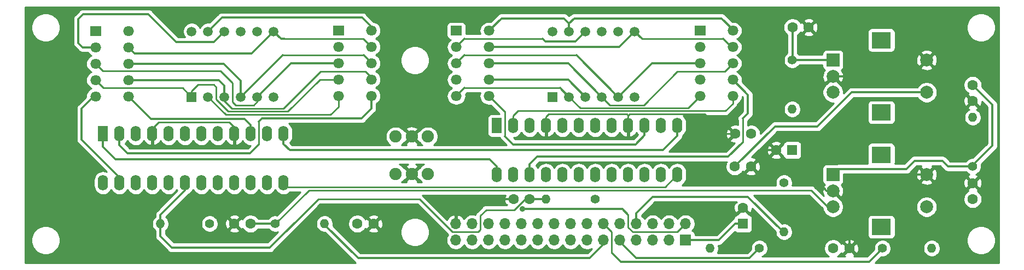
<source format=gbr>
%TF.GenerationSoftware,KiCad,Pcbnew,(5.1.9)-1*%
%TF.CreationDate,2021-09-19T21:33:38+01:00*%
%TF.ProjectId,Cesna_Radio_Stack,4365736e-615f-4526-9164-696f5f537461,rev?*%
%TF.SameCoordinates,Original*%
%TF.FileFunction,Copper,L1,Top*%
%TF.FilePolarity,Positive*%
%FSLAX46Y46*%
G04 Gerber Fmt 4.6, Leading zero omitted, Abs format (unit mm)*
G04 Created by KiCad (PCBNEW (5.1.9)-1) date 2021-09-19 21:33:38*
%MOMM*%
%LPD*%
G01*
G04 APERTURE LIST*
%TA.AperFunction,ComponentPad*%
%ADD10C,1.900000*%
%TD*%
%TA.AperFunction,ComponentPad*%
%ADD11O,1.700000X1.500000*%
%TD*%
%TA.AperFunction,ComponentPad*%
%ADD12R,1.700000X1.500000*%
%TD*%
%TA.AperFunction,ComponentPad*%
%ADD13R,1.500000X1.500000*%
%TD*%
%TA.AperFunction,ComponentPad*%
%ADD14C,1.500000*%
%TD*%
%TA.AperFunction,ComponentPad*%
%ADD15O,1.600000X2.400000*%
%TD*%
%TA.AperFunction,ComponentPad*%
%ADD16R,1.600000X2.400000*%
%TD*%
%TA.AperFunction,ComponentPad*%
%ADD17R,2.000000X2.000000*%
%TD*%
%TA.AperFunction,ComponentPad*%
%ADD18C,2.000000*%
%TD*%
%TA.AperFunction,ComponentPad*%
%ADD19R,3.000000X2.500000*%
%TD*%
%TA.AperFunction,ComponentPad*%
%ADD20C,1.600000*%
%TD*%
%TA.AperFunction,ComponentPad*%
%ADD21R,1.600000X1.600000*%
%TD*%
%TA.AperFunction,ComponentPad*%
%ADD22O,1.400000X1.400000*%
%TD*%
%TA.AperFunction,ComponentPad*%
%ADD23C,1.400000*%
%TD*%
%TA.AperFunction,ComponentPad*%
%ADD24O,1.700000X1.700000*%
%TD*%
%TA.AperFunction,ComponentPad*%
%ADD25R,1.700000X1.700000*%
%TD*%
%TA.AperFunction,ViaPad*%
%ADD26C,0.900000*%
%TD*%
%TA.AperFunction,Conductor*%
%ADD27C,0.350000*%
%TD*%
%TA.AperFunction,Conductor*%
%ADD28C,0.250000*%
%TD*%
%TA.AperFunction,Conductor*%
%ADD29C,0.254000*%
%TD*%
%TA.AperFunction,Conductor*%
%ADD30C,0.100000*%
%TD*%
G04 APERTURE END LIST*
D10*
%TO.P,SW1,6*%
%TO.N,Net-(SW1-Pad6)*%
X87202000Y-44873000D03*
%TO.P,SW1,5*%
%TO.N,GND*%
X89702000Y-44873000D03*
%TO.P,SW1,4*%
%TO.N,COM_SWAP*%
X92202000Y-44873000D03*
%TO.P,SW1,3*%
%TO.N,Net-(SW1-Pad3)*%
X87202000Y-50673000D03*
%TO.P,SW1,2*%
%TO.N,GND*%
X89702000Y-50673000D03*
%TO.P,SW1,1*%
%TO.N,COM_SWAP*%
X92202000Y-50673000D03*
%TD*%
D11*
%TO.P,U8,10*%
%TO.N,Net-(U5-Pad14)*%
X139386000Y-28450300D03*
%TO.P,U8,9*%
%TO.N,Net-(U5-Pad16)*%
X139386000Y-30990300D03*
%TO.P,U8,8*%
%TO.N,Net-(U5-Pad20)*%
X139386000Y-33530300D03*
%TO.P,U8,7*%
%TO.N,Net-(U5-Pad22)*%
X139386000Y-36070300D03*
%TO.P,U8,6*%
%TO.N,Net-(U5-Pad2)*%
X139386000Y-38610300D03*
%TO.P,U8,5*%
%TO.N,Net-(U5-Pad23)*%
X134306000Y-38610300D03*
%TO.P,U8,4*%
%TO.N,Net-(U5-Pad21)*%
X134306000Y-36070300D03*
%TO.P,U8,3*%
%TO.N,Net-(U5-Pad17)*%
X134306000Y-33530300D03*
%TO.P,U8,2*%
%TO.N,Net-(U5-Pad15)*%
X134306000Y-30990300D03*
D12*
%TO.P,U8,1*%
%TO.N,Net-(U5-Pad2)*%
X134306000Y-28450300D03*
%TD*%
D11*
%TO.P,U6,10*%
%TO.N,Net-(U5-Pad14)*%
X101667000Y-28450300D03*
%TO.P,U6,9*%
%TO.N,Net-(U5-Pad16)*%
X101667000Y-30990300D03*
%TO.P,U6,8*%
%TO.N,Net-(U5-Pad20)*%
X101667000Y-33530300D03*
%TO.P,U6,7*%
%TO.N,Net-(U5-Pad22)*%
X101667000Y-36070300D03*
%TO.P,U6,6*%
%TO.N,Net-(U5-Pad10)*%
X101667000Y-38610300D03*
%TO.P,U6,5*%
%TO.N,Net-(U5-Pad23)*%
X96587000Y-38610300D03*
%TO.P,U6,4*%
%TO.N,Net-(U5-Pad21)*%
X96587000Y-36070300D03*
%TO.P,U6,3*%
%TO.N,Net-(U5-Pad17)*%
X96587000Y-33530300D03*
%TO.P,U6,2*%
%TO.N,Net-(U5-Pad15)*%
X96587000Y-30990300D03*
D12*
%TO.P,U6,1*%
%TO.N,Net-(U5-Pad10)*%
X96587000Y-28450300D03*
%TD*%
D11*
%TO.P,U2,10*%
%TO.N,Net-(U1-Pad14)*%
X45825100Y-28488400D03*
%TO.P,U2,9*%
%TO.N,Net-(U1-Pad16)*%
X45825100Y-31028400D03*
%TO.P,U2,8*%
%TO.N,Net-(U1-Pad20)*%
X45825100Y-33568400D03*
%TO.P,U2,7*%
%TO.N,Net-(U1-Pad22)*%
X45825100Y-36108400D03*
%TO.P,U2,6*%
%TO.N,Net-(U1-Pad10)*%
X45825100Y-38648400D03*
%TO.P,U2,5*%
%TO.N,Net-(U1-Pad23)*%
X40745100Y-38648400D03*
%TO.P,U2,4*%
%TO.N,Net-(U1-Pad21)*%
X40745100Y-36108400D03*
%TO.P,U2,3*%
%TO.N,Net-(U1-Pad17)*%
X40745100Y-33568400D03*
%TO.P,U2,2*%
%TO.N,Net-(U1-Pad15)*%
X40745100Y-31028400D03*
D12*
%TO.P,U2,1*%
%TO.N,Net-(U1-Pad10)*%
X40745100Y-28488400D03*
%TD*%
D11*
%TO.P,U4,10*%
%TO.N,Net-(U1-Pad14)*%
X83442500Y-28412200D03*
%TO.P,U4,9*%
%TO.N,Net-(U1-Pad16)*%
X83442500Y-30952200D03*
%TO.P,U4,8*%
%TO.N,Net-(U1-Pad20)*%
X83442500Y-33492200D03*
%TO.P,U4,7*%
%TO.N,Net-(U1-Pad22)*%
X83442500Y-36032200D03*
%TO.P,U4,6*%
%TO.N,Net-(U1-Pad2)*%
X83442500Y-38572200D03*
%TO.P,U4,5*%
%TO.N,Net-(U1-Pad23)*%
X78362500Y-38572200D03*
%TO.P,U4,4*%
%TO.N,Net-(U1-Pad21)*%
X78362500Y-36032200D03*
%TO.P,U4,3*%
%TO.N,Net-(U1-Pad17)*%
X78362500Y-33492200D03*
%TO.P,U4,2*%
%TO.N,Net-(U1-Pad15)*%
X78362500Y-30952200D03*
D12*
%TO.P,U4,1*%
%TO.N,Net-(U1-Pad2)*%
X78362500Y-28412200D03*
%TD*%
D13*
%TO.P,U7,1*%
%TO.N,Net-(U5-Pad21)*%
X111520000Y-38720000D03*
D14*
%TO.P,U7,2*%
%TO.N,Net-(U5-Pad23)*%
X114060000Y-38720000D03*
%TO.P,U7,3*%
%TO.N,Net-(U5-Pad22)*%
X116600000Y-38720000D03*
%TO.P,U7,4*%
%TO.N,Net-(U5-Pad20)*%
X119140000Y-38720000D03*
%TO.P,U7,5*%
%TO.N,Net-(U5-Pad17)*%
X121680000Y-38720000D03*
%TO.P,U7,6*%
%TO.N,Net-(U5-Pad11)*%
X124220000Y-38720000D03*
%TO.P,U7,7*%
%TO.N,Net-(U5-Pad16)*%
X124220000Y-28560000D03*
%TO.P,U7,8*%
%TO.N,Net-(U5-Pad6)*%
X121680000Y-28560000D03*
%TO.P,U7,9*%
%TO.N,Net-(U5-Pad7)*%
X119140000Y-28560000D03*
%TO.P,U7,10*%
%TO.N,Net-(U5-Pad15)*%
X116600000Y-28560000D03*
%TO.P,U7,11*%
%TO.N,Net-(U5-Pad14)*%
X114060000Y-28560000D03*
%TO.P,U7,12*%
%TO.N,Net-(U5-Pad3)*%
X111520000Y-28560000D03*
%TD*%
D15*
%TO.P,U5,24*%
%TO.N,DOUT_MAX1*%
X102870000Y-50800000D03*
%TO.P,U5,12*%
%TO.N,CS_MAX*%
X130810000Y-43180000D03*
%TO.P,U5,23*%
%TO.N,Net-(U5-Pad23)*%
X105410000Y-50800000D03*
%TO.P,U5,11*%
%TO.N,Net-(U5-Pad11)*%
X128270000Y-43180000D03*
%TO.P,U5,22*%
%TO.N,Net-(U5-Pad22)*%
X107950000Y-50800000D03*
%TO.P,U5,10*%
%TO.N,Net-(U5-Pad10)*%
X125730000Y-43180000D03*
%TO.P,U5,21*%
%TO.N,Net-(U5-Pad21)*%
X110490000Y-50800000D03*
%TO.P,U5,9*%
%TO.N,GND*%
X123190000Y-43180000D03*
%TO.P,U5,20*%
%TO.N,Net-(U5-Pad20)*%
X113030000Y-50800000D03*
%TO.P,U5,8*%
%TO.N,Net-(U5-Pad8)*%
X120650000Y-43180000D03*
%TO.P,U5,19*%
%TO.N,+5V*%
X115570000Y-50800000D03*
%TO.P,U5,7*%
%TO.N,Net-(U5-Pad7)*%
X118110000Y-43180000D03*
%TO.P,U5,18*%
%TO.N,Net-(R7-Pad1)*%
X118110000Y-50800000D03*
%TO.P,U5,6*%
%TO.N,Net-(U5-Pad6)*%
X115570000Y-43180000D03*
%TO.P,U5,17*%
%TO.N,Net-(U5-Pad17)*%
X120650000Y-50800000D03*
%TO.P,U5,5*%
%TO.N,Net-(U5-Pad5)*%
X113030000Y-43180000D03*
%TO.P,U5,16*%
%TO.N,Net-(U5-Pad16)*%
X123190000Y-50800000D03*
%TO.P,U5,4*%
%TO.N,GND*%
X110490000Y-43180000D03*
%TO.P,U5,15*%
%TO.N,Net-(U5-Pad15)*%
X125730000Y-50800000D03*
%TO.P,U5,3*%
%TO.N,Net-(U5-Pad3)*%
X107950000Y-43180000D03*
%TO.P,U5,14*%
%TO.N,Net-(U5-Pad14)*%
X128270000Y-50800000D03*
%TO.P,U5,2*%
%TO.N,Net-(U5-Pad2)*%
X105410000Y-43180000D03*
%TO.P,U5,13*%
%TO.N,CLK*%
X130810000Y-50800000D03*
D16*
%TO.P,U5,1*%
%TO.N,DIN*%
X102870000Y-43180000D03*
%TD*%
D13*
%TO.P,U3,1*%
%TO.N,Net-(U1-Pad21)*%
X55640000Y-38720000D03*
D14*
%TO.P,U3,2*%
%TO.N,Net-(U1-Pad23)*%
X58180000Y-38720000D03*
%TO.P,U3,3*%
%TO.N,Net-(U1-Pad22)*%
X60720000Y-38720000D03*
%TO.P,U3,4*%
%TO.N,Net-(U1-Pad20)*%
X63260000Y-38720000D03*
%TO.P,U3,5*%
%TO.N,Net-(U1-Pad17)*%
X65800000Y-38720000D03*
%TO.P,U3,6*%
%TO.N,Net-(U1-Pad11)*%
X68340000Y-38720000D03*
%TO.P,U3,7*%
%TO.N,Net-(U1-Pad16)*%
X68340000Y-28560000D03*
%TO.P,U3,8*%
%TO.N,Net-(U1-Pad6)*%
X65800000Y-28560000D03*
%TO.P,U3,9*%
%TO.N,Net-(U1-Pad7)*%
X63260000Y-28560000D03*
%TO.P,U3,10*%
%TO.N,Net-(U1-Pad15)*%
X60720000Y-28560000D03*
%TO.P,U3,11*%
%TO.N,Net-(U1-Pad14)*%
X58180000Y-28560000D03*
%TO.P,U3,12*%
%TO.N,Net-(U1-Pad3)*%
X55640000Y-28560000D03*
%TD*%
D17*
%TO.P,SW2,A*%
%TO.N,Net-(C4-Pad2)*%
X154900000Y-33020000D03*
D18*
%TO.P,SW2,C*%
%TO.N,GND*%
X154900000Y-35520000D03*
%TO.P,SW2,B*%
%TO.N,Net-(C5-Pad1)*%
X154900000Y-38020000D03*
D19*
%TO.P,SW2,MP*%
%TO.N,N/C*%
X162400000Y-29920000D03*
X162400000Y-41120000D03*
D18*
%TO.P,SW2,S1*%
%TO.N,GND*%
X169400000Y-33020000D03*
%TO.P,SW2,S2*%
%TO.N,Net-(C6-Pad1)*%
X169400000Y-38020000D03*
%TD*%
D20*
%TO.P,C7,2*%
%TO.N,GND*%
X140970000Y-55920000D03*
D21*
%TO.P,C7,1*%
%TO.N,+5V*%
X140970000Y-58420000D03*
%TD*%
D20*
%TO.P,C2,2*%
%TO.N,GND*%
X105450000Y-54610000D03*
%TO.P,C2,1*%
%TO.N,+5V*%
X107950000Y-54610000D03*
%TD*%
D15*
%TO.P,U1,24*%
%TO.N,DOUT*%
X41910000Y-52070000D03*
%TO.P,U1,12*%
%TO.N,CS_MAX*%
X69850000Y-44450000D03*
%TO.P,U1,23*%
%TO.N,Net-(U1-Pad23)*%
X44450000Y-52070000D03*
%TO.P,U1,11*%
%TO.N,Net-(U1-Pad11)*%
X67310000Y-44450000D03*
%TO.P,U1,22*%
%TO.N,Net-(U1-Pad22)*%
X46990000Y-52070000D03*
%TO.P,U1,10*%
%TO.N,Net-(U1-Pad10)*%
X64770000Y-44450000D03*
%TO.P,U1,21*%
%TO.N,Net-(U1-Pad21)*%
X49530000Y-52070000D03*
%TO.P,U1,9*%
%TO.N,GND*%
X62230000Y-44450000D03*
%TO.P,U1,20*%
%TO.N,Net-(U1-Pad20)*%
X52070000Y-52070000D03*
%TO.P,U1,8*%
%TO.N,Net-(U1-Pad8)*%
X59690000Y-44450000D03*
%TO.P,U1,19*%
%TO.N,+5V*%
X54610000Y-52070000D03*
%TO.P,U1,7*%
%TO.N,Net-(U1-Pad7)*%
X57150000Y-44450000D03*
%TO.P,U1,18*%
%TO.N,Net-(R1-Pad1)*%
X57150000Y-52070000D03*
%TO.P,U1,6*%
%TO.N,Net-(U1-Pad6)*%
X54610000Y-44450000D03*
%TO.P,U1,17*%
%TO.N,Net-(U1-Pad17)*%
X59690000Y-52070000D03*
%TO.P,U1,5*%
%TO.N,Net-(U1-Pad5)*%
X52070000Y-44450000D03*
%TO.P,U1,16*%
%TO.N,Net-(U1-Pad16)*%
X62230000Y-52070000D03*
%TO.P,U1,4*%
%TO.N,GND*%
X49530000Y-44450000D03*
%TO.P,U1,15*%
%TO.N,Net-(U1-Pad15)*%
X64770000Y-52070000D03*
%TO.P,U1,3*%
%TO.N,Net-(U1-Pad3)*%
X46990000Y-44450000D03*
%TO.P,U1,14*%
%TO.N,Net-(U1-Pad14)*%
X67310000Y-52070000D03*
%TO.P,U1,2*%
%TO.N,Net-(U1-Pad2)*%
X44450000Y-44450000D03*
%TO.P,U1,13*%
%TO.N,CLK*%
X69850000Y-52070000D03*
D16*
%TO.P,U1,1*%
%TO.N,DOUT_MAX1*%
X41910000Y-44450000D03*
%TD*%
D17*
%TO.P,SW3,A*%
%TO.N,Net-(C9-Pad2)*%
X154900000Y-50800000D03*
D18*
%TO.P,SW3,C*%
%TO.N,GND*%
X154900000Y-53300000D03*
%TO.P,SW3,B*%
%TO.N,Net-(C10-Pad1)*%
X154900000Y-55800000D03*
D19*
%TO.P,SW3,MP*%
%TO.N,N/C*%
X162400000Y-47700000D03*
X162400000Y-58900000D03*
D18*
%TO.P,SW3,S1*%
%TO.N,GND*%
X169400000Y-50800000D03*
%TO.P,SW3,S2*%
%TO.N,Net-(C11-Pad1)*%
X169400000Y-55800000D03*
%TD*%
D22*
%TO.P,R8,2*%
%TO.N,Net-(C11-Pad1)*%
X170180000Y-62230000D03*
D23*
%TO.P,R8,1*%
%TO.N,SW_COM_ENC_MHZ*%
X162560000Y-62230000D03*
%TD*%
D22*
%TO.P,R7,2*%
%TO.N,+5V*%
X110490000Y-54610000D03*
D23*
%TO.P,R7,1*%
%TO.N,Net-(R7-Pad1)*%
X118110000Y-54610000D03*
%TD*%
D22*
%TO.P,R6,2*%
%TO.N,B_COM_ENC_MHZ*%
X76200000Y-58420000D03*
D23*
%TO.P,R6,1*%
%TO.N,Net-(C10-Pad1)*%
X68580000Y-58420000D03*
%TD*%
D22*
%TO.P,R5,2*%
%TO.N,A_COM_ENC_MHZ*%
X176530000Y-41910000D03*
D23*
%TO.P,R5,1*%
%TO.N,Net-(C9-Pad2)*%
X176530000Y-49530000D03*
%TD*%
D22*
%TO.P,R4,2*%
%TO.N,Net-(C6-Pad1)*%
X135890000Y-62230000D03*
D23*
%TO.P,R4,1*%
%TO.N,SW_COM_ENC_KHZ*%
X143510000Y-62230000D03*
%TD*%
D22*
%TO.P,R3,2*%
%TO.N,B_COM_ENC_KHZ*%
X147320000Y-59690000D03*
D23*
%TO.P,R3,1*%
%TO.N,Net-(C5-Pad1)*%
X147320000Y-52070000D03*
%TD*%
D22*
%TO.P,R2,2*%
%TO.N,A_COM_ENC_KHZ*%
X148590000Y-40640000D03*
D23*
%TO.P,R2,1*%
%TO.N,Net-(C4-Pad2)*%
X148590000Y-33020000D03*
%TD*%
D22*
%TO.P,R1,2*%
%TO.N,+5V*%
X50800000Y-58420000D03*
D23*
%TO.P,R1,1*%
%TO.N,Net-(R1-Pad1)*%
X58420000Y-58420000D03*
%TD*%
D24*
%TO.P,J1,30*%
%TO.N,GND*%
X96520000Y-58420000D03*
%TO.P,J1,29*%
%TO.N,Net-(J1-Pad29)*%
X96520000Y-60960000D03*
%TO.P,J1,28*%
%TO.N,Net-(J1-Pad28)*%
X99060000Y-58420000D03*
%TO.P,J1,27*%
%TO.N,Net-(J1-Pad27)*%
X99060000Y-60960000D03*
%TO.P,J1,26*%
%TO.N,Net-(J1-Pad26)*%
X101600000Y-58420000D03*
%TO.P,J1,25*%
%TO.N,Net-(J1-Pad25)*%
X101600000Y-60960000D03*
%TO.P,J1,24*%
%TO.N,Net-(J1-Pad24)*%
X104140000Y-58420000D03*
%TO.P,J1,23*%
%TO.N,Net-(J1-Pad23)*%
X104140000Y-60960000D03*
%TO.P,J1,22*%
%TO.N,Net-(J1-Pad22)*%
X106680000Y-58420000D03*
%TO.P,J1,21*%
%TO.N,Net-(J1-Pad21)*%
X106680000Y-60960000D03*
%TO.P,J1,20*%
%TO.N,Net-(J1-Pad20)*%
X109220000Y-58420000D03*
%TO.P,J1,19*%
%TO.N,Net-(J1-Pad19)*%
X109220000Y-60960000D03*
%TO.P,J1,18*%
%TO.N,Net-(J1-Pad18)*%
X111760000Y-58420000D03*
%TO.P,J1,17*%
%TO.N,Net-(J1-Pad17)*%
X111760000Y-60960000D03*
%TO.P,J1,16*%
%TO.N,Net-(J1-Pad16)*%
X114300000Y-58420000D03*
%TO.P,J1,15*%
%TO.N,Net-(J1-Pad15)*%
X114300000Y-60960000D03*
%TO.P,J1,14*%
%TO.N,Net-(J1-Pad14)*%
X116840000Y-58420000D03*
%TO.P,J1,13*%
%TO.N,DOUT*%
X116840000Y-60960000D03*
%TO.P,J1,12*%
%TO.N,SW_COM_ENC_MHZ*%
X119380000Y-58420000D03*
%TO.P,J1,11*%
%TO.N,B_COM_ENC_MHZ*%
X119380000Y-60960000D03*
%TO.P,J1,10*%
%TO.N,A_COM_ENC_MHZ*%
X121920000Y-58420000D03*
%TO.P,J1,9*%
%TO.N,SW_COM_ENC_KHZ*%
X121920000Y-60960000D03*
%TO.P,J1,8*%
%TO.N,B_COM_ENC_KHZ*%
X124460000Y-58420000D03*
%TO.P,J1,7*%
%TO.N,A_COM_ENC_KHZ*%
X124460000Y-60960000D03*
%TO.P,J1,6*%
%TO.N,COM_SWAP*%
X127000000Y-58420000D03*
%TO.P,J1,5*%
%TO.N,Net-(J1-Pad5)*%
X127000000Y-60960000D03*
%TO.P,J1,4*%
%TO.N,CS_MAX*%
X129540000Y-58420000D03*
%TO.P,J1,3*%
%TO.N,CLK*%
X129540000Y-60960000D03*
%TO.P,J1,2*%
%TO.N,DIN*%
X132080000Y-58420000D03*
D25*
%TO.P,J1,1*%
%TO.N,+5V*%
X132080000Y-60960000D03*
%TD*%
D20*
%TO.P,C11,2*%
%TO.N,GND*%
X176530000Y-52110000D03*
%TO.P,C11,1*%
%TO.N,Net-(C11-Pad1)*%
X176530000Y-54610000D03*
%TD*%
%TO.P,C10,2*%
%TO.N,GND*%
X62230000Y-58420000D03*
%TO.P,C10,1*%
%TO.N,Net-(C10-Pad1)*%
X64730000Y-58420000D03*
%TD*%
%TO.P,C9,2*%
%TO.N,Net-(C9-Pad2)*%
X176530000Y-36870000D03*
%TO.P,C9,1*%
%TO.N,GND*%
X176530000Y-39370000D03*
%TD*%
%TO.P,C8,2*%
%TO.N,GND*%
X157440000Y-62230000D03*
%TO.P,C8,1*%
%TO.N,+5V*%
X154940000Y-62230000D03*
%TD*%
%TO.P,C6,2*%
%TO.N,GND*%
X142200000Y-49530000D03*
%TO.P,C6,1*%
%TO.N,Net-(C6-Pad1)*%
X139700000Y-49530000D03*
%TD*%
%TO.P,C5,2*%
%TO.N,GND*%
X139740000Y-44450000D03*
%TO.P,C5,1*%
%TO.N,Net-(C5-Pad1)*%
X142240000Y-44450000D03*
%TD*%
%TO.P,C4,2*%
%TO.N,Net-(C4-Pad2)*%
X148630000Y-27940000D03*
%TO.P,C4,1*%
%TO.N,GND*%
X151130000Y-27940000D03*
%TD*%
%TO.P,C3,2*%
%TO.N,GND*%
X83780000Y-58420000D03*
%TO.P,C3,1*%
%TO.N,COM_SWAP*%
X81280000Y-58420000D03*
%TD*%
%TO.P,C1,2*%
%TO.N,GND*%
X146090000Y-46990000D03*
D21*
%TO.P,C1,1*%
%TO.N,+5V*%
X148590000Y-46990000D03*
%TD*%
D26*
%TO.N,DIN*%
X106838876Y-56148866D03*
%TD*%
D27*
%TO.N,GND*%
X157440000Y-55800000D02*
X157440000Y-62230000D01*
X154940000Y-53300000D02*
X157440000Y-55800000D01*
X169440000Y-50800000D02*
X162440000Y-50800000D01*
X162440000Y-50800000D02*
X157440000Y-55800000D01*
X146090000Y-46990000D02*
X144740000Y-46990000D01*
X144740000Y-46990000D02*
X142200000Y-49530000D01*
D28*
X123190000Y-43180000D02*
X123190000Y-41604700D01*
D27*
X154940000Y-35520000D02*
X166940000Y-35520000D01*
X166940000Y-35520000D02*
X169440000Y-33020000D01*
D28*
X49530000Y-43688000D02*
X49530000Y-44450000D01*
X62230000Y-44450000D02*
X62230000Y-43434000D01*
X62230000Y-43434000D02*
X61468000Y-42672000D01*
X61468000Y-42672000D02*
X50546000Y-42672000D01*
X50546000Y-42672000D02*
X49530000Y-43688000D01*
D27*
X153884000Y-53300000D02*
X154940000Y-53300000D01*
X152759400Y-52175400D02*
X153884000Y-53300000D01*
X151275400Y-52175400D02*
X152759400Y-52175400D01*
X146090000Y-46990000D02*
X151275400Y-52175400D01*
X96520000Y-55753000D02*
X96520000Y-58420000D01*
X97663000Y-54610000D02*
X96520000Y-55753000D01*
X105450000Y-54610000D02*
X97663000Y-54610000D01*
D28*
X122987300Y-41402000D02*
X123190000Y-41604700D01*
X110871000Y-41402000D02*
X122987300Y-41402000D01*
X110490000Y-41783000D02*
X110871000Y-41402000D01*
X110490000Y-43180000D02*
X110490000Y-41783000D01*
X123392700Y-41402000D02*
X123190000Y-41604700D01*
X135001000Y-41402000D02*
X123392700Y-41402000D01*
X138049000Y-44450000D02*
X135001000Y-41402000D01*
X139740000Y-44450000D02*
X138049000Y-44450000D01*
D27*
%TO.N,+5V*%
X110490000Y-54610000D02*
X107950000Y-54610000D01*
X140970000Y-58420000D02*
X139794700Y-58420000D01*
X139794700Y-58420000D02*
X137254700Y-60960000D01*
X137254700Y-60960000D02*
X132080000Y-60960000D01*
X67723700Y-62103000D02*
X71533700Y-58293000D01*
X52578000Y-62103000D02*
X67723700Y-62103000D01*
X50800000Y-60325000D02*
X52578000Y-62103000D01*
X50800000Y-58420000D02*
X50800000Y-60325000D01*
X54610000Y-53213000D02*
X54610000Y-52070000D01*
X50800000Y-57023000D02*
X54610000Y-53213000D01*
X50800000Y-58420000D02*
X50800000Y-57023000D01*
D28*
X70310850Y-59515850D02*
X70228700Y-59598000D01*
X90891900Y-54610000D02*
X75216700Y-54610000D01*
X95971900Y-59690000D02*
X90891900Y-54610000D01*
X75216700Y-54610000D02*
X70310850Y-59515850D01*
X100330000Y-59309000D02*
X99949000Y-59690000D01*
X100330000Y-57150000D02*
X100330000Y-59309000D01*
X99949000Y-59690000D02*
X95971900Y-59690000D01*
X101219000Y-56261000D02*
X100330000Y-57150000D01*
X105560000Y-56261000D02*
X101219000Y-56261000D01*
X107211000Y-54610000D02*
X105560000Y-56261000D01*
X107950000Y-54610000D02*
X107211000Y-54610000D01*
%TO.N,CLK*%
X70179700Y-52705000D02*
X69850000Y-52375300D01*
X128905000Y-52705000D02*
X70179700Y-52705000D01*
X130810000Y-50800000D02*
X128905000Y-52705000D01*
%TO.N,DIN*%
X123907900Y-59690000D02*
X123190000Y-58972100D01*
D27*
X122315866Y-56148866D02*
X106838876Y-56148866D01*
X123190000Y-57023000D02*
X122315866Y-56148866D01*
D28*
X132080000Y-58420000D02*
X130810000Y-59690000D01*
X130810000Y-59690000D02*
X123907900Y-59690000D01*
X123190000Y-58972100D02*
X123190000Y-57023000D01*
D27*
%TO.N,CS_MAX*%
X130810000Y-44755300D02*
X130810000Y-43180000D01*
X128575300Y-46990000D02*
X130810000Y-44755300D01*
X70814700Y-46990000D02*
X128575300Y-46990000D01*
X69850000Y-46025300D02*
X70814700Y-46990000D01*
X69850000Y-44450000D02*
X69850000Y-46025300D01*
%TO.N,Net-(U1-Pad23)*%
X40472600Y-38648400D02*
X40745100Y-38648400D01*
X38608000Y-45339000D02*
X38608000Y-40513000D01*
X38608000Y-40513000D02*
X40472600Y-38648400D01*
X44450000Y-51181000D02*
X38608000Y-45339000D01*
X44450000Y-52070000D02*
X44450000Y-51181000D01*
D28*
X78362500Y-40255500D02*
X78362500Y-38572200D01*
X77121800Y-41496200D02*
X78362500Y-40255500D01*
X60956200Y-41496200D02*
X77121800Y-41496200D01*
X58180000Y-38720000D02*
X60956200Y-41496200D01*
D27*
%TO.N,Net-(U1-Pad22)*%
X60720000Y-36971000D02*
X60720000Y-38720000D01*
X59857400Y-36108400D02*
X60720000Y-36971000D01*
X45825100Y-36108400D02*
X59857400Y-36108400D01*
D28*
X60720000Y-39384000D02*
X60720000Y-38720000D01*
X61849000Y-40513000D02*
X60720000Y-39384000D01*
X69850000Y-40513000D02*
X61849000Y-40513000D01*
X75565000Y-34798000D02*
X69850000Y-40513000D01*
X82550000Y-34798000D02*
X75565000Y-34798000D01*
X83442500Y-35690500D02*
X82550000Y-34798000D01*
X83442500Y-36032200D02*
X83442500Y-35690500D01*
D27*
%TO.N,Net-(U1-Pad10)*%
X49298689Y-42121989D02*
X45825100Y-38648400D01*
X63838989Y-42121989D02*
X49298689Y-42121989D01*
X64770000Y-43053000D02*
X63838989Y-42121989D01*
X64770000Y-44450000D02*
X64770000Y-43053000D01*
%TO.N,Net-(U1-Pad21)*%
X40745100Y-36108400D02*
X41974700Y-37338000D01*
D28*
X54258000Y-37338000D02*
X55640000Y-38720000D01*
X41974700Y-37338000D02*
X54258000Y-37338000D01*
X56642000Y-36830000D02*
X55640000Y-37832000D01*
X59450000Y-37225000D02*
X59055000Y-36830000D01*
X55640000Y-37832000D02*
X55640000Y-38720000D01*
X59450000Y-39102300D02*
X59450000Y-37225000D01*
X59055000Y-36830000D02*
X56642000Y-36830000D01*
X61310711Y-40963011D02*
X59450000Y-39102300D01*
X70542989Y-40963011D02*
X61310711Y-40963011D01*
X75473800Y-36032200D02*
X70542989Y-40963011D01*
X78362500Y-36032200D02*
X75473800Y-36032200D01*
D27*
%TO.N,Net-(U1-Pad20)*%
X60619400Y-33568400D02*
X45825100Y-33568400D01*
X63260000Y-36209000D02*
X60619400Y-33568400D01*
X63260000Y-38720000D02*
X63260000Y-36209000D01*
X69722000Y-32258000D02*
X63260000Y-38720000D01*
D28*
X82296000Y-32258000D02*
X69722000Y-32258000D01*
D27*
X83442500Y-33404500D02*
X82296000Y-32258000D01*
X83442500Y-33492200D02*
X83442500Y-33404500D01*
%TO.N,Net-(U1-Pad17)*%
X65800000Y-38720000D02*
X71027800Y-33492200D01*
X71027800Y-33492200D02*
X78362500Y-33492200D01*
D28*
X65800000Y-39419000D02*
X65800000Y-38720000D01*
X65214000Y-40005000D02*
X65800000Y-39419000D01*
X62484000Y-40005000D02*
X65214000Y-40005000D01*
X61990000Y-39511000D02*
X62484000Y-40005000D01*
X61990000Y-36590000D02*
X61990000Y-39511000D01*
X60093700Y-34693700D02*
X61990000Y-36590000D01*
X41870400Y-34693700D02*
X60093700Y-34693700D01*
X40745100Y-33568400D02*
X41870400Y-34693700D01*
D27*
%TO.N,Net-(U1-Pad16)*%
X83442500Y-30952200D02*
X82317200Y-29826900D01*
X46800700Y-32004000D02*
X45825100Y-31028400D01*
X64896000Y-32004000D02*
X46800700Y-32004000D01*
X68340000Y-28560000D02*
X64896000Y-32004000D01*
D28*
X82208300Y-29718000D02*
X69715800Y-29718000D01*
X82317200Y-29826900D02*
X82208300Y-29718000D01*
D27*
X69498000Y-29718000D02*
X68340000Y-28560000D01*
X69977000Y-29718000D02*
X69498000Y-29718000D01*
%TO.N,Net-(U1-Pad15)*%
X59499000Y-29781000D02*
X60720000Y-28560000D01*
X59376900Y-29903100D02*
X59499000Y-29781000D01*
X59054000Y-30226000D02*
X59499000Y-29781000D01*
X48895000Y-25908000D02*
X53213000Y-30226000D01*
X38862000Y-25908000D02*
X48895000Y-25908000D01*
X53213000Y-30226000D02*
X59054000Y-30226000D01*
X38100000Y-26670000D02*
X38862000Y-25908000D01*
X38100000Y-30353000D02*
X38100000Y-26670000D01*
X38775400Y-31028400D02*
X38100000Y-30353000D01*
X40745100Y-31028400D02*
X38775400Y-31028400D01*
%TO.N,Net-(U1-Pad14)*%
X60324000Y-26416000D02*
X58180000Y-28560000D01*
X82042000Y-26416000D02*
X60324000Y-26416000D01*
X83442500Y-27816500D02*
X82042000Y-26416000D01*
X83442500Y-28412200D02*
X83442500Y-27816500D01*
D28*
%TO.N,Net-(U1-Pad2)*%
X66040000Y-46101000D02*
X66040000Y-42545000D01*
D27*
X64643000Y-47498000D02*
X66040000Y-46101000D01*
X45720000Y-47498000D02*
X64643000Y-47498000D01*
X44450000Y-46228000D02*
X45720000Y-47498000D01*
X44450000Y-44450000D02*
X44450000Y-46228000D01*
X83442500Y-40509500D02*
X83442500Y-38572200D01*
X81915000Y-42037000D02*
X83442500Y-40509500D01*
X66548000Y-42037000D02*
X81915000Y-42037000D01*
X66040000Y-42545000D02*
X66548000Y-42037000D01*
%TO.N,DOUT_MAX1*%
X102870000Y-49530000D02*
X102870000Y-50800000D01*
X101727000Y-48387000D02*
X102870000Y-49530000D01*
X43815000Y-48387000D02*
X101727000Y-48387000D01*
X41910000Y-46482000D02*
X43815000Y-48387000D01*
X41910000Y-44450000D02*
X41910000Y-46482000D01*
%TO.N,Net-(C4-Pad2)*%
X148630000Y-32980000D02*
X148590000Y-33020000D01*
X148630000Y-27940000D02*
X148630000Y-32980000D01*
X148630000Y-32980000D02*
X153524700Y-32980000D01*
X153524700Y-32980000D02*
X153564700Y-33020000D01*
X154940000Y-33020000D02*
X153564700Y-33020000D01*
%TO.N,Net-(C6-Pad1)*%
X157790000Y-38020000D02*
X169440000Y-38020000D01*
X152503000Y-43307000D02*
X157790000Y-38020000D01*
X145923000Y-43307000D02*
X152503000Y-43307000D01*
X139700000Y-49530000D02*
X145923000Y-43307000D01*
%TO.N,Net-(C9-Pad2)*%
X176530000Y-49530000D02*
X176424700Y-49424700D01*
X155829000Y-49911000D02*
X154940000Y-50800000D01*
X172720000Y-49530000D02*
X171831000Y-48641000D01*
X166243000Y-49911000D02*
X155829000Y-49911000D01*
X171831000Y-48641000D02*
X167513000Y-48641000D01*
X176319400Y-49530000D02*
X172720000Y-49530000D01*
X167513000Y-48641000D02*
X166243000Y-49911000D01*
X176424700Y-49424700D02*
X176319400Y-49530000D01*
X179578000Y-46271400D02*
X176424700Y-49424700D01*
X179578000Y-39918000D02*
X179578000Y-46271400D01*
X176530000Y-36870000D02*
X179578000Y-39918000D01*
%TO.N,Net-(C10-Pad1)*%
X64730000Y-58420000D02*
X68580000Y-58420000D01*
D28*
X154098000Y-55800000D02*
X154940000Y-55800000D01*
X151511000Y-53213000D02*
X154098000Y-55800000D01*
X73787000Y-53213000D02*
X151511000Y-53213000D01*
X68580000Y-58420000D02*
X73787000Y-53213000D01*
%TO.N,SW_COM_ENC_MHZ*%
X120650000Y-59690000D02*
X120650000Y-62902600D01*
X119380000Y-58420000D02*
X120650000Y-59690000D01*
D27*
X161860001Y-62929999D02*
X162560000Y-62230000D01*
X122051411Y-64304011D02*
X160485989Y-64304011D01*
X120694700Y-62947300D02*
X122051411Y-64304011D01*
X160485989Y-64304011D02*
X161860001Y-62929999D01*
%TO.N,B_COM_ENC_MHZ*%
X76200000Y-58547000D02*
X76200000Y-58420000D01*
X81407000Y-63754000D02*
X76200000Y-58547000D01*
X117221000Y-63754000D02*
X81407000Y-63754000D01*
X119380000Y-61595000D02*
X117221000Y-63754000D01*
X119380000Y-60960000D02*
X119380000Y-61595000D01*
%TO.N,SW_COM_ENC_KHZ*%
X141986000Y-63754000D02*
X143510000Y-62230000D01*
X124460000Y-63754000D02*
X141986000Y-63754000D01*
X121920000Y-61214000D02*
X124460000Y-63754000D01*
X121920000Y-60960000D02*
X121920000Y-61214000D01*
%TO.N,B_COM_ENC_KHZ*%
X147193000Y-59690000D02*
X147320000Y-59690000D01*
X141732000Y-54229000D02*
X147193000Y-59690000D01*
X127000000Y-54229000D02*
X141732000Y-54229000D01*
X124460000Y-56769000D02*
X127000000Y-54229000D01*
X124460000Y-58420000D02*
X124460000Y-56769000D01*
D28*
%TO.N,Net-(U5-Pad23)*%
X115783989Y-40443989D02*
X132472311Y-40443989D01*
X114060000Y-38720000D02*
X115783989Y-40443989D01*
X132472311Y-40443989D02*
X134306000Y-38610300D01*
D27*
X112678000Y-37338000D02*
X114060000Y-38720000D01*
D28*
X97859300Y-37338000D02*
X112678000Y-37338000D01*
D27*
X96587000Y-38610300D02*
X97859300Y-37338000D01*
%TO.N,Net-(U5-Pad22)*%
X101667000Y-36070300D02*
X113950300Y-36070300D01*
X113950300Y-36070300D02*
X116600000Y-38720000D01*
X138684000Y-48006000D02*
X140939900Y-45750100D01*
X109093000Y-48006000D02*
X138684000Y-48006000D01*
X107950000Y-49149000D02*
X109093000Y-48006000D01*
X107950000Y-50800000D02*
X107950000Y-49149000D01*
D28*
X140939900Y-45750100D02*
X140939900Y-42067100D01*
D27*
X141732000Y-38416300D02*
X139386000Y-36070300D01*
X141732000Y-41275000D02*
X141732000Y-38416300D01*
X140939900Y-42067100D02*
X141732000Y-41275000D01*
%TO.N,Net-(U5-Pad10)*%
X104140000Y-41083300D02*
X101667000Y-38610300D01*
D28*
X104140000Y-44831000D02*
X104140000Y-41083300D01*
D27*
X124333000Y-46101000D02*
X105410000Y-46101000D01*
X105410000Y-46101000D02*
X104140000Y-44831000D01*
X125730000Y-44704000D02*
X124333000Y-46101000D01*
X125730000Y-43180000D02*
X125730000Y-44704000D01*
%TO.N,Net-(U5-Pad20)*%
X101667000Y-33530300D02*
X113950300Y-33530300D01*
X113950300Y-33530300D02*
X119140000Y-38720000D01*
D28*
X139386000Y-33530300D02*
X138118300Y-34798000D01*
X130796400Y-34798000D02*
X125600422Y-39993978D01*
X125600422Y-39993978D02*
X120413978Y-39993978D01*
X138118300Y-34798000D02*
X130796400Y-34798000D01*
X120413978Y-39993978D02*
X119140000Y-38720000D01*
D27*
%TO.N,Net-(U5-Pad17)*%
X121680000Y-38720000D02*
X126869700Y-33530300D01*
X126869700Y-33530300D02*
X134306000Y-33530300D01*
X115218000Y-32258000D02*
X121680000Y-38720000D01*
D28*
X97859300Y-32258000D02*
X115218000Y-32258000D01*
D27*
X96587000Y-33530300D02*
X97859300Y-32258000D01*
%TO.N,Net-(U5-Pad16)*%
X101667000Y-30990300D02*
X121789700Y-30990300D01*
X121789700Y-30990300D02*
X124220000Y-28560000D01*
X125378000Y-29718000D02*
X124220000Y-28560000D01*
X139194300Y-30990300D02*
X137922000Y-29718000D01*
D28*
X137922000Y-29718000D02*
X125378000Y-29718000D01*
D27*
X139386000Y-30990300D02*
X139194300Y-30990300D01*
%TO.N,Net-(U5-Pad15)*%
X115061000Y-30099000D02*
X115569000Y-29591000D01*
X110363000Y-30099000D02*
X115061000Y-30099000D01*
X115569000Y-29591000D02*
X116600000Y-28560000D01*
X109982000Y-29718000D02*
X110363000Y-30099000D01*
D28*
X97859300Y-29718000D02*
X109982000Y-29718000D01*
D27*
X96587000Y-30990300D02*
X97859300Y-29718000D01*
%TO.N,Net-(U5-Pad14)*%
X114060000Y-27325000D02*
X114060000Y-28560000D01*
X103574300Y-26543000D02*
X101667000Y-28450300D01*
X113278000Y-26543000D02*
X103574300Y-26543000D01*
X114060000Y-27325000D02*
X113278000Y-26543000D01*
X114842000Y-26543000D02*
X114060000Y-27325000D01*
X137668000Y-26543000D02*
X114842000Y-26543000D01*
X139386000Y-28261000D02*
X137668000Y-26543000D01*
X139386000Y-28450300D02*
X139386000Y-28261000D01*
D28*
%TO.N,Net-(U5-Pad2)*%
X139386000Y-39735600D02*
X139386000Y-38610300D01*
X106120700Y-40894000D02*
X138227600Y-40894000D01*
X105410000Y-41604700D02*
X106120700Y-40894000D01*
X138227600Y-40894000D02*
X139386000Y-39735600D01*
X105410000Y-43180000D02*
X105410000Y-41604700D01*
%TD*%
D29*
%TO.N,GND*%
X180550001Y-64470000D02*
X161465512Y-64470000D01*
X162380136Y-63555377D01*
X162428514Y-63565000D01*
X162691486Y-63565000D01*
X162949405Y-63513696D01*
X163192359Y-63413061D01*
X163411013Y-63266962D01*
X163596962Y-63081013D01*
X163743061Y-62862359D01*
X163843696Y-62619405D01*
X163895000Y-62361486D01*
X163895000Y-62098514D01*
X168845000Y-62098514D01*
X168845000Y-62361486D01*
X168896304Y-62619405D01*
X168996939Y-62862359D01*
X169143038Y-63081013D01*
X169328987Y-63266962D01*
X169547641Y-63413061D01*
X169790595Y-63513696D01*
X170048514Y-63565000D01*
X170311486Y-63565000D01*
X170569405Y-63513696D01*
X170812359Y-63413061D01*
X171031013Y-63266962D01*
X171216962Y-63081013D01*
X171363061Y-62862359D01*
X171463696Y-62619405D01*
X171515000Y-62361486D01*
X171515000Y-62098514D01*
X171463696Y-61840595D01*
X171363061Y-61597641D01*
X171216962Y-61378987D01*
X171031013Y-61193038D01*
X170812359Y-61046939D01*
X170569405Y-60946304D01*
X170311486Y-60895000D01*
X170048514Y-60895000D01*
X169790595Y-60946304D01*
X169547641Y-61046939D01*
X169328987Y-61193038D01*
X169143038Y-61378987D01*
X168996939Y-61597641D01*
X168896304Y-61840595D01*
X168845000Y-62098514D01*
X163895000Y-62098514D01*
X163843696Y-61840595D01*
X163743061Y-61597641D01*
X163596962Y-61378987D01*
X163411013Y-61193038D01*
X163192359Y-61046939D01*
X162949405Y-60946304D01*
X162691486Y-60895000D01*
X162428514Y-60895000D01*
X162170595Y-60946304D01*
X161927641Y-61046939D01*
X161708987Y-61193038D01*
X161523038Y-61378987D01*
X161376939Y-61597641D01*
X161276304Y-61840595D01*
X161225000Y-62098514D01*
X161225000Y-62361486D01*
X161234623Y-62409864D01*
X160150477Y-63494011D01*
X158130364Y-63494011D01*
X158181514Y-63466671D01*
X158253097Y-63222702D01*
X157440000Y-62409605D01*
X156626903Y-63222702D01*
X156698486Y-63466671D01*
X156756266Y-63494011D01*
X155631204Y-63494011D01*
X155854759Y-63344637D01*
X156054637Y-63144759D01*
X156188692Y-62944131D01*
X156203329Y-62971514D01*
X156447298Y-63043097D01*
X157260395Y-62230000D01*
X157619605Y-62230000D01*
X158432702Y-63043097D01*
X158676671Y-62971514D01*
X158797571Y-62716004D01*
X158866300Y-62441816D01*
X158880217Y-62159488D01*
X158838787Y-61879870D01*
X158743603Y-61613708D01*
X158676671Y-61488486D01*
X158432702Y-61416903D01*
X157619605Y-62230000D01*
X157260395Y-62230000D01*
X156447298Y-61416903D01*
X156203329Y-61488486D01*
X156189676Y-61517341D01*
X156054637Y-61315241D01*
X155976694Y-61237298D01*
X156626903Y-61237298D01*
X157440000Y-62050395D01*
X158253097Y-61237298D01*
X158181514Y-60993329D01*
X157926004Y-60872429D01*
X157651816Y-60803700D01*
X157369488Y-60789783D01*
X157089870Y-60831213D01*
X156823708Y-60926397D01*
X156698486Y-60993329D01*
X156626903Y-61237298D01*
X155976694Y-61237298D01*
X155854759Y-61115363D01*
X155619727Y-60958320D01*
X155358574Y-60850147D01*
X155081335Y-60795000D01*
X154798665Y-60795000D01*
X154521426Y-60850147D01*
X154260273Y-60958320D01*
X154025241Y-61115363D01*
X153825363Y-61315241D01*
X153668320Y-61550273D01*
X153560147Y-61811426D01*
X153505000Y-62088665D01*
X153505000Y-62371335D01*
X153560147Y-62648574D01*
X153668320Y-62909727D01*
X153825363Y-63144759D01*
X154025241Y-63344637D01*
X154248796Y-63494011D01*
X143946929Y-63494011D01*
X144142359Y-63413061D01*
X144361013Y-63266962D01*
X144546962Y-63081013D01*
X144693061Y-62862359D01*
X144793696Y-62619405D01*
X144845000Y-62361486D01*
X144845000Y-62098514D01*
X144793696Y-61840595D01*
X144693061Y-61597641D01*
X144546962Y-61378987D01*
X144361013Y-61193038D01*
X144142359Y-61046939D01*
X143899405Y-60946304D01*
X143641486Y-60895000D01*
X143378514Y-60895000D01*
X143120595Y-60946304D01*
X142877641Y-61046939D01*
X142658987Y-61193038D01*
X142473038Y-61378987D01*
X142326939Y-61597641D01*
X142226304Y-61840595D01*
X142175000Y-62098514D01*
X142175000Y-62361486D01*
X142184623Y-62409864D01*
X141650488Y-62944000D01*
X137018511Y-62944000D01*
X137073061Y-62862359D01*
X137173696Y-62619405D01*
X137225000Y-62361486D01*
X137225000Y-62098514D01*
X137173696Y-61840595D01*
X137144455Y-61770000D01*
X137214912Y-61770000D01*
X137254700Y-61773919D01*
X137294488Y-61770000D01*
X137294491Y-61770000D01*
X137413488Y-61758280D01*
X137566173Y-61711963D01*
X137706889Y-61636749D01*
X137830228Y-61535528D01*
X137855600Y-61504613D01*
X139705388Y-59654824D01*
X139718815Y-59671185D01*
X139815506Y-59750537D01*
X139925820Y-59809502D01*
X140045518Y-59845812D01*
X140170000Y-59858072D01*
X141770000Y-59858072D01*
X141894482Y-59845812D01*
X142014180Y-59809502D01*
X142124494Y-59750537D01*
X142221185Y-59671185D01*
X142300537Y-59574494D01*
X142359502Y-59464180D01*
X142395812Y-59344482D01*
X142408072Y-59220000D01*
X142408072Y-57620000D01*
X142395812Y-57495518D01*
X142359502Y-57375820D01*
X142300537Y-57265506D01*
X142221185Y-57168815D01*
X142124494Y-57089463D01*
X142014180Y-57030498D01*
X141894482Y-56994188D01*
X141770000Y-56981928D01*
X141762785Y-56981928D01*
X141783097Y-56912702D01*
X140970000Y-56099605D01*
X140156903Y-56912702D01*
X140177215Y-56981928D01*
X140170000Y-56981928D01*
X140045518Y-56994188D01*
X139925820Y-57030498D01*
X139815506Y-57089463D01*
X139718815Y-57168815D01*
X139639463Y-57265506D01*
X139580498Y-57375820D01*
X139544188Y-57495518D01*
X139531928Y-57620000D01*
X139531928Y-57653264D01*
X139483227Y-57668037D01*
X139342511Y-57743251D01*
X139219172Y-57844472D01*
X139193805Y-57875382D01*
X136919188Y-60150000D01*
X133568072Y-60150000D01*
X133568072Y-60110000D01*
X133555812Y-59985518D01*
X133519502Y-59865820D01*
X133460537Y-59755506D01*
X133381185Y-59658815D01*
X133284494Y-59579463D01*
X133174180Y-59520498D01*
X133101620Y-59498487D01*
X133233475Y-59366632D01*
X133395990Y-59123411D01*
X133507932Y-58853158D01*
X133565000Y-58566260D01*
X133565000Y-58273740D01*
X133507932Y-57986842D01*
X133395990Y-57716589D01*
X133233475Y-57473368D01*
X133026632Y-57266525D01*
X132783411Y-57104010D01*
X132513158Y-56992068D01*
X132226260Y-56935000D01*
X131933740Y-56935000D01*
X131646842Y-56992068D01*
X131376589Y-57104010D01*
X131133368Y-57266525D01*
X130926525Y-57473368D01*
X130810000Y-57647760D01*
X130693475Y-57473368D01*
X130486632Y-57266525D01*
X130243411Y-57104010D01*
X129973158Y-56992068D01*
X129686260Y-56935000D01*
X129393740Y-56935000D01*
X129106842Y-56992068D01*
X128836589Y-57104010D01*
X128593368Y-57266525D01*
X128386525Y-57473368D01*
X128270000Y-57647760D01*
X128153475Y-57473368D01*
X127946632Y-57266525D01*
X127703411Y-57104010D01*
X127433158Y-56992068D01*
X127146260Y-56935000D01*
X126853740Y-56935000D01*
X126566842Y-56992068D01*
X126296589Y-57104010D01*
X126053368Y-57266525D01*
X125846525Y-57473368D01*
X125730000Y-57647760D01*
X125613475Y-57473368D01*
X125406632Y-57266525D01*
X125270000Y-57175230D01*
X125270000Y-57104512D01*
X127335513Y-55039000D01*
X139909393Y-55039000D01*
X139977296Y-55106903D01*
X139733329Y-55178486D01*
X139612429Y-55433996D01*
X139543700Y-55708184D01*
X139529783Y-55990512D01*
X139571213Y-56270130D01*
X139666397Y-56536292D01*
X139733329Y-56661514D01*
X139977298Y-56733097D01*
X140790395Y-55920000D01*
X140776253Y-55905858D01*
X140955858Y-55726253D01*
X140970000Y-55740395D01*
X140984143Y-55726253D01*
X141163748Y-55905858D01*
X141149605Y-55920000D01*
X141962702Y-56733097D01*
X142206671Y-56661514D01*
X142327571Y-56406004D01*
X142396300Y-56131816D01*
X142400669Y-56043181D01*
X145985000Y-59627513D01*
X145985000Y-59821486D01*
X146036304Y-60079405D01*
X146136939Y-60322359D01*
X146283038Y-60541013D01*
X146468987Y-60726962D01*
X146687641Y-60873061D01*
X146930595Y-60973696D01*
X147188514Y-61025000D01*
X147451486Y-61025000D01*
X147709405Y-60973696D01*
X147952359Y-60873061D01*
X148171013Y-60726962D01*
X148356962Y-60541013D01*
X148503061Y-60322359D01*
X148603696Y-60079405D01*
X148655000Y-59821486D01*
X148655000Y-59558514D01*
X148603696Y-59300595D01*
X148503061Y-59057641D01*
X148356962Y-58838987D01*
X148171013Y-58653038D01*
X147952359Y-58506939D01*
X147709405Y-58406304D01*
X147451486Y-58355000D01*
X147188514Y-58355000D01*
X147034207Y-58385694D01*
X146298513Y-57650000D01*
X160261928Y-57650000D01*
X160261928Y-60150000D01*
X160274188Y-60274482D01*
X160310498Y-60394180D01*
X160369463Y-60504494D01*
X160448815Y-60601185D01*
X160545506Y-60680537D01*
X160655820Y-60739502D01*
X160775518Y-60775812D01*
X160900000Y-60788072D01*
X163900000Y-60788072D01*
X164024482Y-60775812D01*
X164142960Y-60739872D01*
X175565000Y-60739872D01*
X175565000Y-61180128D01*
X175650890Y-61611925D01*
X175819369Y-62018669D01*
X176063962Y-62384729D01*
X176375271Y-62696038D01*
X176741331Y-62940631D01*
X177148075Y-63109110D01*
X177579872Y-63195000D01*
X178020128Y-63195000D01*
X178451925Y-63109110D01*
X178858669Y-62940631D01*
X179224729Y-62696038D01*
X179536038Y-62384729D01*
X179780631Y-62018669D01*
X179949110Y-61611925D01*
X180035000Y-61180128D01*
X180035000Y-60739872D01*
X179949110Y-60308075D01*
X179780631Y-59901331D01*
X179536038Y-59535271D01*
X179224729Y-59223962D01*
X178858669Y-58979369D01*
X178451925Y-58810890D01*
X178020128Y-58725000D01*
X177579872Y-58725000D01*
X177148075Y-58810890D01*
X176741331Y-58979369D01*
X176375271Y-59223962D01*
X176063962Y-59535271D01*
X175819369Y-59901331D01*
X175650890Y-60308075D01*
X175565000Y-60739872D01*
X164142960Y-60739872D01*
X164144180Y-60739502D01*
X164254494Y-60680537D01*
X164351185Y-60601185D01*
X164430537Y-60504494D01*
X164489502Y-60394180D01*
X164525812Y-60274482D01*
X164538072Y-60150000D01*
X164538072Y-57650000D01*
X164525812Y-57525518D01*
X164489502Y-57405820D01*
X164430537Y-57295506D01*
X164351185Y-57198815D01*
X164254494Y-57119463D01*
X164144180Y-57060498D01*
X164024482Y-57024188D01*
X163900000Y-57011928D01*
X160900000Y-57011928D01*
X160775518Y-57024188D01*
X160655820Y-57060498D01*
X160545506Y-57119463D01*
X160448815Y-57198815D01*
X160369463Y-57295506D01*
X160310498Y-57405820D01*
X160274188Y-57525518D01*
X160261928Y-57650000D01*
X146298513Y-57650000D01*
X142621512Y-53973000D01*
X151196199Y-53973000D01*
X153285055Y-56061858D01*
X153327832Y-56276912D01*
X153451082Y-56574463D01*
X153630013Y-56842252D01*
X153857748Y-57069987D01*
X154125537Y-57248918D01*
X154423088Y-57372168D01*
X154738967Y-57435000D01*
X155061033Y-57435000D01*
X155376912Y-57372168D01*
X155674463Y-57248918D01*
X155942252Y-57069987D01*
X156169987Y-56842252D01*
X156348918Y-56574463D01*
X156472168Y-56276912D01*
X156535000Y-55961033D01*
X156535000Y-55638967D01*
X167765000Y-55638967D01*
X167765000Y-55961033D01*
X167827832Y-56276912D01*
X167951082Y-56574463D01*
X168130013Y-56842252D01*
X168357748Y-57069987D01*
X168625537Y-57248918D01*
X168923088Y-57372168D01*
X169238967Y-57435000D01*
X169561033Y-57435000D01*
X169876912Y-57372168D01*
X170174463Y-57248918D01*
X170442252Y-57069987D01*
X170669987Y-56842252D01*
X170848918Y-56574463D01*
X170972168Y-56276912D01*
X171035000Y-55961033D01*
X171035000Y-55638967D01*
X170972168Y-55323088D01*
X170848918Y-55025537D01*
X170669987Y-54757748D01*
X170442252Y-54530013D01*
X170350439Y-54468665D01*
X175095000Y-54468665D01*
X175095000Y-54751335D01*
X175150147Y-55028574D01*
X175258320Y-55289727D01*
X175415363Y-55524759D01*
X175615241Y-55724637D01*
X175850273Y-55881680D01*
X176111426Y-55989853D01*
X176388665Y-56045000D01*
X176671335Y-56045000D01*
X176948574Y-55989853D01*
X177209727Y-55881680D01*
X177444759Y-55724637D01*
X177644637Y-55524759D01*
X177801680Y-55289727D01*
X177909853Y-55028574D01*
X177965000Y-54751335D01*
X177965000Y-54468665D01*
X177909853Y-54191426D01*
X177801680Y-53930273D01*
X177644637Y-53695241D01*
X177444759Y-53495363D01*
X177244131Y-53361308D01*
X177271514Y-53346671D01*
X177343097Y-53102702D01*
X176530000Y-52289605D01*
X175716903Y-53102702D01*
X175788486Y-53346671D01*
X175817341Y-53360324D01*
X175615241Y-53495363D01*
X175415363Y-53695241D01*
X175258320Y-53930273D01*
X175150147Y-54191426D01*
X175095000Y-54468665D01*
X170350439Y-54468665D01*
X170174463Y-54351082D01*
X169876912Y-54227832D01*
X169561033Y-54165000D01*
X169238967Y-54165000D01*
X168923088Y-54227832D01*
X168625537Y-54351082D01*
X168357748Y-54530013D01*
X168130013Y-54757748D01*
X167951082Y-55025537D01*
X167827832Y-55323088D01*
X167765000Y-55638967D01*
X156535000Y-55638967D01*
X156472168Y-55323088D01*
X156348918Y-55025537D01*
X156169987Y-54757748D01*
X155942252Y-54530013D01*
X155845065Y-54465075D01*
X155855808Y-54435413D01*
X154900000Y-53479605D01*
X154885858Y-53493748D01*
X154706253Y-53314143D01*
X154720395Y-53300000D01*
X154706253Y-53285858D01*
X154885858Y-53106253D01*
X154900000Y-53120395D01*
X154914143Y-53106253D01*
X155093748Y-53285858D01*
X155079605Y-53300000D01*
X156035413Y-54255808D01*
X156299814Y-54160044D01*
X156440704Y-53870429D01*
X156522384Y-53558892D01*
X156541718Y-53237405D01*
X156497961Y-52918325D01*
X156392795Y-52613912D01*
X156299814Y-52439956D01*
X156150777Y-52385976D01*
X156254494Y-52330537D01*
X156351185Y-52251185D01*
X156430537Y-52154494D01*
X156489502Y-52044180D01*
X156522496Y-51935413D01*
X168444192Y-51935413D01*
X168539956Y-52199814D01*
X168829571Y-52340704D01*
X169141108Y-52422384D01*
X169462595Y-52441718D01*
X169781675Y-52397961D01*
X170086088Y-52292795D01*
X170260044Y-52199814D01*
X170267035Y-52180512D01*
X175089783Y-52180512D01*
X175131213Y-52460130D01*
X175226397Y-52726292D01*
X175293329Y-52851514D01*
X175537298Y-52923097D01*
X176350395Y-52110000D01*
X176709605Y-52110000D01*
X177522702Y-52923097D01*
X177766671Y-52851514D01*
X177887571Y-52596004D01*
X177956300Y-52321816D01*
X177970217Y-52039488D01*
X177928787Y-51759870D01*
X177833603Y-51493708D01*
X177766671Y-51368486D01*
X177522702Y-51296903D01*
X176709605Y-52110000D01*
X176350395Y-52110000D01*
X175537298Y-51296903D01*
X175293329Y-51368486D01*
X175172429Y-51623996D01*
X175103700Y-51898184D01*
X175089783Y-52180512D01*
X170267035Y-52180512D01*
X170355808Y-51935413D01*
X169400000Y-50979605D01*
X168444192Y-51935413D01*
X156522496Y-51935413D01*
X156525812Y-51924482D01*
X156538072Y-51800000D01*
X156538072Y-50862595D01*
X167758282Y-50862595D01*
X167802039Y-51181675D01*
X167907205Y-51486088D01*
X168000186Y-51660044D01*
X168264587Y-51755808D01*
X169220395Y-50800000D01*
X169579605Y-50800000D01*
X170535413Y-51755808D01*
X170799814Y-51660044D01*
X170940704Y-51370429D01*
X171022384Y-51058892D01*
X171041718Y-50737405D01*
X170997961Y-50418325D01*
X170892795Y-50113912D01*
X170799814Y-49939956D01*
X170535413Y-49844192D01*
X169579605Y-50800000D01*
X169220395Y-50800000D01*
X168264587Y-49844192D01*
X168000186Y-49939956D01*
X167859296Y-50229571D01*
X167777616Y-50541108D01*
X167758282Y-50862595D01*
X156538072Y-50862595D01*
X156538072Y-50721000D01*
X166203212Y-50721000D01*
X166243000Y-50724919D01*
X166282788Y-50721000D01*
X166282791Y-50721000D01*
X166401788Y-50709280D01*
X166554473Y-50662963D01*
X166695189Y-50587749D01*
X166818528Y-50486528D01*
X166843899Y-50455613D01*
X167848513Y-49451000D01*
X168521552Y-49451000D01*
X168444192Y-49664587D01*
X169400000Y-50620395D01*
X170355808Y-49664587D01*
X170278448Y-49451000D01*
X171495488Y-49451000D01*
X172119105Y-50074618D01*
X172144472Y-50105528D01*
X172203796Y-50154214D01*
X172267810Y-50206749D01*
X172310508Y-50229571D01*
X172408527Y-50281963D01*
X172561212Y-50328280D01*
X172680209Y-50340000D01*
X172680212Y-50340000D01*
X172720000Y-50343919D01*
X172759788Y-50340000D01*
X175465634Y-50340000D01*
X175493038Y-50381013D01*
X175678987Y-50566962D01*
X175897641Y-50713061D01*
X176026013Y-50766235D01*
X175913708Y-50806397D01*
X175788486Y-50873329D01*
X175716903Y-51117298D01*
X176530000Y-51930395D01*
X177343097Y-51117298D01*
X177271514Y-50873329D01*
X177039956Y-50763762D01*
X177162359Y-50713061D01*
X177381013Y-50566962D01*
X177566962Y-50381013D01*
X177713061Y-50162359D01*
X177813696Y-49919405D01*
X177865000Y-49661486D01*
X177865000Y-49398514D01*
X177820436Y-49174477D01*
X180122618Y-46872295D01*
X180153528Y-46846928D01*
X180254749Y-46723589D01*
X180299007Y-46640788D01*
X180329963Y-46582874D01*
X180343128Y-46539473D01*
X180376280Y-46430188D01*
X180388000Y-46311191D01*
X180388000Y-46311188D01*
X180391919Y-46271400D01*
X180388000Y-46231612D01*
X180388000Y-39957788D01*
X180391919Y-39918000D01*
X180385350Y-39851303D01*
X180376280Y-39759212D01*
X180329963Y-39606527D01*
X180290654Y-39532985D01*
X180254749Y-39465810D01*
X180198072Y-39396749D01*
X180153528Y-39342472D01*
X180122619Y-39317106D01*
X177940420Y-37134907D01*
X177965000Y-37011335D01*
X177965000Y-36728665D01*
X177909853Y-36451426D01*
X177801680Y-36190273D01*
X177644637Y-35955241D01*
X177444759Y-35755363D01*
X177209727Y-35598320D01*
X176948574Y-35490147D01*
X176671335Y-35435000D01*
X176388665Y-35435000D01*
X176111426Y-35490147D01*
X175850273Y-35598320D01*
X175615241Y-35755363D01*
X175415363Y-35955241D01*
X175258320Y-36190273D01*
X175150147Y-36451426D01*
X175095000Y-36728665D01*
X175095000Y-37011335D01*
X175150147Y-37288574D01*
X175258320Y-37549727D01*
X175415363Y-37784759D01*
X175615241Y-37984637D01*
X175815869Y-38118692D01*
X175788486Y-38133329D01*
X175716903Y-38377298D01*
X176530000Y-39190395D01*
X176544143Y-39176253D01*
X176723748Y-39355858D01*
X176709605Y-39370000D01*
X177522702Y-40183097D01*
X177766671Y-40111514D01*
X177887571Y-39856004D01*
X177956300Y-39581816D01*
X177962877Y-39448390D01*
X178768000Y-40253513D01*
X178768001Y-45935886D01*
X176508888Y-48195000D01*
X176398514Y-48195000D01*
X176140595Y-48246304D01*
X175897641Y-48346939D01*
X175678987Y-48493038D01*
X175493038Y-48678987D01*
X175465634Y-48720000D01*
X173055513Y-48720000D01*
X172431899Y-48096387D01*
X172406528Y-48065472D01*
X172283189Y-47964251D01*
X172142473Y-47889037D01*
X171989788Y-47842720D01*
X171870791Y-47831000D01*
X171870788Y-47831000D01*
X171831000Y-47827081D01*
X171791212Y-47831000D01*
X167552787Y-47831000D01*
X167512999Y-47827081D01*
X167473211Y-47831000D01*
X167473209Y-47831000D01*
X167354212Y-47842720D01*
X167201527Y-47889037D01*
X167153923Y-47914482D01*
X167060810Y-47964251D01*
X167038328Y-47982702D01*
X166937472Y-48065472D01*
X166912105Y-48096382D01*
X165907488Y-49101000D01*
X164517768Y-49101000D01*
X164525812Y-49074482D01*
X164538072Y-48950000D01*
X164538072Y-46450000D01*
X164525812Y-46325518D01*
X164489502Y-46205820D01*
X164430537Y-46095506D01*
X164351185Y-45998815D01*
X164254494Y-45919463D01*
X164144180Y-45860498D01*
X164024482Y-45824188D01*
X163900000Y-45811928D01*
X160900000Y-45811928D01*
X160775518Y-45824188D01*
X160655820Y-45860498D01*
X160545506Y-45919463D01*
X160448815Y-45998815D01*
X160369463Y-46095506D01*
X160310498Y-46205820D01*
X160274188Y-46325518D01*
X160261928Y-46450000D01*
X160261928Y-48950000D01*
X160274188Y-49074482D01*
X160282232Y-49101000D01*
X155868788Y-49101000D01*
X155829000Y-49097081D01*
X155789212Y-49101000D01*
X155789209Y-49101000D01*
X155670212Y-49112720D01*
X155517527Y-49159037D01*
X155512118Y-49161928D01*
X153900000Y-49161928D01*
X153775518Y-49174188D01*
X153655820Y-49210498D01*
X153545506Y-49269463D01*
X153448815Y-49348815D01*
X153369463Y-49445506D01*
X153310498Y-49555820D01*
X153274188Y-49675518D01*
X153261928Y-49800000D01*
X153261928Y-51800000D01*
X153274188Y-51924482D01*
X153310498Y-52044180D01*
X153369463Y-52154494D01*
X153448815Y-52251185D01*
X153545506Y-52330537D01*
X153649223Y-52385976D01*
X153500186Y-52439956D01*
X153359296Y-52729571D01*
X153277616Y-53041108D01*
X153258282Y-53362595D01*
X153302039Y-53681675D01*
X153407205Y-53986088D01*
X153462683Y-54089881D01*
X152074804Y-52702003D01*
X152051001Y-52672999D01*
X151935276Y-52578026D01*
X151803247Y-52507454D01*
X151659986Y-52463997D01*
X151548333Y-52453000D01*
X151548322Y-52453000D01*
X151511000Y-52449324D01*
X151473678Y-52453000D01*
X148604970Y-52453000D01*
X148655000Y-52201486D01*
X148655000Y-51938514D01*
X148603696Y-51680595D01*
X148503061Y-51437641D01*
X148356962Y-51218987D01*
X148171013Y-51033038D01*
X147952359Y-50886939D01*
X147709405Y-50786304D01*
X147451486Y-50735000D01*
X147188514Y-50735000D01*
X146930595Y-50786304D01*
X146687641Y-50886939D01*
X146468987Y-51033038D01*
X146283038Y-51218987D01*
X146136939Y-51437641D01*
X146036304Y-51680595D01*
X145985000Y-51938514D01*
X145985000Y-52201486D01*
X146035030Y-52453000D01*
X131509946Y-52453000D01*
X131611100Y-52398932D01*
X131829607Y-52219608D01*
X132008932Y-52001101D01*
X132142182Y-51751808D01*
X132224236Y-51481309D01*
X132245000Y-51270492D01*
X132245000Y-50329509D01*
X132224236Y-50118691D01*
X132142182Y-49848192D01*
X132008932Y-49598899D01*
X131829608Y-49380392D01*
X131611101Y-49201068D01*
X131361808Y-49067818D01*
X131091309Y-48985764D01*
X130810000Y-48958057D01*
X130528692Y-48985764D01*
X130258193Y-49067818D01*
X130008900Y-49201068D01*
X129790393Y-49380392D01*
X129611068Y-49598899D01*
X129540000Y-49731858D01*
X129468932Y-49598899D01*
X129289608Y-49380392D01*
X129071101Y-49201068D01*
X128821808Y-49067818D01*
X128551309Y-48985764D01*
X128270000Y-48958057D01*
X127988692Y-48985764D01*
X127718193Y-49067818D01*
X127468900Y-49201068D01*
X127250393Y-49380392D01*
X127071068Y-49598899D01*
X127000000Y-49731858D01*
X126928932Y-49598899D01*
X126749608Y-49380392D01*
X126531101Y-49201068D01*
X126281808Y-49067818D01*
X126011309Y-48985764D01*
X125730000Y-48958057D01*
X125448692Y-48985764D01*
X125178193Y-49067818D01*
X124928900Y-49201068D01*
X124710393Y-49380392D01*
X124531068Y-49598899D01*
X124460000Y-49731858D01*
X124388932Y-49598899D01*
X124209608Y-49380392D01*
X123991101Y-49201068D01*
X123741808Y-49067818D01*
X123471309Y-48985764D01*
X123190000Y-48958057D01*
X122908692Y-48985764D01*
X122638193Y-49067818D01*
X122388900Y-49201068D01*
X122170393Y-49380392D01*
X121991068Y-49598899D01*
X121920000Y-49731858D01*
X121848932Y-49598899D01*
X121669608Y-49380392D01*
X121451101Y-49201068D01*
X121201808Y-49067818D01*
X120931309Y-48985764D01*
X120650000Y-48958057D01*
X120368692Y-48985764D01*
X120098193Y-49067818D01*
X119848900Y-49201068D01*
X119630393Y-49380392D01*
X119451068Y-49598899D01*
X119380000Y-49731858D01*
X119308932Y-49598899D01*
X119129608Y-49380392D01*
X118911101Y-49201068D01*
X118661808Y-49067818D01*
X118391309Y-48985764D01*
X118110000Y-48958057D01*
X117828692Y-48985764D01*
X117558193Y-49067818D01*
X117308900Y-49201068D01*
X117090393Y-49380392D01*
X116911068Y-49598899D01*
X116840000Y-49731858D01*
X116768932Y-49598899D01*
X116589608Y-49380392D01*
X116371101Y-49201068D01*
X116121808Y-49067818D01*
X115851309Y-48985764D01*
X115570000Y-48958057D01*
X115288692Y-48985764D01*
X115018193Y-49067818D01*
X114768900Y-49201068D01*
X114550393Y-49380392D01*
X114371068Y-49598899D01*
X114300000Y-49731858D01*
X114228932Y-49598899D01*
X114049608Y-49380392D01*
X113831101Y-49201068D01*
X113581808Y-49067818D01*
X113311309Y-48985764D01*
X113030000Y-48958057D01*
X112748692Y-48985764D01*
X112478193Y-49067818D01*
X112228900Y-49201068D01*
X112010393Y-49380392D01*
X111831068Y-49598899D01*
X111760000Y-49731858D01*
X111688932Y-49598899D01*
X111509608Y-49380392D01*
X111291101Y-49201068D01*
X111041808Y-49067818D01*
X110771309Y-48985764D01*
X110490000Y-48958057D01*
X110208692Y-48985764D01*
X109938193Y-49067818D01*
X109688900Y-49201068D01*
X109470393Y-49380392D01*
X109291068Y-49598899D01*
X109220000Y-49731858D01*
X109148932Y-49598899D01*
X108969608Y-49380392D01*
X108911669Y-49332843D01*
X109428513Y-48816000D01*
X138451220Y-48816000D01*
X138428320Y-48850273D01*
X138320147Y-49111426D01*
X138265000Y-49388665D01*
X138265000Y-49671335D01*
X138320147Y-49948574D01*
X138428320Y-50209727D01*
X138585363Y-50444759D01*
X138785241Y-50644637D01*
X139020273Y-50801680D01*
X139281426Y-50909853D01*
X139558665Y-50965000D01*
X139841335Y-50965000D01*
X140118574Y-50909853D01*
X140379727Y-50801680D01*
X140614759Y-50644637D01*
X140736694Y-50522702D01*
X141386903Y-50522702D01*
X141458486Y-50766671D01*
X141713996Y-50887571D01*
X141988184Y-50956300D01*
X142270512Y-50970217D01*
X142550130Y-50928787D01*
X142816292Y-50833603D01*
X142941514Y-50766671D01*
X143013097Y-50522702D01*
X142200000Y-49709605D01*
X141386903Y-50522702D01*
X140736694Y-50522702D01*
X140814637Y-50444759D01*
X140948692Y-50244131D01*
X140963329Y-50271514D01*
X141207298Y-50343097D01*
X142020395Y-49530000D01*
X142379605Y-49530000D01*
X143192702Y-50343097D01*
X143436671Y-50271514D01*
X143557571Y-50016004D01*
X143626300Y-49741816D01*
X143640217Y-49459488D01*
X143598787Y-49179870D01*
X143503603Y-48913708D01*
X143436671Y-48788486D01*
X143192702Y-48716903D01*
X142379605Y-49530000D01*
X142020395Y-49530000D01*
X142006253Y-49515858D01*
X142185858Y-49336253D01*
X142200000Y-49350395D01*
X143013097Y-48537298D01*
X142941514Y-48293329D01*
X142686004Y-48172429D01*
X142411816Y-48103700D01*
X142278389Y-48097123D01*
X142392810Y-47982702D01*
X145276903Y-47982702D01*
X145348486Y-48226671D01*
X145603996Y-48347571D01*
X145878184Y-48416300D01*
X146160512Y-48430217D01*
X146440130Y-48388787D01*
X146706292Y-48293603D01*
X146831514Y-48226671D01*
X146903097Y-47982702D01*
X146090000Y-47169605D01*
X145276903Y-47982702D01*
X142392810Y-47982702D01*
X143315000Y-47060512D01*
X144649783Y-47060512D01*
X144691213Y-47340130D01*
X144786397Y-47606292D01*
X144853329Y-47731514D01*
X145097298Y-47803097D01*
X145910395Y-46990000D01*
X146269605Y-46990000D01*
X147082702Y-47803097D01*
X147151928Y-47782785D01*
X147151928Y-47790000D01*
X147164188Y-47914482D01*
X147200498Y-48034180D01*
X147259463Y-48144494D01*
X147338815Y-48241185D01*
X147435506Y-48320537D01*
X147545820Y-48379502D01*
X147665518Y-48415812D01*
X147790000Y-48428072D01*
X149390000Y-48428072D01*
X149514482Y-48415812D01*
X149634180Y-48379502D01*
X149744494Y-48320537D01*
X149841185Y-48241185D01*
X149920537Y-48144494D01*
X149979502Y-48034180D01*
X150015812Y-47914482D01*
X150028072Y-47790000D01*
X150028072Y-46190000D01*
X150015812Y-46065518D01*
X149979502Y-45945820D01*
X149920537Y-45835506D01*
X149841185Y-45738815D01*
X149744494Y-45659463D01*
X149634180Y-45600498D01*
X149514482Y-45564188D01*
X149390000Y-45551928D01*
X147790000Y-45551928D01*
X147665518Y-45564188D01*
X147545820Y-45600498D01*
X147435506Y-45659463D01*
X147338815Y-45738815D01*
X147259463Y-45835506D01*
X147200498Y-45945820D01*
X147164188Y-46065518D01*
X147151928Y-46190000D01*
X147151928Y-46197215D01*
X147082702Y-46176903D01*
X146269605Y-46990000D01*
X145910395Y-46990000D01*
X145097298Y-46176903D01*
X144853329Y-46248486D01*
X144732429Y-46503996D01*
X144663700Y-46778184D01*
X144649783Y-47060512D01*
X143315000Y-47060512D01*
X144378214Y-45997298D01*
X145276903Y-45997298D01*
X146090000Y-46810395D01*
X146903097Y-45997298D01*
X146831514Y-45753329D01*
X146576004Y-45632429D01*
X146301816Y-45563700D01*
X146019488Y-45549783D01*
X145739870Y-45591213D01*
X145473708Y-45686397D01*
X145348486Y-45753329D01*
X145276903Y-45997298D01*
X144378214Y-45997298D01*
X146258513Y-44117000D01*
X152463212Y-44117000D01*
X152503000Y-44120919D01*
X152542788Y-44117000D01*
X152542791Y-44117000D01*
X152661788Y-44105280D01*
X152814473Y-44058963D01*
X152955189Y-43983749D01*
X153078528Y-43882528D01*
X153103900Y-43851612D01*
X157085512Y-39870000D01*
X160261928Y-39870000D01*
X160261928Y-42370000D01*
X160274188Y-42494482D01*
X160310498Y-42614180D01*
X160369463Y-42724494D01*
X160448815Y-42821185D01*
X160545506Y-42900537D01*
X160655820Y-42959502D01*
X160775518Y-42995812D01*
X160900000Y-43008072D01*
X163900000Y-43008072D01*
X164024482Y-42995812D01*
X164144180Y-42959502D01*
X164254494Y-42900537D01*
X164351185Y-42821185D01*
X164430537Y-42724494D01*
X164489502Y-42614180D01*
X164525812Y-42494482D01*
X164538072Y-42370000D01*
X164538072Y-41778514D01*
X175195000Y-41778514D01*
X175195000Y-42041486D01*
X175246304Y-42299405D01*
X175346939Y-42542359D01*
X175493038Y-42761013D01*
X175678987Y-42946962D01*
X175897641Y-43093061D01*
X176140595Y-43193696D01*
X176398514Y-43245000D01*
X176661486Y-43245000D01*
X176919405Y-43193696D01*
X177162359Y-43093061D01*
X177381013Y-42946962D01*
X177566962Y-42761013D01*
X177713061Y-42542359D01*
X177813696Y-42299405D01*
X177865000Y-42041486D01*
X177865000Y-41778514D01*
X177813696Y-41520595D01*
X177713061Y-41277641D01*
X177566962Y-41058987D01*
X177381013Y-40873038D01*
X177162359Y-40726939D01*
X177085811Y-40695232D01*
X177146292Y-40673603D01*
X177271514Y-40606671D01*
X177343097Y-40362702D01*
X176530000Y-39549605D01*
X175716903Y-40362702D01*
X175788486Y-40606671D01*
X175974968Y-40694909D01*
X175897641Y-40726939D01*
X175678987Y-40873038D01*
X175493038Y-41058987D01*
X175346939Y-41277641D01*
X175246304Y-41520595D01*
X175195000Y-41778514D01*
X164538072Y-41778514D01*
X164538072Y-39870000D01*
X164525812Y-39745518D01*
X164489502Y-39625820D01*
X164430537Y-39515506D01*
X164351185Y-39418815D01*
X164254494Y-39339463D01*
X164144180Y-39280498D01*
X164024482Y-39244188D01*
X163900000Y-39231928D01*
X160900000Y-39231928D01*
X160775518Y-39244188D01*
X160655820Y-39280498D01*
X160545506Y-39339463D01*
X160448815Y-39418815D01*
X160369463Y-39515506D01*
X160310498Y-39625820D01*
X160274188Y-39745518D01*
X160261928Y-39870000D01*
X157085512Y-39870000D01*
X158125513Y-38830000D01*
X167974827Y-38830000D01*
X168130013Y-39062252D01*
X168357748Y-39289987D01*
X168625537Y-39468918D01*
X168923088Y-39592168D01*
X169238967Y-39655000D01*
X169561033Y-39655000D01*
X169876912Y-39592168D01*
X170174463Y-39468918D01*
X170216975Y-39440512D01*
X175089783Y-39440512D01*
X175131213Y-39720130D01*
X175226397Y-39986292D01*
X175293329Y-40111514D01*
X175537298Y-40183097D01*
X176350395Y-39370000D01*
X175537298Y-38556903D01*
X175293329Y-38628486D01*
X175172429Y-38883996D01*
X175103700Y-39158184D01*
X175089783Y-39440512D01*
X170216975Y-39440512D01*
X170442252Y-39289987D01*
X170669987Y-39062252D01*
X170848918Y-38794463D01*
X170972168Y-38496912D01*
X171035000Y-38181033D01*
X171035000Y-37858967D01*
X170972168Y-37543088D01*
X170848918Y-37245537D01*
X170669987Y-36977748D01*
X170442252Y-36750013D01*
X170174463Y-36571082D01*
X169876912Y-36447832D01*
X169561033Y-36385000D01*
X169238967Y-36385000D01*
X168923088Y-36447832D01*
X168625537Y-36571082D01*
X168357748Y-36750013D01*
X168130013Y-36977748D01*
X167974827Y-37210000D01*
X157829787Y-37210000D01*
X157789999Y-37206081D01*
X157750211Y-37210000D01*
X157750209Y-37210000D01*
X157631212Y-37221720D01*
X157478527Y-37268037D01*
X157449710Y-37283440D01*
X157337810Y-37343251D01*
X157300361Y-37373985D01*
X157214472Y-37444472D01*
X157189105Y-37475382D01*
X156535000Y-38129487D01*
X156535000Y-37858967D01*
X156472168Y-37543088D01*
X156348918Y-37245537D01*
X156169987Y-36977748D01*
X155942252Y-36750013D01*
X155845065Y-36685075D01*
X155855808Y-36655413D01*
X154900000Y-35699605D01*
X153944192Y-36655413D01*
X153954935Y-36685075D01*
X153857748Y-36750013D01*
X153630013Y-36977748D01*
X153451082Y-37245537D01*
X153327832Y-37543088D01*
X153265000Y-37858967D01*
X153265000Y-38181033D01*
X153327832Y-38496912D01*
X153451082Y-38794463D01*
X153630013Y-39062252D01*
X153857748Y-39289987D01*
X154125537Y-39468918D01*
X154423088Y-39592168D01*
X154738967Y-39655000D01*
X155009487Y-39655000D01*
X152167488Y-42497000D01*
X145962788Y-42497000D01*
X145923000Y-42493081D01*
X145883212Y-42497000D01*
X145883209Y-42497000D01*
X145764212Y-42508720D01*
X145611527Y-42555037D01*
X145575717Y-42574178D01*
X145470810Y-42630251D01*
X145426508Y-42666609D01*
X145347472Y-42731472D01*
X145322107Y-42762380D01*
X143675000Y-44409487D01*
X143675000Y-44308665D01*
X143619853Y-44031426D01*
X143511680Y-43770273D01*
X143354637Y-43535241D01*
X143154759Y-43335363D01*
X142919727Y-43178320D01*
X142658574Y-43070147D01*
X142381335Y-43015000D01*
X142098665Y-43015000D01*
X141821426Y-43070147D01*
X141699900Y-43120485D01*
X141699900Y-42452612D01*
X142276619Y-41875894D01*
X142307528Y-41850528D01*
X142408749Y-41727189D01*
X142439424Y-41669800D01*
X142483963Y-41586474D01*
X142530280Y-41433788D01*
X142545919Y-41275000D01*
X142542000Y-41235209D01*
X142542000Y-40508514D01*
X147255000Y-40508514D01*
X147255000Y-40771486D01*
X147306304Y-41029405D01*
X147406939Y-41272359D01*
X147553038Y-41491013D01*
X147738987Y-41676962D01*
X147957641Y-41823061D01*
X148200595Y-41923696D01*
X148458514Y-41975000D01*
X148721486Y-41975000D01*
X148979405Y-41923696D01*
X149222359Y-41823061D01*
X149441013Y-41676962D01*
X149626962Y-41491013D01*
X149773061Y-41272359D01*
X149873696Y-41029405D01*
X149925000Y-40771486D01*
X149925000Y-40508514D01*
X149873696Y-40250595D01*
X149773061Y-40007641D01*
X149626962Y-39788987D01*
X149441013Y-39603038D01*
X149222359Y-39456939D01*
X148979405Y-39356304D01*
X148721486Y-39305000D01*
X148458514Y-39305000D01*
X148200595Y-39356304D01*
X147957641Y-39456939D01*
X147738987Y-39603038D01*
X147553038Y-39788987D01*
X147406939Y-40007641D01*
X147306304Y-40250595D01*
X147255000Y-40508514D01*
X142542000Y-40508514D01*
X142542000Y-38456087D01*
X142545919Y-38416299D01*
X142538285Y-38338793D01*
X142530280Y-38257512D01*
X142483963Y-38104827D01*
X142448951Y-38039324D01*
X142408749Y-37964110D01*
X142360036Y-37904754D01*
X142307528Y-37840772D01*
X142276618Y-37815405D01*
X140839802Y-36378590D01*
X140850960Y-36341807D01*
X140877701Y-36070300D01*
X140850960Y-35798793D01*
X140771764Y-35537719D01*
X140643157Y-35297112D01*
X140470081Y-35086219D01*
X140259188Y-34913143D01*
X140048073Y-34800300D01*
X140259188Y-34687457D01*
X140470081Y-34514381D01*
X140643157Y-34303488D01*
X140771764Y-34062881D01*
X140850960Y-33801807D01*
X140877701Y-33530300D01*
X140850960Y-33258793D01*
X140771764Y-32997719D01*
X140643157Y-32757112D01*
X140470081Y-32546219D01*
X140259188Y-32373143D01*
X140048073Y-32260300D01*
X140259188Y-32147457D01*
X140470081Y-31974381D01*
X140643157Y-31763488D01*
X140771764Y-31522881D01*
X140850960Y-31261807D01*
X140877701Y-30990300D01*
X140850960Y-30718793D01*
X140771764Y-30457719D01*
X140643157Y-30217112D01*
X140470081Y-30006219D01*
X140259188Y-29833143D01*
X140048073Y-29720300D01*
X140259188Y-29607457D01*
X140470081Y-29434381D01*
X140643157Y-29223488D01*
X140771764Y-28982881D01*
X140850960Y-28721807D01*
X140877701Y-28450300D01*
X140850960Y-28178793D01*
X140771764Y-27917719D01*
X140708129Y-27798665D01*
X147195000Y-27798665D01*
X147195000Y-28081335D01*
X147250147Y-28358574D01*
X147358320Y-28619727D01*
X147515363Y-28854759D01*
X147715241Y-29054637D01*
X147820000Y-29124635D01*
X147820001Y-31928907D01*
X147738987Y-31983038D01*
X147553038Y-32168987D01*
X147406939Y-32387641D01*
X147306304Y-32630595D01*
X147255000Y-32888514D01*
X147255000Y-33151486D01*
X147306304Y-33409405D01*
X147406939Y-33652359D01*
X147553038Y-33871013D01*
X147738987Y-34056962D01*
X147957641Y-34203061D01*
X148200595Y-34303696D01*
X148458514Y-34355000D01*
X148721486Y-34355000D01*
X148979405Y-34303696D01*
X149222359Y-34203061D01*
X149441013Y-34056962D01*
X149626962Y-33871013D01*
X149681093Y-33790000D01*
X153261928Y-33790000D01*
X153261928Y-34020000D01*
X153274188Y-34144482D01*
X153310498Y-34264180D01*
X153369463Y-34374494D01*
X153448815Y-34471185D01*
X153545506Y-34550537D01*
X153649223Y-34605976D01*
X153500186Y-34659956D01*
X153359296Y-34949571D01*
X153277616Y-35261108D01*
X153258282Y-35582595D01*
X153302039Y-35901675D01*
X153407205Y-36206088D01*
X153500186Y-36380044D01*
X153764587Y-36475808D01*
X154720395Y-35520000D01*
X154706253Y-35505858D01*
X154885858Y-35326253D01*
X154900000Y-35340395D01*
X154914143Y-35326253D01*
X155093748Y-35505858D01*
X155079605Y-35520000D01*
X156035413Y-36475808D01*
X156299814Y-36380044D01*
X156440704Y-36090429D01*
X156522384Y-35778892D01*
X156541718Y-35457405D01*
X156497961Y-35138325D01*
X156392795Y-34833912D01*
X156299814Y-34659956D01*
X156150777Y-34605976D01*
X156254494Y-34550537D01*
X156351185Y-34471185D01*
X156430537Y-34374494D01*
X156489502Y-34264180D01*
X156522496Y-34155413D01*
X168444192Y-34155413D01*
X168539956Y-34419814D01*
X168829571Y-34560704D01*
X169141108Y-34642384D01*
X169462595Y-34661718D01*
X169781675Y-34617961D01*
X170086088Y-34512795D01*
X170260044Y-34419814D01*
X170355808Y-34155413D01*
X169400000Y-33199605D01*
X168444192Y-34155413D01*
X156522496Y-34155413D01*
X156525812Y-34144482D01*
X156538072Y-34020000D01*
X156538072Y-33082595D01*
X167758282Y-33082595D01*
X167802039Y-33401675D01*
X167907205Y-33706088D01*
X168000186Y-33880044D01*
X168264587Y-33975808D01*
X169220395Y-33020000D01*
X169579605Y-33020000D01*
X170535413Y-33975808D01*
X170799814Y-33880044D01*
X170940704Y-33590429D01*
X171022384Y-33278892D01*
X171041718Y-32957405D01*
X170997961Y-32638325D01*
X170892795Y-32333912D01*
X170799814Y-32159956D01*
X170535413Y-32064192D01*
X169579605Y-33020000D01*
X169220395Y-33020000D01*
X168264587Y-32064192D01*
X168000186Y-32159956D01*
X167859296Y-32449571D01*
X167777616Y-32761108D01*
X167758282Y-33082595D01*
X156538072Y-33082595D01*
X156538072Y-32020000D01*
X156525812Y-31895518D01*
X156522497Y-31884587D01*
X168444192Y-31884587D01*
X169400000Y-32840395D01*
X170355808Y-31884587D01*
X170260044Y-31620186D01*
X169970429Y-31479296D01*
X169658892Y-31397616D01*
X169337405Y-31378282D01*
X169018325Y-31422039D01*
X168713912Y-31527205D01*
X168539956Y-31620186D01*
X168444192Y-31884587D01*
X156522497Y-31884587D01*
X156489502Y-31775820D01*
X156430537Y-31665506D01*
X156351185Y-31568815D01*
X156254494Y-31489463D01*
X156144180Y-31430498D01*
X156024482Y-31394188D01*
X155900000Y-31381928D01*
X153900000Y-31381928D01*
X153775518Y-31394188D01*
X153655820Y-31430498D01*
X153545506Y-31489463D01*
X153448815Y-31568815D01*
X153369463Y-31665506D01*
X153310498Y-31775820D01*
X153274188Y-31895518D01*
X153261928Y-32020000D01*
X153261928Y-32170000D01*
X149627639Y-32170000D01*
X149626962Y-32168987D01*
X149441013Y-31983038D01*
X149440000Y-31982361D01*
X149440000Y-29124635D01*
X149544759Y-29054637D01*
X149666694Y-28932702D01*
X150316903Y-28932702D01*
X150388486Y-29176671D01*
X150643996Y-29297571D01*
X150918184Y-29366300D01*
X151200512Y-29380217D01*
X151480130Y-29338787D01*
X151746292Y-29243603D01*
X151871514Y-29176671D01*
X151943097Y-28932702D01*
X151130000Y-28119605D01*
X150316903Y-28932702D01*
X149666694Y-28932702D01*
X149744637Y-28854759D01*
X149878692Y-28654131D01*
X149893329Y-28681514D01*
X150137298Y-28753097D01*
X150950395Y-27940000D01*
X151309605Y-27940000D01*
X152122702Y-28753097D01*
X152366671Y-28681514D01*
X152372119Y-28670000D01*
X160261928Y-28670000D01*
X160261928Y-31170000D01*
X160274188Y-31294482D01*
X160310498Y-31414180D01*
X160369463Y-31524494D01*
X160448815Y-31621185D01*
X160545506Y-31700537D01*
X160655820Y-31759502D01*
X160775518Y-31795812D01*
X160900000Y-31808072D01*
X163900000Y-31808072D01*
X164024482Y-31795812D01*
X164144180Y-31759502D01*
X164254494Y-31700537D01*
X164351185Y-31621185D01*
X164430537Y-31524494D01*
X164489502Y-31414180D01*
X164525812Y-31294482D01*
X164538072Y-31170000D01*
X164538072Y-28670000D01*
X164525812Y-28545518D01*
X164489502Y-28425820D01*
X164430537Y-28315506D01*
X164351185Y-28218815D01*
X164254494Y-28139463D01*
X164144180Y-28080498D01*
X164024482Y-28044188D01*
X163900000Y-28031928D01*
X160900000Y-28031928D01*
X160775518Y-28044188D01*
X160655820Y-28080498D01*
X160545506Y-28139463D01*
X160448815Y-28218815D01*
X160369463Y-28315506D01*
X160310498Y-28425820D01*
X160274188Y-28545518D01*
X160261928Y-28670000D01*
X152372119Y-28670000D01*
X152487571Y-28426004D01*
X152556300Y-28151816D01*
X152570217Y-27869488D01*
X152548049Y-27719872D01*
X175565000Y-27719872D01*
X175565000Y-28160128D01*
X175650890Y-28591925D01*
X175819369Y-28998669D01*
X176063962Y-29364729D01*
X176375271Y-29676038D01*
X176741331Y-29920631D01*
X177148075Y-30089110D01*
X177579872Y-30175000D01*
X178020128Y-30175000D01*
X178451925Y-30089110D01*
X178858669Y-29920631D01*
X179224729Y-29676038D01*
X179536038Y-29364729D01*
X179780631Y-28998669D01*
X179949110Y-28591925D01*
X180035000Y-28160128D01*
X180035000Y-27719872D01*
X179949110Y-27288075D01*
X179780631Y-26881331D01*
X179536038Y-26515271D01*
X179224729Y-26203962D01*
X178858669Y-25959369D01*
X178451925Y-25790890D01*
X178020128Y-25705000D01*
X177579872Y-25705000D01*
X177148075Y-25790890D01*
X176741331Y-25959369D01*
X176375271Y-26203962D01*
X176063962Y-26515271D01*
X175819369Y-26881331D01*
X175650890Y-27288075D01*
X175565000Y-27719872D01*
X152548049Y-27719872D01*
X152528787Y-27589870D01*
X152433603Y-27323708D01*
X152366671Y-27198486D01*
X152122702Y-27126903D01*
X151309605Y-27940000D01*
X150950395Y-27940000D01*
X150137298Y-27126903D01*
X149893329Y-27198486D01*
X149879676Y-27227341D01*
X149744637Y-27025241D01*
X149666694Y-26947298D01*
X150316903Y-26947298D01*
X151130000Y-27760395D01*
X151943097Y-26947298D01*
X151871514Y-26703329D01*
X151616004Y-26582429D01*
X151341816Y-26513700D01*
X151059488Y-26499783D01*
X150779870Y-26541213D01*
X150513708Y-26636397D01*
X150388486Y-26703329D01*
X150316903Y-26947298D01*
X149666694Y-26947298D01*
X149544759Y-26825363D01*
X149309727Y-26668320D01*
X149048574Y-26560147D01*
X148771335Y-26505000D01*
X148488665Y-26505000D01*
X148211426Y-26560147D01*
X147950273Y-26668320D01*
X147715241Y-26825363D01*
X147515363Y-27025241D01*
X147358320Y-27260273D01*
X147250147Y-27521426D01*
X147195000Y-27798665D01*
X140708129Y-27798665D01*
X140643157Y-27677112D01*
X140470081Y-27466219D01*
X140259188Y-27293143D01*
X140018581Y-27164536D01*
X139757507Y-27085340D01*
X139554037Y-27065300D01*
X139335813Y-27065300D01*
X138268899Y-25998387D01*
X138243528Y-25967472D01*
X138120189Y-25866251D01*
X137979473Y-25791037D01*
X137826788Y-25744720D01*
X137707791Y-25733000D01*
X137707788Y-25733000D01*
X137668000Y-25729081D01*
X137628212Y-25733000D01*
X114881787Y-25733000D01*
X114841999Y-25729081D01*
X114802211Y-25733000D01*
X114802209Y-25733000D01*
X114683212Y-25744720D01*
X114530527Y-25791037D01*
X114485495Y-25815107D01*
X114389810Y-25866251D01*
X114338939Y-25908000D01*
X114266472Y-25967472D01*
X114241105Y-25998382D01*
X114060000Y-26179487D01*
X113878899Y-25998387D01*
X113853528Y-25967472D01*
X113730189Y-25866251D01*
X113589473Y-25791037D01*
X113436788Y-25744720D01*
X113317791Y-25733000D01*
X113317788Y-25733000D01*
X113278000Y-25729081D01*
X113238212Y-25733000D01*
X103614091Y-25733000D01*
X103574300Y-25729081D01*
X103415512Y-25744720D01*
X103262826Y-25791037D01*
X103170340Y-25840472D01*
X103122111Y-25866251D01*
X102998772Y-25967472D01*
X102973405Y-25998382D01*
X101900081Y-27071706D01*
X101835037Y-27065300D01*
X101498963Y-27065300D01*
X101295493Y-27085340D01*
X101034419Y-27164536D01*
X100793812Y-27293143D01*
X100582919Y-27466219D01*
X100409843Y-27677112D01*
X100281236Y-27917719D01*
X100202040Y-28178793D01*
X100175299Y-28450300D01*
X100202040Y-28721807D01*
X100273688Y-28958000D01*
X98144275Y-28958000D01*
X98075072Y-28937007D01*
X98075072Y-27700300D01*
X98062812Y-27575818D01*
X98026502Y-27456120D01*
X97967537Y-27345806D01*
X97888185Y-27249115D01*
X97791494Y-27169763D01*
X97681180Y-27110798D01*
X97561482Y-27074488D01*
X97437000Y-27062228D01*
X95737000Y-27062228D01*
X95612518Y-27074488D01*
X95492820Y-27110798D01*
X95382506Y-27169763D01*
X95285815Y-27249115D01*
X95206463Y-27345806D01*
X95147498Y-27456120D01*
X95111188Y-27575818D01*
X95098928Y-27700300D01*
X95098928Y-29200300D01*
X95111188Y-29324782D01*
X95147498Y-29444480D01*
X95206463Y-29554794D01*
X95285815Y-29651485D01*
X95382506Y-29730837D01*
X95492820Y-29789802D01*
X95612518Y-29826112D01*
X95710608Y-29835773D01*
X95502919Y-30006219D01*
X95329843Y-30217112D01*
X95201236Y-30457719D01*
X95122040Y-30718793D01*
X95095299Y-30990300D01*
X95122040Y-31261807D01*
X95201236Y-31522881D01*
X95329843Y-31763488D01*
X95502919Y-31974381D01*
X95713812Y-32147457D01*
X95924927Y-32260300D01*
X95713812Y-32373143D01*
X95502919Y-32546219D01*
X95329843Y-32757112D01*
X95201236Y-32997719D01*
X95122040Y-33258793D01*
X95095299Y-33530300D01*
X95122040Y-33801807D01*
X95201236Y-34062881D01*
X95329843Y-34303488D01*
X95502919Y-34514381D01*
X95713812Y-34687457D01*
X95924927Y-34800300D01*
X95713812Y-34913143D01*
X95502919Y-35086219D01*
X95329843Y-35297112D01*
X95201236Y-35537719D01*
X95122040Y-35798793D01*
X95095299Y-36070300D01*
X95122040Y-36341807D01*
X95201236Y-36602881D01*
X95329843Y-36843488D01*
X95502919Y-37054381D01*
X95713812Y-37227457D01*
X95924927Y-37340300D01*
X95713812Y-37453143D01*
X95502919Y-37626219D01*
X95329843Y-37837112D01*
X95201236Y-38077719D01*
X95122040Y-38338793D01*
X95095299Y-38610300D01*
X95122040Y-38881807D01*
X95201236Y-39142881D01*
X95329843Y-39383488D01*
X95502919Y-39594381D01*
X95713812Y-39767457D01*
X95954419Y-39896064D01*
X96215493Y-39975260D01*
X96418963Y-39995300D01*
X96755037Y-39995300D01*
X96958507Y-39975260D01*
X97219581Y-39896064D01*
X97460188Y-39767457D01*
X97671081Y-39594381D01*
X97844157Y-39383488D01*
X97972764Y-39142881D01*
X98051960Y-38881807D01*
X98078701Y-38610300D01*
X98051960Y-38338793D01*
X98040802Y-38302011D01*
X98244813Y-38098000D01*
X100275084Y-38098000D01*
X100202040Y-38338793D01*
X100175299Y-38610300D01*
X100202040Y-38881807D01*
X100281236Y-39142881D01*
X100409843Y-39383488D01*
X100582919Y-39594381D01*
X100793812Y-39767457D01*
X101034419Y-39896064D01*
X101295493Y-39975260D01*
X101498963Y-39995300D01*
X101835037Y-39995300D01*
X101900081Y-39988894D01*
X103253115Y-41341928D01*
X102070000Y-41341928D01*
X101945518Y-41354188D01*
X101825820Y-41390498D01*
X101715506Y-41449463D01*
X101618815Y-41528815D01*
X101539463Y-41625506D01*
X101480498Y-41735820D01*
X101444188Y-41855518D01*
X101431928Y-41980000D01*
X101431928Y-44380000D01*
X101444188Y-44504482D01*
X101480498Y-44624180D01*
X101539463Y-44734494D01*
X101618815Y-44831185D01*
X101715506Y-44910537D01*
X101825820Y-44969502D01*
X101945518Y-45005812D01*
X102070000Y-45018072D01*
X103350301Y-45018072D01*
X103388038Y-45142473D01*
X103463251Y-45283189D01*
X103539108Y-45375620D01*
X104343487Y-46180000D01*
X93098861Y-46180000D01*
X93212379Y-46104150D01*
X93433150Y-45883379D01*
X93606609Y-45623779D01*
X93726089Y-45335327D01*
X93787000Y-45029109D01*
X93787000Y-44716891D01*
X93726089Y-44410673D01*
X93606609Y-44122221D01*
X93433150Y-43862621D01*
X93212379Y-43641850D01*
X92952779Y-43468391D01*
X92664327Y-43348911D01*
X92358109Y-43288000D01*
X92045891Y-43288000D01*
X91739673Y-43348911D01*
X91451221Y-43468391D01*
X91191621Y-43641850D01*
X90970850Y-43862621D01*
X90890125Y-43983434D01*
X90801752Y-43952853D01*
X89881605Y-44873000D01*
X90801752Y-45793147D01*
X90890125Y-45762566D01*
X90970850Y-45883379D01*
X91191621Y-46104150D01*
X91305139Y-46180000D01*
X90550430Y-46180000D01*
X90622147Y-45972752D01*
X89702000Y-45052605D01*
X88781853Y-45972752D01*
X88853570Y-46180000D01*
X88098861Y-46180000D01*
X88212379Y-46104150D01*
X88433150Y-45883379D01*
X88513875Y-45762566D01*
X88602248Y-45793147D01*
X89522395Y-44873000D01*
X88602248Y-43952853D01*
X88513875Y-43983434D01*
X88433150Y-43862621D01*
X88343777Y-43773248D01*
X88781853Y-43773248D01*
X89702000Y-44693395D01*
X90622147Y-43773248D01*
X90532421Y-43513958D01*
X90251329Y-43378065D01*
X89949127Y-43299621D01*
X89637427Y-43281641D01*
X89328209Y-43324816D01*
X89033356Y-43427487D01*
X88871579Y-43513958D01*
X88781853Y-43773248D01*
X88343777Y-43773248D01*
X88212379Y-43641850D01*
X87952779Y-43468391D01*
X87664327Y-43348911D01*
X87358109Y-43288000D01*
X87045891Y-43288000D01*
X86739673Y-43348911D01*
X86451221Y-43468391D01*
X86191621Y-43641850D01*
X85970850Y-43862621D01*
X85797391Y-44122221D01*
X85677911Y-44410673D01*
X85617000Y-44716891D01*
X85617000Y-45029109D01*
X85677911Y-45335327D01*
X85797391Y-45623779D01*
X85970850Y-45883379D01*
X86191621Y-46104150D01*
X86305139Y-46180000D01*
X71150213Y-46180000D01*
X70853247Y-45883034D01*
X70869607Y-45869608D01*
X71048932Y-45651101D01*
X71182182Y-45401808D01*
X71264236Y-45131309D01*
X71285000Y-44920492D01*
X71285000Y-43979509D01*
X71264236Y-43768691D01*
X71182182Y-43498192D01*
X71048932Y-43248899D01*
X70869608Y-43030392D01*
X70651101Y-42851068D01*
X70643490Y-42847000D01*
X81875212Y-42847000D01*
X81915000Y-42850919D01*
X81954788Y-42847000D01*
X81954791Y-42847000D01*
X82073788Y-42835280D01*
X82226473Y-42788963D01*
X82367189Y-42713749D01*
X82490528Y-42612528D01*
X82515899Y-42581613D01*
X83987119Y-41110394D01*
X84018028Y-41085028D01*
X84099957Y-40985197D01*
X84119249Y-40961690D01*
X84172947Y-40861226D01*
X84194463Y-40820973D01*
X84240780Y-40668288D01*
X84252500Y-40549291D01*
X84252500Y-40549289D01*
X84256419Y-40509501D01*
X84252500Y-40469713D01*
X84252500Y-39763132D01*
X84315688Y-39729357D01*
X84526581Y-39556281D01*
X84699657Y-39345388D01*
X84828264Y-39104781D01*
X84907460Y-38843707D01*
X84934201Y-38572200D01*
X84907460Y-38300693D01*
X84828264Y-38039619D01*
X84699657Y-37799012D01*
X84526581Y-37588119D01*
X84315688Y-37415043D01*
X84104573Y-37302200D01*
X84315688Y-37189357D01*
X84526581Y-37016281D01*
X84699657Y-36805388D01*
X84828264Y-36564781D01*
X84907460Y-36303707D01*
X84934201Y-36032200D01*
X84907460Y-35760693D01*
X84828264Y-35499619D01*
X84699657Y-35259012D01*
X84526581Y-35048119D01*
X84315688Y-34875043D01*
X84104573Y-34762200D01*
X84315688Y-34649357D01*
X84526581Y-34476281D01*
X84699657Y-34265388D01*
X84828264Y-34024781D01*
X84907460Y-33763707D01*
X84934201Y-33492200D01*
X84907460Y-33220693D01*
X84828264Y-32959619D01*
X84742878Y-32799872D01*
X87935000Y-32799872D01*
X87935000Y-33240128D01*
X88020890Y-33671925D01*
X88189369Y-34078669D01*
X88433962Y-34444729D01*
X88745271Y-34756038D01*
X89111331Y-35000631D01*
X89518075Y-35169110D01*
X89949872Y-35255000D01*
X90390128Y-35255000D01*
X90821925Y-35169110D01*
X91228669Y-35000631D01*
X91594729Y-34756038D01*
X91906038Y-34444729D01*
X92150631Y-34078669D01*
X92319110Y-33671925D01*
X92405000Y-33240128D01*
X92405000Y-32799872D01*
X92319110Y-32368075D01*
X92150631Y-31961331D01*
X91906038Y-31595271D01*
X91594729Y-31283962D01*
X91228669Y-31039369D01*
X90821925Y-30870890D01*
X90390128Y-30785000D01*
X89949872Y-30785000D01*
X89518075Y-30870890D01*
X89111331Y-31039369D01*
X88745271Y-31283962D01*
X88433962Y-31595271D01*
X88189369Y-31961331D01*
X88020890Y-32368075D01*
X87935000Y-32799872D01*
X84742878Y-32799872D01*
X84699657Y-32719012D01*
X84526581Y-32508119D01*
X84315688Y-32335043D01*
X84104573Y-32222200D01*
X84315688Y-32109357D01*
X84526581Y-31936281D01*
X84699657Y-31725388D01*
X84828264Y-31484781D01*
X84907460Y-31223707D01*
X84934201Y-30952200D01*
X84907460Y-30680693D01*
X84828264Y-30419619D01*
X84699657Y-30179012D01*
X84526581Y-29968119D01*
X84315688Y-29795043D01*
X84104573Y-29682200D01*
X84315688Y-29569357D01*
X84526581Y-29396281D01*
X84699657Y-29185388D01*
X84828264Y-28944781D01*
X84907460Y-28683707D01*
X84934201Y-28412200D01*
X84907460Y-28140693D01*
X84828264Y-27879619D01*
X84699657Y-27639012D01*
X84526581Y-27428119D01*
X84315688Y-27255043D01*
X84075081Y-27126436D01*
X83820819Y-27049307D01*
X82642899Y-25871387D01*
X82617528Y-25840472D01*
X82494189Y-25739251D01*
X82353473Y-25664037D01*
X82200788Y-25617720D01*
X82081791Y-25606000D01*
X82081788Y-25606000D01*
X82042000Y-25602081D01*
X82002212Y-25606000D01*
X60363788Y-25606000D01*
X60324000Y-25602081D01*
X60284212Y-25606000D01*
X60284209Y-25606000D01*
X60165212Y-25617720D01*
X60012527Y-25664037D01*
X59947024Y-25699049D01*
X59871810Y-25739251D01*
X59808888Y-25790890D01*
X59748472Y-25840472D01*
X59723105Y-25871382D01*
X58402386Y-27192102D01*
X58316411Y-27175000D01*
X58043589Y-27175000D01*
X57776011Y-27228225D01*
X57523957Y-27332629D01*
X57297114Y-27484201D01*
X57104201Y-27677114D01*
X56952629Y-27903957D01*
X56910000Y-28006873D01*
X56867371Y-27903957D01*
X56715799Y-27677114D01*
X56522886Y-27484201D01*
X56296043Y-27332629D01*
X56043989Y-27228225D01*
X55776411Y-27175000D01*
X55503589Y-27175000D01*
X55236011Y-27228225D01*
X54983957Y-27332629D01*
X54757114Y-27484201D01*
X54564201Y-27677114D01*
X54412629Y-27903957D01*
X54308225Y-28156011D01*
X54255000Y-28423589D01*
X54255000Y-28696411D01*
X54308225Y-28963989D01*
X54412629Y-29216043D01*
X54546236Y-29416000D01*
X53548513Y-29416000D01*
X49495900Y-25363388D01*
X49470528Y-25332472D01*
X49347189Y-25231251D01*
X49206473Y-25156037D01*
X49053788Y-25109720D01*
X48934791Y-25098000D01*
X48934788Y-25098000D01*
X48895000Y-25094081D01*
X48855212Y-25098000D01*
X38901788Y-25098000D01*
X38862000Y-25094081D01*
X38822212Y-25098000D01*
X38822209Y-25098000D01*
X38703212Y-25109720D01*
X38550527Y-25156037D01*
X38409811Y-25231251D01*
X38286472Y-25332472D01*
X38261105Y-25363382D01*
X37555383Y-26069105D01*
X37524473Y-26094472D01*
X37499108Y-26125380D01*
X37423251Y-26217811D01*
X37402191Y-26257213D01*
X37348038Y-26358527D01*
X37303606Y-26505000D01*
X37301721Y-26511213D01*
X37286081Y-26670000D01*
X37290001Y-26709798D01*
X37290000Y-30313212D01*
X37286081Y-30353000D01*
X37290000Y-30392788D01*
X37290000Y-30392790D01*
X37301720Y-30511787D01*
X37348037Y-30664472D01*
X37367764Y-30701379D01*
X37423251Y-30805189D01*
X37444854Y-30831512D01*
X37524472Y-30928528D01*
X37555387Y-30953899D01*
X38174505Y-31573018D01*
X38199872Y-31603928D01*
X38230780Y-31629293D01*
X38323210Y-31705149D01*
X38381498Y-31736304D01*
X38463927Y-31780363D01*
X38616612Y-31826680D01*
X38735609Y-31838400D01*
X38735612Y-31838400D01*
X38775400Y-31842319D01*
X38815188Y-31838400D01*
X39518154Y-31838400D01*
X39661019Y-32012481D01*
X39871912Y-32185557D01*
X40083027Y-32298400D01*
X39871912Y-32411243D01*
X39661019Y-32584319D01*
X39487943Y-32795212D01*
X39359336Y-33035819D01*
X39280140Y-33296893D01*
X39253399Y-33568400D01*
X39280140Y-33839907D01*
X39359336Y-34100981D01*
X39487943Y-34341588D01*
X39661019Y-34552481D01*
X39871912Y-34725557D01*
X40083027Y-34838400D01*
X39871912Y-34951243D01*
X39661019Y-35124319D01*
X39487943Y-35335212D01*
X39359336Y-35575819D01*
X39280140Y-35836893D01*
X39253399Y-36108400D01*
X39280140Y-36379907D01*
X39359336Y-36640981D01*
X39487943Y-36881588D01*
X39661019Y-37092481D01*
X39871912Y-37265557D01*
X40083027Y-37378400D01*
X39871912Y-37491243D01*
X39661019Y-37664319D01*
X39487943Y-37875212D01*
X39359336Y-38115819D01*
X39280140Y-38376893D01*
X39253399Y-38648400D01*
X39260006Y-38715481D01*
X38063383Y-39912105D01*
X38032473Y-39937472D01*
X37992408Y-39986292D01*
X37931251Y-40060811D01*
X37881449Y-40153986D01*
X37856038Y-40201527D01*
X37810783Y-40350713D01*
X37809721Y-40354213D01*
X37794081Y-40513000D01*
X37798001Y-40552798D01*
X37798000Y-45299212D01*
X37794081Y-45339000D01*
X37798000Y-45378788D01*
X37798000Y-45378790D01*
X37809720Y-45497787D01*
X37856037Y-45650472D01*
X37866746Y-45670507D01*
X37931251Y-45791189D01*
X37958333Y-45824188D01*
X38032472Y-45914528D01*
X38063388Y-45939900D01*
X42461086Y-50337599D01*
X42191309Y-50255764D01*
X41910000Y-50228057D01*
X41628692Y-50255764D01*
X41358193Y-50337818D01*
X41108900Y-50471068D01*
X40890393Y-50650392D01*
X40711068Y-50868899D01*
X40577818Y-51118192D01*
X40495764Y-51388691D01*
X40475000Y-51599508D01*
X40475000Y-52540491D01*
X40495764Y-52751308D01*
X40577818Y-53021807D01*
X40711068Y-53271100D01*
X40890392Y-53489607D01*
X41108899Y-53668932D01*
X41358192Y-53802182D01*
X41628691Y-53884236D01*
X41910000Y-53911943D01*
X42191308Y-53884236D01*
X42461807Y-53802182D01*
X42711100Y-53668932D01*
X42929607Y-53489608D01*
X43108932Y-53271101D01*
X43180000Y-53138142D01*
X43251068Y-53271100D01*
X43430392Y-53489607D01*
X43648899Y-53668932D01*
X43898192Y-53802182D01*
X44168691Y-53884236D01*
X44450000Y-53911943D01*
X44731308Y-53884236D01*
X45001807Y-53802182D01*
X45251100Y-53668932D01*
X45469607Y-53489608D01*
X45648932Y-53271101D01*
X45720000Y-53138142D01*
X45791068Y-53271100D01*
X45970392Y-53489607D01*
X46188899Y-53668932D01*
X46438192Y-53802182D01*
X46708691Y-53884236D01*
X46990000Y-53911943D01*
X47271308Y-53884236D01*
X47541807Y-53802182D01*
X47791100Y-53668932D01*
X48009607Y-53489608D01*
X48188932Y-53271101D01*
X48260000Y-53138142D01*
X48331068Y-53271100D01*
X48510392Y-53489607D01*
X48728899Y-53668932D01*
X48978192Y-53802182D01*
X49248691Y-53884236D01*
X49530000Y-53911943D01*
X49811308Y-53884236D01*
X50081807Y-53802182D01*
X50331100Y-53668932D01*
X50549607Y-53489608D01*
X50728932Y-53271101D01*
X50800000Y-53138142D01*
X50871068Y-53271100D01*
X51050392Y-53489607D01*
X51268899Y-53668932D01*
X51518192Y-53802182D01*
X51788691Y-53884236D01*
X52070000Y-53911943D01*
X52351308Y-53884236D01*
X52621807Y-53802182D01*
X52871100Y-53668932D01*
X53089607Y-53489608D01*
X53268932Y-53271101D01*
X53340000Y-53138142D01*
X53409438Y-53268050D01*
X50255383Y-56422105D01*
X50224473Y-56447472D01*
X50199108Y-56478380D01*
X50123251Y-56570811D01*
X50062069Y-56685276D01*
X50048038Y-56711527D01*
X50001722Y-56864211D01*
X50001721Y-56864213D01*
X49986081Y-57023000D01*
X49990001Y-57062798D01*
X49990001Y-57355634D01*
X49948987Y-57383038D01*
X49763038Y-57568987D01*
X49616939Y-57787641D01*
X49516304Y-58030595D01*
X49465000Y-58288514D01*
X49465000Y-58551486D01*
X49516304Y-58809405D01*
X49616939Y-59052359D01*
X49763038Y-59271013D01*
X49948987Y-59456962D01*
X49990001Y-59484366D01*
X49990001Y-60285202D01*
X49986081Y-60325000D01*
X49998393Y-60450000D01*
X50001721Y-60483788D01*
X50017939Y-60537251D01*
X50048038Y-60636473D01*
X50123251Y-60777189D01*
X50178852Y-60844939D01*
X50224473Y-60900528D01*
X50255383Y-60925895D01*
X51977105Y-62647618D01*
X52002472Y-62678528D01*
X52125811Y-62779749D01*
X52266526Y-62854963D01*
X52290908Y-62862359D01*
X52419212Y-62901280D01*
X52538209Y-62913000D01*
X52538212Y-62913000D01*
X52578000Y-62916919D01*
X52617788Y-62913000D01*
X67683912Y-62913000D01*
X67723700Y-62916919D01*
X67763488Y-62913000D01*
X67763491Y-62913000D01*
X67882488Y-62901280D01*
X68035173Y-62854963D01*
X68175889Y-62779749D01*
X68299228Y-62678528D01*
X68324600Y-62647612D01*
X72134593Y-58837620D01*
X72210449Y-58745189D01*
X72272614Y-58628888D01*
X75531502Y-55370000D01*
X90577099Y-55370000D01*
X95308022Y-60100924D01*
X95204010Y-60256589D01*
X95092068Y-60526842D01*
X95035000Y-60813740D01*
X95035000Y-61106260D01*
X95092068Y-61393158D01*
X95204010Y-61663411D01*
X95366525Y-61906632D01*
X95573368Y-62113475D01*
X95816589Y-62275990D01*
X96086842Y-62387932D01*
X96373740Y-62445000D01*
X96666260Y-62445000D01*
X96953158Y-62387932D01*
X97223411Y-62275990D01*
X97466632Y-62113475D01*
X97673475Y-61906632D01*
X97790000Y-61732240D01*
X97906525Y-61906632D01*
X98113368Y-62113475D01*
X98356589Y-62275990D01*
X98626842Y-62387932D01*
X98913740Y-62445000D01*
X99206260Y-62445000D01*
X99493158Y-62387932D01*
X99763411Y-62275990D01*
X100006632Y-62113475D01*
X100213475Y-61906632D01*
X100330000Y-61732240D01*
X100446525Y-61906632D01*
X100653368Y-62113475D01*
X100896589Y-62275990D01*
X101166842Y-62387932D01*
X101453740Y-62445000D01*
X101746260Y-62445000D01*
X102033158Y-62387932D01*
X102303411Y-62275990D01*
X102546632Y-62113475D01*
X102753475Y-61906632D01*
X102870000Y-61732240D01*
X102986525Y-61906632D01*
X103193368Y-62113475D01*
X103436589Y-62275990D01*
X103706842Y-62387932D01*
X103993740Y-62445000D01*
X104286260Y-62445000D01*
X104573158Y-62387932D01*
X104843411Y-62275990D01*
X105086632Y-62113475D01*
X105293475Y-61906632D01*
X105410000Y-61732240D01*
X105526525Y-61906632D01*
X105733368Y-62113475D01*
X105976589Y-62275990D01*
X106246842Y-62387932D01*
X106533740Y-62445000D01*
X106826260Y-62445000D01*
X107113158Y-62387932D01*
X107383411Y-62275990D01*
X107626632Y-62113475D01*
X107833475Y-61906632D01*
X107950000Y-61732240D01*
X108066525Y-61906632D01*
X108273368Y-62113475D01*
X108516589Y-62275990D01*
X108786842Y-62387932D01*
X109073740Y-62445000D01*
X109366260Y-62445000D01*
X109653158Y-62387932D01*
X109923411Y-62275990D01*
X110166632Y-62113475D01*
X110373475Y-61906632D01*
X110490000Y-61732240D01*
X110606525Y-61906632D01*
X110813368Y-62113475D01*
X111056589Y-62275990D01*
X111326842Y-62387932D01*
X111613740Y-62445000D01*
X111906260Y-62445000D01*
X112193158Y-62387932D01*
X112463411Y-62275990D01*
X112706632Y-62113475D01*
X112913475Y-61906632D01*
X113030000Y-61732240D01*
X113146525Y-61906632D01*
X113353368Y-62113475D01*
X113596589Y-62275990D01*
X113866842Y-62387932D01*
X114153740Y-62445000D01*
X114446260Y-62445000D01*
X114733158Y-62387932D01*
X115003411Y-62275990D01*
X115246632Y-62113475D01*
X115453475Y-61906632D01*
X115570000Y-61732240D01*
X115686525Y-61906632D01*
X115893368Y-62113475D01*
X116136589Y-62275990D01*
X116406842Y-62387932D01*
X116693740Y-62445000D01*
X116986260Y-62445000D01*
X117273158Y-62387932D01*
X117543411Y-62275990D01*
X117573809Y-62255679D01*
X116885488Y-62944000D01*
X81742513Y-62944000D01*
X77504306Y-58705794D01*
X77535000Y-58551486D01*
X77535000Y-58288514D01*
X77533041Y-58278665D01*
X79845000Y-58278665D01*
X79845000Y-58561335D01*
X79900147Y-58838574D01*
X80008320Y-59099727D01*
X80165363Y-59334759D01*
X80365241Y-59534637D01*
X80600273Y-59691680D01*
X80861426Y-59799853D01*
X81138665Y-59855000D01*
X81421335Y-59855000D01*
X81698574Y-59799853D01*
X81959727Y-59691680D01*
X82194759Y-59534637D01*
X82316694Y-59412702D01*
X82966903Y-59412702D01*
X83038486Y-59656671D01*
X83293996Y-59777571D01*
X83568184Y-59846300D01*
X83850512Y-59860217D01*
X84130130Y-59818787D01*
X84396292Y-59723603D01*
X84521514Y-59656671D01*
X84576322Y-59469872D01*
X87935000Y-59469872D01*
X87935000Y-59910128D01*
X88020890Y-60341925D01*
X88189369Y-60748669D01*
X88433962Y-61114729D01*
X88745271Y-61426038D01*
X89111331Y-61670631D01*
X89518075Y-61839110D01*
X89949872Y-61925000D01*
X90390128Y-61925000D01*
X90821925Y-61839110D01*
X91228669Y-61670631D01*
X91594729Y-61426038D01*
X91906038Y-61114729D01*
X92150631Y-60748669D01*
X92319110Y-60341925D01*
X92405000Y-59910128D01*
X92405000Y-59469872D01*
X92319110Y-59038075D01*
X92150631Y-58631331D01*
X91906038Y-58265271D01*
X91594729Y-57953962D01*
X91228669Y-57709369D01*
X90821925Y-57540890D01*
X90390128Y-57455000D01*
X89949872Y-57455000D01*
X89518075Y-57540890D01*
X89111331Y-57709369D01*
X88745271Y-57953962D01*
X88433962Y-58265271D01*
X88189369Y-58631331D01*
X88020890Y-59038075D01*
X87935000Y-59469872D01*
X84576322Y-59469872D01*
X84593097Y-59412702D01*
X83780000Y-58599605D01*
X82966903Y-59412702D01*
X82316694Y-59412702D01*
X82394637Y-59334759D01*
X82528692Y-59134131D01*
X82543329Y-59161514D01*
X82787298Y-59233097D01*
X83600395Y-58420000D01*
X83959605Y-58420000D01*
X84772702Y-59233097D01*
X85016671Y-59161514D01*
X85137571Y-58906004D01*
X85206300Y-58631816D01*
X85220217Y-58349488D01*
X85178787Y-58069870D01*
X85083603Y-57803708D01*
X85016671Y-57678486D01*
X84772702Y-57606903D01*
X83959605Y-58420000D01*
X83600395Y-58420000D01*
X82787298Y-57606903D01*
X82543329Y-57678486D01*
X82529676Y-57707341D01*
X82394637Y-57505241D01*
X82316694Y-57427298D01*
X82966903Y-57427298D01*
X83780000Y-58240395D01*
X84593097Y-57427298D01*
X84521514Y-57183329D01*
X84266004Y-57062429D01*
X83991816Y-56993700D01*
X83709488Y-56979783D01*
X83429870Y-57021213D01*
X83163708Y-57116397D01*
X83038486Y-57183329D01*
X82966903Y-57427298D01*
X82316694Y-57427298D01*
X82194759Y-57305363D01*
X81959727Y-57148320D01*
X81698574Y-57040147D01*
X81421335Y-56985000D01*
X81138665Y-56985000D01*
X80861426Y-57040147D01*
X80600273Y-57148320D01*
X80365241Y-57305363D01*
X80165363Y-57505241D01*
X80008320Y-57740273D01*
X79900147Y-58001426D01*
X79845000Y-58278665D01*
X77533041Y-58278665D01*
X77483696Y-58030595D01*
X77383061Y-57787641D01*
X77236962Y-57568987D01*
X77051013Y-57383038D01*
X76832359Y-57236939D01*
X76589405Y-57136304D01*
X76331486Y-57085000D01*
X76068514Y-57085000D01*
X75810595Y-57136304D01*
X75567641Y-57236939D01*
X75348987Y-57383038D01*
X75163038Y-57568987D01*
X75016939Y-57787641D01*
X74916304Y-58030595D01*
X74865000Y-58288514D01*
X74865000Y-58551486D01*
X74916304Y-58809405D01*
X75016939Y-59052359D01*
X75163038Y-59271013D01*
X75348987Y-59456962D01*
X75567641Y-59603061D01*
X75810595Y-59703696D01*
X76068514Y-59755000D01*
X76262488Y-59755000D01*
X80806105Y-64298618D01*
X80831472Y-64329528D01*
X80899210Y-64385119D01*
X80954810Y-64430749D01*
X81028245Y-64470000D01*
X29870000Y-64470000D01*
X29870000Y-60739872D01*
X30785000Y-60739872D01*
X30785000Y-61180128D01*
X30870890Y-61611925D01*
X31039369Y-62018669D01*
X31283962Y-62384729D01*
X31595271Y-62696038D01*
X31961331Y-62940631D01*
X32368075Y-63109110D01*
X32799872Y-63195000D01*
X33240128Y-63195000D01*
X33671925Y-63109110D01*
X34078669Y-62940631D01*
X34444729Y-62696038D01*
X34756038Y-62384729D01*
X35000631Y-62018669D01*
X35169110Y-61611925D01*
X35255000Y-61180128D01*
X35255000Y-60739872D01*
X35169110Y-60308075D01*
X35000631Y-59901331D01*
X34756038Y-59535271D01*
X34444729Y-59223962D01*
X34078669Y-58979369D01*
X33671925Y-58810890D01*
X33240128Y-58725000D01*
X32799872Y-58725000D01*
X32368075Y-58810890D01*
X31961331Y-58979369D01*
X31595271Y-59223962D01*
X31283962Y-59535271D01*
X31039369Y-59901331D01*
X30870890Y-60308075D01*
X30785000Y-60739872D01*
X29870000Y-60739872D01*
X29870000Y-27719872D01*
X30785000Y-27719872D01*
X30785000Y-28160128D01*
X30870890Y-28591925D01*
X31039369Y-28998669D01*
X31283962Y-29364729D01*
X31595271Y-29676038D01*
X31961331Y-29920631D01*
X32368075Y-30089110D01*
X32799872Y-30175000D01*
X33240128Y-30175000D01*
X33671925Y-30089110D01*
X34078669Y-29920631D01*
X34444729Y-29676038D01*
X34756038Y-29364729D01*
X35000631Y-28998669D01*
X35169110Y-28591925D01*
X35255000Y-28160128D01*
X35255000Y-27719872D01*
X35169110Y-27288075D01*
X35000631Y-26881331D01*
X34756038Y-26515271D01*
X34444729Y-26203962D01*
X34078669Y-25959369D01*
X33671925Y-25790890D01*
X33240128Y-25705000D01*
X32799872Y-25705000D01*
X32368075Y-25790890D01*
X31961331Y-25959369D01*
X31595271Y-26203962D01*
X31283962Y-26515271D01*
X31039369Y-26881331D01*
X30870890Y-27288075D01*
X30785000Y-27719872D01*
X29870000Y-27719872D01*
X29870000Y-24790000D01*
X180550000Y-24790000D01*
X180550001Y-64470000D01*
%TA.AperFunction,Conductor*%
D30*
G36*
X180550001Y-64470000D02*
G01*
X161465512Y-64470000D01*
X162380136Y-63555377D01*
X162428514Y-63565000D01*
X162691486Y-63565000D01*
X162949405Y-63513696D01*
X163192359Y-63413061D01*
X163411013Y-63266962D01*
X163596962Y-63081013D01*
X163743061Y-62862359D01*
X163843696Y-62619405D01*
X163895000Y-62361486D01*
X163895000Y-62098514D01*
X168845000Y-62098514D01*
X168845000Y-62361486D01*
X168896304Y-62619405D01*
X168996939Y-62862359D01*
X169143038Y-63081013D01*
X169328987Y-63266962D01*
X169547641Y-63413061D01*
X169790595Y-63513696D01*
X170048514Y-63565000D01*
X170311486Y-63565000D01*
X170569405Y-63513696D01*
X170812359Y-63413061D01*
X171031013Y-63266962D01*
X171216962Y-63081013D01*
X171363061Y-62862359D01*
X171463696Y-62619405D01*
X171515000Y-62361486D01*
X171515000Y-62098514D01*
X171463696Y-61840595D01*
X171363061Y-61597641D01*
X171216962Y-61378987D01*
X171031013Y-61193038D01*
X170812359Y-61046939D01*
X170569405Y-60946304D01*
X170311486Y-60895000D01*
X170048514Y-60895000D01*
X169790595Y-60946304D01*
X169547641Y-61046939D01*
X169328987Y-61193038D01*
X169143038Y-61378987D01*
X168996939Y-61597641D01*
X168896304Y-61840595D01*
X168845000Y-62098514D01*
X163895000Y-62098514D01*
X163843696Y-61840595D01*
X163743061Y-61597641D01*
X163596962Y-61378987D01*
X163411013Y-61193038D01*
X163192359Y-61046939D01*
X162949405Y-60946304D01*
X162691486Y-60895000D01*
X162428514Y-60895000D01*
X162170595Y-60946304D01*
X161927641Y-61046939D01*
X161708987Y-61193038D01*
X161523038Y-61378987D01*
X161376939Y-61597641D01*
X161276304Y-61840595D01*
X161225000Y-62098514D01*
X161225000Y-62361486D01*
X161234623Y-62409864D01*
X160150477Y-63494011D01*
X158130364Y-63494011D01*
X158181514Y-63466671D01*
X158253097Y-63222702D01*
X157440000Y-62409605D01*
X156626903Y-63222702D01*
X156698486Y-63466671D01*
X156756266Y-63494011D01*
X155631204Y-63494011D01*
X155854759Y-63344637D01*
X156054637Y-63144759D01*
X156188692Y-62944131D01*
X156203329Y-62971514D01*
X156447298Y-63043097D01*
X157260395Y-62230000D01*
X157619605Y-62230000D01*
X158432702Y-63043097D01*
X158676671Y-62971514D01*
X158797571Y-62716004D01*
X158866300Y-62441816D01*
X158880217Y-62159488D01*
X158838787Y-61879870D01*
X158743603Y-61613708D01*
X158676671Y-61488486D01*
X158432702Y-61416903D01*
X157619605Y-62230000D01*
X157260395Y-62230000D01*
X156447298Y-61416903D01*
X156203329Y-61488486D01*
X156189676Y-61517341D01*
X156054637Y-61315241D01*
X155976694Y-61237298D01*
X156626903Y-61237298D01*
X157440000Y-62050395D01*
X158253097Y-61237298D01*
X158181514Y-60993329D01*
X157926004Y-60872429D01*
X157651816Y-60803700D01*
X157369488Y-60789783D01*
X157089870Y-60831213D01*
X156823708Y-60926397D01*
X156698486Y-60993329D01*
X156626903Y-61237298D01*
X155976694Y-61237298D01*
X155854759Y-61115363D01*
X155619727Y-60958320D01*
X155358574Y-60850147D01*
X155081335Y-60795000D01*
X154798665Y-60795000D01*
X154521426Y-60850147D01*
X154260273Y-60958320D01*
X154025241Y-61115363D01*
X153825363Y-61315241D01*
X153668320Y-61550273D01*
X153560147Y-61811426D01*
X153505000Y-62088665D01*
X153505000Y-62371335D01*
X153560147Y-62648574D01*
X153668320Y-62909727D01*
X153825363Y-63144759D01*
X154025241Y-63344637D01*
X154248796Y-63494011D01*
X143946929Y-63494011D01*
X144142359Y-63413061D01*
X144361013Y-63266962D01*
X144546962Y-63081013D01*
X144693061Y-62862359D01*
X144793696Y-62619405D01*
X144845000Y-62361486D01*
X144845000Y-62098514D01*
X144793696Y-61840595D01*
X144693061Y-61597641D01*
X144546962Y-61378987D01*
X144361013Y-61193038D01*
X144142359Y-61046939D01*
X143899405Y-60946304D01*
X143641486Y-60895000D01*
X143378514Y-60895000D01*
X143120595Y-60946304D01*
X142877641Y-61046939D01*
X142658987Y-61193038D01*
X142473038Y-61378987D01*
X142326939Y-61597641D01*
X142226304Y-61840595D01*
X142175000Y-62098514D01*
X142175000Y-62361486D01*
X142184623Y-62409864D01*
X141650488Y-62944000D01*
X137018511Y-62944000D01*
X137073061Y-62862359D01*
X137173696Y-62619405D01*
X137225000Y-62361486D01*
X137225000Y-62098514D01*
X137173696Y-61840595D01*
X137144455Y-61770000D01*
X137214912Y-61770000D01*
X137254700Y-61773919D01*
X137294488Y-61770000D01*
X137294491Y-61770000D01*
X137413488Y-61758280D01*
X137566173Y-61711963D01*
X137706889Y-61636749D01*
X137830228Y-61535528D01*
X137855600Y-61504613D01*
X139705388Y-59654824D01*
X139718815Y-59671185D01*
X139815506Y-59750537D01*
X139925820Y-59809502D01*
X140045518Y-59845812D01*
X140170000Y-59858072D01*
X141770000Y-59858072D01*
X141894482Y-59845812D01*
X142014180Y-59809502D01*
X142124494Y-59750537D01*
X142221185Y-59671185D01*
X142300537Y-59574494D01*
X142359502Y-59464180D01*
X142395812Y-59344482D01*
X142408072Y-59220000D01*
X142408072Y-57620000D01*
X142395812Y-57495518D01*
X142359502Y-57375820D01*
X142300537Y-57265506D01*
X142221185Y-57168815D01*
X142124494Y-57089463D01*
X142014180Y-57030498D01*
X141894482Y-56994188D01*
X141770000Y-56981928D01*
X141762785Y-56981928D01*
X141783097Y-56912702D01*
X140970000Y-56099605D01*
X140156903Y-56912702D01*
X140177215Y-56981928D01*
X140170000Y-56981928D01*
X140045518Y-56994188D01*
X139925820Y-57030498D01*
X139815506Y-57089463D01*
X139718815Y-57168815D01*
X139639463Y-57265506D01*
X139580498Y-57375820D01*
X139544188Y-57495518D01*
X139531928Y-57620000D01*
X139531928Y-57653264D01*
X139483227Y-57668037D01*
X139342511Y-57743251D01*
X139219172Y-57844472D01*
X139193805Y-57875382D01*
X136919188Y-60150000D01*
X133568072Y-60150000D01*
X133568072Y-60110000D01*
X133555812Y-59985518D01*
X133519502Y-59865820D01*
X133460537Y-59755506D01*
X133381185Y-59658815D01*
X133284494Y-59579463D01*
X133174180Y-59520498D01*
X133101620Y-59498487D01*
X133233475Y-59366632D01*
X133395990Y-59123411D01*
X133507932Y-58853158D01*
X133565000Y-58566260D01*
X133565000Y-58273740D01*
X133507932Y-57986842D01*
X133395990Y-57716589D01*
X133233475Y-57473368D01*
X133026632Y-57266525D01*
X132783411Y-57104010D01*
X132513158Y-56992068D01*
X132226260Y-56935000D01*
X131933740Y-56935000D01*
X131646842Y-56992068D01*
X131376589Y-57104010D01*
X131133368Y-57266525D01*
X130926525Y-57473368D01*
X130810000Y-57647760D01*
X130693475Y-57473368D01*
X130486632Y-57266525D01*
X130243411Y-57104010D01*
X129973158Y-56992068D01*
X129686260Y-56935000D01*
X129393740Y-56935000D01*
X129106842Y-56992068D01*
X128836589Y-57104010D01*
X128593368Y-57266525D01*
X128386525Y-57473368D01*
X128270000Y-57647760D01*
X128153475Y-57473368D01*
X127946632Y-57266525D01*
X127703411Y-57104010D01*
X127433158Y-56992068D01*
X127146260Y-56935000D01*
X126853740Y-56935000D01*
X126566842Y-56992068D01*
X126296589Y-57104010D01*
X126053368Y-57266525D01*
X125846525Y-57473368D01*
X125730000Y-57647760D01*
X125613475Y-57473368D01*
X125406632Y-57266525D01*
X125270000Y-57175230D01*
X125270000Y-57104512D01*
X127335513Y-55039000D01*
X139909393Y-55039000D01*
X139977296Y-55106903D01*
X139733329Y-55178486D01*
X139612429Y-55433996D01*
X139543700Y-55708184D01*
X139529783Y-55990512D01*
X139571213Y-56270130D01*
X139666397Y-56536292D01*
X139733329Y-56661514D01*
X139977298Y-56733097D01*
X140790395Y-55920000D01*
X140776253Y-55905858D01*
X140955858Y-55726253D01*
X140970000Y-55740395D01*
X140984143Y-55726253D01*
X141163748Y-55905858D01*
X141149605Y-55920000D01*
X141962702Y-56733097D01*
X142206671Y-56661514D01*
X142327571Y-56406004D01*
X142396300Y-56131816D01*
X142400669Y-56043181D01*
X145985000Y-59627513D01*
X145985000Y-59821486D01*
X146036304Y-60079405D01*
X146136939Y-60322359D01*
X146283038Y-60541013D01*
X146468987Y-60726962D01*
X146687641Y-60873061D01*
X146930595Y-60973696D01*
X147188514Y-61025000D01*
X147451486Y-61025000D01*
X147709405Y-60973696D01*
X147952359Y-60873061D01*
X148171013Y-60726962D01*
X148356962Y-60541013D01*
X148503061Y-60322359D01*
X148603696Y-60079405D01*
X148655000Y-59821486D01*
X148655000Y-59558514D01*
X148603696Y-59300595D01*
X148503061Y-59057641D01*
X148356962Y-58838987D01*
X148171013Y-58653038D01*
X147952359Y-58506939D01*
X147709405Y-58406304D01*
X147451486Y-58355000D01*
X147188514Y-58355000D01*
X147034207Y-58385694D01*
X146298513Y-57650000D01*
X160261928Y-57650000D01*
X160261928Y-60150000D01*
X160274188Y-60274482D01*
X160310498Y-60394180D01*
X160369463Y-60504494D01*
X160448815Y-60601185D01*
X160545506Y-60680537D01*
X160655820Y-60739502D01*
X160775518Y-60775812D01*
X160900000Y-60788072D01*
X163900000Y-60788072D01*
X164024482Y-60775812D01*
X164142960Y-60739872D01*
X175565000Y-60739872D01*
X175565000Y-61180128D01*
X175650890Y-61611925D01*
X175819369Y-62018669D01*
X176063962Y-62384729D01*
X176375271Y-62696038D01*
X176741331Y-62940631D01*
X177148075Y-63109110D01*
X177579872Y-63195000D01*
X178020128Y-63195000D01*
X178451925Y-63109110D01*
X178858669Y-62940631D01*
X179224729Y-62696038D01*
X179536038Y-62384729D01*
X179780631Y-62018669D01*
X179949110Y-61611925D01*
X180035000Y-61180128D01*
X180035000Y-60739872D01*
X179949110Y-60308075D01*
X179780631Y-59901331D01*
X179536038Y-59535271D01*
X179224729Y-59223962D01*
X178858669Y-58979369D01*
X178451925Y-58810890D01*
X178020128Y-58725000D01*
X177579872Y-58725000D01*
X177148075Y-58810890D01*
X176741331Y-58979369D01*
X176375271Y-59223962D01*
X176063962Y-59535271D01*
X175819369Y-59901331D01*
X175650890Y-60308075D01*
X175565000Y-60739872D01*
X164142960Y-60739872D01*
X164144180Y-60739502D01*
X164254494Y-60680537D01*
X164351185Y-60601185D01*
X164430537Y-60504494D01*
X164489502Y-60394180D01*
X164525812Y-60274482D01*
X164538072Y-60150000D01*
X164538072Y-57650000D01*
X164525812Y-57525518D01*
X164489502Y-57405820D01*
X164430537Y-57295506D01*
X164351185Y-57198815D01*
X164254494Y-57119463D01*
X164144180Y-57060498D01*
X164024482Y-57024188D01*
X163900000Y-57011928D01*
X160900000Y-57011928D01*
X160775518Y-57024188D01*
X160655820Y-57060498D01*
X160545506Y-57119463D01*
X160448815Y-57198815D01*
X160369463Y-57295506D01*
X160310498Y-57405820D01*
X160274188Y-57525518D01*
X160261928Y-57650000D01*
X146298513Y-57650000D01*
X142621512Y-53973000D01*
X151196199Y-53973000D01*
X153285055Y-56061858D01*
X153327832Y-56276912D01*
X153451082Y-56574463D01*
X153630013Y-56842252D01*
X153857748Y-57069987D01*
X154125537Y-57248918D01*
X154423088Y-57372168D01*
X154738967Y-57435000D01*
X155061033Y-57435000D01*
X155376912Y-57372168D01*
X155674463Y-57248918D01*
X155942252Y-57069987D01*
X156169987Y-56842252D01*
X156348918Y-56574463D01*
X156472168Y-56276912D01*
X156535000Y-55961033D01*
X156535000Y-55638967D01*
X167765000Y-55638967D01*
X167765000Y-55961033D01*
X167827832Y-56276912D01*
X167951082Y-56574463D01*
X168130013Y-56842252D01*
X168357748Y-57069987D01*
X168625537Y-57248918D01*
X168923088Y-57372168D01*
X169238967Y-57435000D01*
X169561033Y-57435000D01*
X169876912Y-57372168D01*
X170174463Y-57248918D01*
X170442252Y-57069987D01*
X170669987Y-56842252D01*
X170848918Y-56574463D01*
X170972168Y-56276912D01*
X171035000Y-55961033D01*
X171035000Y-55638967D01*
X170972168Y-55323088D01*
X170848918Y-55025537D01*
X170669987Y-54757748D01*
X170442252Y-54530013D01*
X170350439Y-54468665D01*
X175095000Y-54468665D01*
X175095000Y-54751335D01*
X175150147Y-55028574D01*
X175258320Y-55289727D01*
X175415363Y-55524759D01*
X175615241Y-55724637D01*
X175850273Y-55881680D01*
X176111426Y-55989853D01*
X176388665Y-56045000D01*
X176671335Y-56045000D01*
X176948574Y-55989853D01*
X177209727Y-55881680D01*
X177444759Y-55724637D01*
X177644637Y-55524759D01*
X177801680Y-55289727D01*
X177909853Y-55028574D01*
X177965000Y-54751335D01*
X177965000Y-54468665D01*
X177909853Y-54191426D01*
X177801680Y-53930273D01*
X177644637Y-53695241D01*
X177444759Y-53495363D01*
X177244131Y-53361308D01*
X177271514Y-53346671D01*
X177343097Y-53102702D01*
X176530000Y-52289605D01*
X175716903Y-53102702D01*
X175788486Y-53346671D01*
X175817341Y-53360324D01*
X175615241Y-53495363D01*
X175415363Y-53695241D01*
X175258320Y-53930273D01*
X175150147Y-54191426D01*
X175095000Y-54468665D01*
X170350439Y-54468665D01*
X170174463Y-54351082D01*
X169876912Y-54227832D01*
X169561033Y-54165000D01*
X169238967Y-54165000D01*
X168923088Y-54227832D01*
X168625537Y-54351082D01*
X168357748Y-54530013D01*
X168130013Y-54757748D01*
X167951082Y-55025537D01*
X167827832Y-55323088D01*
X167765000Y-55638967D01*
X156535000Y-55638967D01*
X156472168Y-55323088D01*
X156348918Y-55025537D01*
X156169987Y-54757748D01*
X155942252Y-54530013D01*
X155845065Y-54465075D01*
X155855808Y-54435413D01*
X154900000Y-53479605D01*
X154885858Y-53493748D01*
X154706253Y-53314143D01*
X154720395Y-53300000D01*
X154706253Y-53285858D01*
X154885858Y-53106253D01*
X154900000Y-53120395D01*
X154914143Y-53106253D01*
X155093748Y-53285858D01*
X155079605Y-53300000D01*
X156035413Y-54255808D01*
X156299814Y-54160044D01*
X156440704Y-53870429D01*
X156522384Y-53558892D01*
X156541718Y-53237405D01*
X156497961Y-52918325D01*
X156392795Y-52613912D01*
X156299814Y-52439956D01*
X156150777Y-52385976D01*
X156254494Y-52330537D01*
X156351185Y-52251185D01*
X156430537Y-52154494D01*
X156489502Y-52044180D01*
X156522496Y-51935413D01*
X168444192Y-51935413D01*
X168539956Y-52199814D01*
X168829571Y-52340704D01*
X169141108Y-52422384D01*
X169462595Y-52441718D01*
X169781675Y-52397961D01*
X170086088Y-52292795D01*
X170260044Y-52199814D01*
X170267035Y-52180512D01*
X175089783Y-52180512D01*
X175131213Y-52460130D01*
X175226397Y-52726292D01*
X175293329Y-52851514D01*
X175537298Y-52923097D01*
X176350395Y-52110000D01*
X176709605Y-52110000D01*
X177522702Y-52923097D01*
X177766671Y-52851514D01*
X177887571Y-52596004D01*
X177956300Y-52321816D01*
X177970217Y-52039488D01*
X177928787Y-51759870D01*
X177833603Y-51493708D01*
X177766671Y-51368486D01*
X177522702Y-51296903D01*
X176709605Y-52110000D01*
X176350395Y-52110000D01*
X175537298Y-51296903D01*
X175293329Y-51368486D01*
X175172429Y-51623996D01*
X175103700Y-51898184D01*
X175089783Y-52180512D01*
X170267035Y-52180512D01*
X170355808Y-51935413D01*
X169400000Y-50979605D01*
X168444192Y-51935413D01*
X156522496Y-51935413D01*
X156525812Y-51924482D01*
X156538072Y-51800000D01*
X156538072Y-50862595D01*
X167758282Y-50862595D01*
X167802039Y-51181675D01*
X167907205Y-51486088D01*
X168000186Y-51660044D01*
X168264587Y-51755808D01*
X169220395Y-50800000D01*
X169579605Y-50800000D01*
X170535413Y-51755808D01*
X170799814Y-51660044D01*
X170940704Y-51370429D01*
X171022384Y-51058892D01*
X171041718Y-50737405D01*
X170997961Y-50418325D01*
X170892795Y-50113912D01*
X170799814Y-49939956D01*
X170535413Y-49844192D01*
X169579605Y-50800000D01*
X169220395Y-50800000D01*
X168264587Y-49844192D01*
X168000186Y-49939956D01*
X167859296Y-50229571D01*
X167777616Y-50541108D01*
X167758282Y-50862595D01*
X156538072Y-50862595D01*
X156538072Y-50721000D01*
X166203212Y-50721000D01*
X166243000Y-50724919D01*
X166282788Y-50721000D01*
X166282791Y-50721000D01*
X166401788Y-50709280D01*
X166554473Y-50662963D01*
X166695189Y-50587749D01*
X166818528Y-50486528D01*
X166843899Y-50455613D01*
X167848513Y-49451000D01*
X168521552Y-49451000D01*
X168444192Y-49664587D01*
X169400000Y-50620395D01*
X170355808Y-49664587D01*
X170278448Y-49451000D01*
X171495488Y-49451000D01*
X172119105Y-50074618D01*
X172144472Y-50105528D01*
X172203796Y-50154214D01*
X172267810Y-50206749D01*
X172310508Y-50229571D01*
X172408527Y-50281963D01*
X172561212Y-50328280D01*
X172680209Y-50340000D01*
X172680212Y-50340000D01*
X172720000Y-50343919D01*
X172759788Y-50340000D01*
X175465634Y-50340000D01*
X175493038Y-50381013D01*
X175678987Y-50566962D01*
X175897641Y-50713061D01*
X176026013Y-50766235D01*
X175913708Y-50806397D01*
X175788486Y-50873329D01*
X175716903Y-51117298D01*
X176530000Y-51930395D01*
X177343097Y-51117298D01*
X177271514Y-50873329D01*
X177039956Y-50763762D01*
X177162359Y-50713061D01*
X177381013Y-50566962D01*
X177566962Y-50381013D01*
X177713061Y-50162359D01*
X177813696Y-49919405D01*
X177865000Y-49661486D01*
X177865000Y-49398514D01*
X177820436Y-49174477D01*
X180122618Y-46872295D01*
X180153528Y-46846928D01*
X180254749Y-46723589D01*
X180299007Y-46640788D01*
X180329963Y-46582874D01*
X180343128Y-46539473D01*
X180376280Y-46430188D01*
X180388000Y-46311191D01*
X180388000Y-46311188D01*
X180391919Y-46271400D01*
X180388000Y-46231612D01*
X180388000Y-39957788D01*
X180391919Y-39918000D01*
X180385350Y-39851303D01*
X180376280Y-39759212D01*
X180329963Y-39606527D01*
X180290654Y-39532985D01*
X180254749Y-39465810D01*
X180198072Y-39396749D01*
X180153528Y-39342472D01*
X180122619Y-39317106D01*
X177940420Y-37134907D01*
X177965000Y-37011335D01*
X177965000Y-36728665D01*
X177909853Y-36451426D01*
X177801680Y-36190273D01*
X177644637Y-35955241D01*
X177444759Y-35755363D01*
X177209727Y-35598320D01*
X176948574Y-35490147D01*
X176671335Y-35435000D01*
X176388665Y-35435000D01*
X176111426Y-35490147D01*
X175850273Y-35598320D01*
X175615241Y-35755363D01*
X175415363Y-35955241D01*
X175258320Y-36190273D01*
X175150147Y-36451426D01*
X175095000Y-36728665D01*
X175095000Y-37011335D01*
X175150147Y-37288574D01*
X175258320Y-37549727D01*
X175415363Y-37784759D01*
X175615241Y-37984637D01*
X175815869Y-38118692D01*
X175788486Y-38133329D01*
X175716903Y-38377298D01*
X176530000Y-39190395D01*
X176544143Y-39176253D01*
X176723748Y-39355858D01*
X176709605Y-39370000D01*
X177522702Y-40183097D01*
X177766671Y-40111514D01*
X177887571Y-39856004D01*
X177956300Y-39581816D01*
X177962877Y-39448390D01*
X178768000Y-40253513D01*
X178768001Y-45935886D01*
X176508888Y-48195000D01*
X176398514Y-48195000D01*
X176140595Y-48246304D01*
X175897641Y-48346939D01*
X175678987Y-48493038D01*
X175493038Y-48678987D01*
X175465634Y-48720000D01*
X173055513Y-48720000D01*
X172431899Y-48096387D01*
X172406528Y-48065472D01*
X172283189Y-47964251D01*
X172142473Y-47889037D01*
X171989788Y-47842720D01*
X171870791Y-47831000D01*
X171870788Y-47831000D01*
X171831000Y-47827081D01*
X171791212Y-47831000D01*
X167552787Y-47831000D01*
X167512999Y-47827081D01*
X167473211Y-47831000D01*
X167473209Y-47831000D01*
X167354212Y-47842720D01*
X167201527Y-47889037D01*
X167153923Y-47914482D01*
X167060810Y-47964251D01*
X167038328Y-47982702D01*
X166937472Y-48065472D01*
X166912105Y-48096382D01*
X165907488Y-49101000D01*
X164517768Y-49101000D01*
X164525812Y-49074482D01*
X164538072Y-48950000D01*
X164538072Y-46450000D01*
X164525812Y-46325518D01*
X164489502Y-46205820D01*
X164430537Y-46095506D01*
X164351185Y-45998815D01*
X164254494Y-45919463D01*
X164144180Y-45860498D01*
X164024482Y-45824188D01*
X163900000Y-45811928D01*
X160900000Y-45811928D01*
X160775518Y-45824188D01*
X160655820Y-45860498D01*
X160545506Y-45919463D01*
X160448815Y-45998815D01*
X160369463Y-46095506D01*
X160310498Y-46205820D01*
X160274188Y-46325518D01*
X160261928Y-46450000D01*
X160261928Y-48950000D01*
X160274188Y-49074482D01*
X160282232Y-49101000D01*
X155868788Y-49101000D01*
X155829000Y-49097081D01*
X155789212Y-49101000D01*
X155789209Y-49101000D01*
X155670212Y-49112720D01*
X155517527Y-49159037D01*
X155512118Y-49161928D01*
X153900000Y-49161928D01*
X153775518Y-49174188D01*
X153655820Y-49210498D01*
X153545506Y-49269463D01*
X153448815Y-49348815D01*
X153369463Y-49445506D01*
X153310498Y-49555820D01*
X153274188Y-49675518D01*
X153261928Y-49800000D01*
X153261928Y-51800000D01*
X153274188Y-51924482D01*
X153310498Y-52044180D01*
X153369463Y-52154494D01*
X153448815Y-52251185D01*
X153545506Y-52330537D01*
X153649223Y-52385976D01*
X153500186Y-52439956D01*
X153359296Y-52729571D01*
X153277616Y-53041108D01*
X153258282Y-53362595D01*
X153302039Y-53681675D01*
X153407205Y-53986088D01*
X153462683Y-54089881D01*
X152074804Y-52702003D01*
X152051001Y-52672999D01*
X151935276Y-52578026D01*
X151803247Y-52507454D01*
X151659986Y-52463997D01*
X151548333Y-52453000D01*
X151548322Y-52453000D01*
X151511000Y-52449324D01*
X151473678Y-52453000D01*
X148604970Y-52453000D01*
X148655000Y-52201486D01*
X148655000Y-51938514D01*
X148603696Y-51680595D01*
X148503061Y-51437641D01*
X148356962Y-51218987D01*
X148171013Y-51033038D01*
X147952359Y-50886939D01*
X147709405Y-50786304D01*
X147451486Y-50735000D01*
X147188514Y-50735000D01*
X146930595Y-50786304D01*
X146687641Y-50886939D01*
X146468987Y-51033038D01*
X146283038Y-51218987D01*
X146136939Y-51437641D01*
X146036304Y-51680595D01*
X145985000Y-51938514D01*
X145985000Y-52201486D01*
X146035030Y-52453000D01*
X131509946Y-52453000D01*
X131611100Y-52398932D01*
X131829607Y-52219608D01*
X132008932Y-52001101D01*
X132142182Y-51751808D01*
X132224236Y-51481309D01*
X132245000Y-51270492D01*
X132245000Y-50329509D01*
X132224236Y-50118691D01*
X132142182Y-49848192D01*
X132008932Y-49598899D01*
X131829608Y-49380392D01*
X131611101Y-49201068D01*
X131361808Y-49067818D01*
X131091309Y-48985764D01*
X130810000Y-48958057D01*
X130528692Y-48985764D01*
X130258193Y-49067818D01*
X130008900Y-49201068D01*
X129790393Y-49380392D01*
X129611068Y-49598899D01*
X129540000Y-49731858D01*
X129468932Y-49598899D01*
X129289608Y-49380392D01*
X129071101Y-49201068D01*
X128821808Y-49067818D01*
X128551309Y-48985764D01*
X128270000Y-48958057D01*
X127988692Y-48985764D01*
X127718193Y-49067818D01*
X127468900Y-49201068D01*
X127250393Y-49380392D01*
X127071068Y-49598899D01*
X127000000Y-49731858D01*
X126928932Y-49598899D01*
X126749608Y-49380392D01*
X126531101Y-49201068D01*
X126281808Y-49067818D01*
X126011309Y-48985764D01*
X125730000Y-48958057D01*
X125448692Y-48985764D01*
X125178193Y-49067818D01*
X124928900Y-49201068D01*
X124710393Y-49380392D01*
X124531068Y-49598899D01*
X124460000Y-49731858D01*
X124388932Y-49598899D01*
X124209608Y-49380392D01*
X123991101Y-49201068D01*
X123741808Y-49067818D01*
X123471309Y-48985764D01*
X123190000Y-48958057D01*
X122908692Y-48985764D01*
X122638193Y-49067818D01*
X122388900Y-49201068D01*
X122170393Y-49380392D01*
X121991068Y-49598899D01*
X121920000Y-49731858D01*
X121848932Y-49598899D01*
X121669608Y-49380392D01*
X121451101Y-49201068D01*
X121201808Y-49067818D01*
X120931309Y-48985764D01*
X120650000Y-48958057D01*
X120368692Y-48985764D01*
X120098193Y-49067818D01*
X119848900Y-49201068D01*
X119630393Y-49380392D01*
X119451068Y-49598899D01*
X119380000Y-49731858D01*
X119308932Y-49598899D01*
X119129608Y-49380392D01*
X118911101Y-49201068D01*
X118661808Y-49067818D01*
X118391309Y-48985764D01*
X118110000Y-48958057D01*
X117828692Y-48985764D01*
X117558193Y-49067818D01*
X117308900Y-49201068D01*
X117090393Y-49380392D01*
X116911068Y-49598899D01*
X116840000Y-49731858D01*
X116768932Y-49598899D01*
X116589608Y-49380392D01*
X116371101Y-49201068D01*
X116121808Y-49067818D01*
X115851309Y-48985764D01*
X115570000Y-48958057D01*
X115288692Y-48985764D01*
X115018193Y-49067818D01*
X114768900Y-49201068D01*
X114550393Y-49380392D01*
X114371068Y-49598899D01*
X114300000Y-49731858D01*
X114228932Y-49598899D01*
X114049608Y-49380392D01*
X113831101Y-49201068D01*
X113581808Y-49067818D01*
X113311309Y-48985764D01*
X113030000Y-48958057D01*
X112748692Y-48985764D01*
X112478193Y-49067818D01*
X112228900Y-49201068D01*
X112010393Y-49380392D01*
X111831068Y-49598899D01*
X111760000Y-49731858D01*
X111688932Y-49598899D01*
X111509608Y-49380392D01*
X111291101Y-49201068D01*
X111041808Y-49067818D01*
X110771309Y-48985764D01*
X110490000Y-48958057D01*
X110208692Y-48985764D01*
X109938193Y-49067818D01*
X109688900Y-49201068D01*
X109470393Y-49380392D01*
X109291068Y-49598899D01*
X109220000Y-49731858D01*
X109148932Y-49598899D01*
X108969608Y-49380392D01*
X108911669Y-49332843D01*
X109428513Y-48816000D01*
X138451220Y-48816000D01*
X138428320Y-48850273D01*
X138320147Y-49111426D01*
X138265000Y-49388665D01*
X138265000Y-49671335D01*
X138320147Y-49948574D01*
X138428320Y-50209727D01*
X138585363Y-50444759D01*
X138785241Y-50644637D01*
X139020273Y-50801680D01*
X139281426Y-50909853D01*
X139558665Y-50965000D01*
X139841335Y-50965000D01*
X140118574Y-50909853D01*
X140379727Y-50801680D01*
X140614759Y-50644637D01*
X140736694Y-50522702D01*
X141386903Y-50522702D01*
X141458486Y-50766671D01*
X141713996Y-50887571D01*
X141988184Y-50956300D01*
X142270512Y-50970217D01*
X142550130Y-50928787D01*
X142816292Y-50833603D01*
X142941514Y-50766671D01*
X143013097Y-50522702D01*
X142200000Y-49709605D01*
X141386903Y-50522702D01*
X140736694Y-50522702D01*
X140814637Y-50444759D01*
X140948692Y-50244131D01*
X140963329Y-50271514D01*
X141207298Y-50343097D01*
X142020395Y-49530000D01*
X142379605Y-49530000D01*
X143192702Y-50343097D01*
X143436671Y-50271514D01*
X143557571Y-50016004D01*
X143626300Y-49741816D01*
X143640217Y-49459488D01*
X143598787Y-49179870D01*
X143503603Y-48913708D01*
X143436671Y-48788486D01*
X143192702Y-48716903D01*
X142379605Y-49530000D01*
X142020395Y-49530000D01*
X142006253Y-49515858D01*
X142185858Y-49336253D01*
X142200000Y-49350395D01*
X143013097Y-48537298D01*
X142941514Y-48293329D01*
X142686004Y-48172429D01*
X142411816Y-48103700D01*
X142278389Y-48097123D01*
X142392810Y-47982702D01*
X145276903Y-47982702D01*
X145348486Y-48226671D01*
X145603996Y-48347571D01*
X145878184Y-48416300D01*
X146160512Y-48430217D01*
X146440130Y-48388787D01*
X146706292Y-48293603D01*
X146831514Y-48226671D01*
X146903097Y-47982702D01*
X146090000Y-47169605D01*
X145276903Y-47982702D01*
X142392810Y-47982702D01*
X143315000Y-47060512D01*
X144649783Y-47060512D01*
X144691213Y-47340130D01*
X144786397Y-47606292D01*
X144853329Y-47731514D01*
X145097298Y-47803097D01*
X145910395Y-46990000D01*
X146269605Y-46990000D01*
X147082702Y-47803097D01*
X147151928Y-47782785D01*
X147151928Y-47790000D01*
X147164188Y-47914482D01*
X147200498Y-48034180D01*
X147259463Y-48144494D01*
X147338815Y-48241185D01*
X147435506Y-48320537D01*
X147545820Y-48379502D01*
X147665518Y-48415812D01*
X147790000Y-48428072D01*
X149390000Y-48428072D01*
X149514482Y-48415812D01*
X149634180Y-48379502D01*
X149744494Y-48320537D01*
X149841185Y-48241185D01*
X149920537Y-48144494D01*
X149979502Y-48034180D01*
X150015812Y-47914482D01*
X150028072Y-47790000D01*
X150028072Y-46190000D01*
X150015812Y-46065518D01*
X149979502Y-45945820D01*
X149920537Y-45835506D01*
X149841185Y-45738815D01*
X149744494Y-45659463D01*
X149634180Y-45600498D01*
X149514482Y-45564188D01*
X149390000Y-45551928D01*
X147790000Y-45551928D01*
X147665518Y-45564188D01*
X147545820Y-45600498D01*
X147435506Y-45659463D01*
X147338815Y-45738815D01*
X147259463Y-45835506D01*
X147200498Y-45945820D01*
X147164188Y-46065518D01*
X147151928Y-46190000D01*
X147151928Y-46197215D01*
X147082702Y-46176903D01*
X146269605Y-46990000D01*
X145910395Y-46990000D01*
X145097298Y-46176903D01*
X144853329Y-46248486D01*
X144732429Y-46503996D01*
X144663700Y-46778184D01*
X144649783Y-47060512D01*
X143315000Y-47060512D01*
X144378214Y-45997298D01*
X145276903Y-45997298D01*
X146090000Y-46810395D01*
X146903097Y-45997298D01*
X146831514Y-45753329D01*
X146576004Y-45632429D01*
X146301816Y-45563700D01*
X146019488Y-45549783D01*
X145739870Y-45591213D01*
X145473708Y-45686397D01*
X145348486Y-45753329D01*
X145276903Y-45997298D01*
X144378214Y-45997298D01*
X146258513Y-44117000D01*
X152463212Y-44117000D01*
X152503000Y-44120919D01*
X152542788Y-44117000D01*
X152542791Y-44117000D01*
X152661788Y-44105280D01*
X152814473Y-44058963D01*
X152955189Y-43983749D01*
X153078528Y-43882528D01*
X153103900Y-43851612D01*
X157085512Y-39870000D01*
X160261928Y-39870000D01*
X160261928Y-42370000D01*
X160274188Y-42494482D01*
X160310498Y-42614180D01*
X160369463Y-42724494D01*
X160448815Y-42821185D01*
X160545506Y-42900537D01*
X160655820Y-42959502D01*
X160775518Y-42995812D01*
X160900000Y-43008072D01*
X163900000Y-43008072D01*
X164024482Y-42995812D01*
X164144180Y-42959502D01*
X164254494Y-42900537D01*
X164351185Y-42821185D01*
X164430537Y-42724494D01*
X164489502Y-42614180D01*
X164525812Y-42494482D01*
X164538072Y-42370000D01*
X164538072Y-41778514D01*
X175195000Y-41778514D01*
X175195000Y-42041486D01*
X175246304Y-42299405D01*
X175346939Y-42542359D01*
X175493038Y-42761013D01*
X175678987Y-42946962D01*
X175897641Y-43093061D01*
X176140595Y-43193696D01*
X176398514Y-43245000D01*
X176661486Y-43245000D01*
X176919405Y-43193696D01*
X177162359Y-43093061D01*
X177381013Y-42946962D01*
X177566962Y-42761013D01*
X177713061Y-42542359D01*
X177813696Y-42299405D01*
X177865000Y-42041486D01*
X177865000Y-41778514D01*
X177813696Y-41520595D01*
X177713061Y-41277641D01*
X177566962Y-41058987D01*
X177381013Y-40873038D01*
X177162359Y-40726939D01*
X177085811Y-40695232D01*
X177146292Y-40673603D01*
X177271514Y-40606671D01*
X177343097Y-40362702D01*
X176530000Y-39549605D01*
X175716903Y-40362702D01*
X175788486Y-40606671D01*
X175974968Y-40694909D01*
X175897641Y-40726939D01*
X175678987Y-40873038D01*
X175493038Y-41058987D01*
X175346939Y-41277641D01*
X175246304Y-41520595D01*
X175195000Y-41778514D01*
X164538072Y-41778514D01*
X164538072Y-39870000D01*
X164525812Y-39745518D01*
X164489502Y-39625820D01*
X164430537Y-39515506D01*
X164351185Y-39418815D01*
X164254494Y-39339463D01*
X164144180Y-39280498D01*
X164024482Y-39244188D01*
X163900000Y-39231928D01*
X160900000Y-39231928D01*
X160775518Y-39244188D01*
X160655820Y-39280498D01*
X160545506Y-39339463D01*
X160448815Y-39418815D01*
X160369463Y-39515506D01*
X160310498Y-39625820D01*
X160274188Y-39745518D01*
X160261928Y-39870000D01*
X157085512Y-39870000D01*
X158125513Y-38830000D01*
X167974827Y-38830000D01*
X168130013Y-39062252D01*
X168357748Y-39289987D01*
X168625537Y-39468918D01*
X168923088Y-39592168D01*
X169238967Y-39655000D01*
X169561033Y-39655000D01*
X169876912Y-39592168D01*
X170174463Y-39468918D01*
X170216975Y-39440512D01*
X175089783Y-39440512D01*
X175131213Y-39720130D01*
X175226397Y-39986292D01*
X175293329Y-40111514D01*
X175537298Y-40183097D01*
X176350395Y-39370000D01*
X175537298Y-38556903D01*
X175293329Y-38628486D01*
X175172429Y-38883996D01*
X175103700Y-39158184D01*
X175089783Y-39440512D01*
X170216975Y-39440512D01*
X170442252Y-39289987D01*
X170669987Y-39062252D01*
X170848918Y-38794463D01*
X170972168Y-38496912D01*
X171035000Y-38181033D01*
X171035000Y-37858967D01*
X170972168Y-37543088D01*
X170848918Y-37245537D01*
X170669987Y-36977748D01*
X170442252Y-36750013D01*
X170174463Y-36571082D01*
X169876912Y-36447832D01*
X169561033Y-36385000D01*
X169238967Y-36385000D01*
X168923088Y-36447832D01*
X168625537Y-36571082D01*
X168357748Y-36750013D01*
X168130013Y-36977748D01*
X167974827Y-37210000D01*
X157829787Y-37210000D01*
X157789999Y-37206081D01*
X157750211Y-37210000D01*
X157750209Y-37210000D01*
X157631212Y-37221720D01*
X157478527Y-37268037D01*
X157449710Y-37283440D01*
X157337810Y-37343251D01*
X157300361Y-37373985D01*
X157214472Y-37444472D01*
X157189105Y-37475382D01*
X156535000Y-38129487D01*
X156535000Y-37858967D01*
X156472168Y-37543088D01*
X156348918Y-37245537D01*
X156169987Y-36977748D01*
X155942252Y-36750013D01*
X155845065Y-36685075D01*
X155855808Y-36655413D01*
X154900000Y-35699605D01*
X153944192Y-36655413D01*
X153954935Y-36685075D01*
X153857748Y-36750013D01*
X153630013Y-36977748D01*
X153451082Y-37245537D01*
X153327832Y-37543088D01*
X153265000Y-37858967D01*
X153265000Y-38181033D01*
X153327832Y-38496912D01*
X153451082Y-38794463D01*
X153630013Y-39062252D01*
X153857748Y-39289987D01*
X154125537Y-39468918D01*
X154423088Y-39592168D01*
X154738967Y-39655000D01*
X155009487Y-39655000D01*
X152167488Y-42497000D01*
X145962788Y-42497000D01*
X145923000Y-42493081D01*
X145883212Y-42497000D01*
X145883209Y-42497000D01*
X145764212Y-42508720D01*
X145611527Y-42555037D01*
X145575717Y-42574178D01*
X145470810Y-42630251D01*
X145426508Y-42666609D01*
X145347472Y-42731472D01*
X145322107Y-42762380D01*
X143675000Y-44409487D01*
X143675000Y-44308665D01*
X143619853Y-44031426D01*
X143511680Y-43770273D01*
X143354637Y-43535241D01*
X143154759Y-43335363D01*
X142919727Y-43178320D01*
X142658574Y-43070147D01*
X142381335Y-43015000D01*
X142098665Y-43015000D01*
X141821426Y-43070147D01*
X141699900Y-43120485D01*
X141699900Y-42452612D01*
X142276619Y-41875894D01*
X142307528Y-41850528D01*
X142408749Y-41727189D01*
X142439424Y-41669800D01*
X142483963Y-41586474D01*
X142530280Y-41433788D01*
X142545919Y-41275000D01*
X142542000Y-41235209D01*
X142542000Y-40508514D01*
X147255000Y-40508514D01*
X147255000Y-40771486D01*
X147306304Y-41029405D01*
X147406939Y-41272359D01*
X147553038Y-41491013D01*
X147738987Y-41676962D01*
X147957641Y-41823061D01*
X148200595Y-41923696D01*
X148458514Y-41975000D01*
X148721486Y-41975000D01*
X148979405Y-41923696D01*
X149222359Y-41823061D01*
X149441013Y-41676962D01*
X149626962Y-41491013D01*
X149773061Y-41272359D01*
X149873696Y-41029405D01*
X149925000Y-40771486D01*
X149925000Y-40508514D01*
X149873696Y-40250595D01*
X149773061Y-40007641D01*
X149626962Y-39788987D01*
X149441013Y-39603038D01*
X149222359Y-39456939D01*
X148979405Y-39356304D01*
X148721486Y-39305000D01*
X148458514Y-39305000D01*
X148200595Y-39356304D01*
X147957641Y-39456939D01*
X147738987Y-39603038D01*
X147553038Y-39788987D01*
X147406939Y-40007641D01*
X147306304Y-40250595D01*
X147255000Y-40508514D01*
X142542000Y-40508514D01*
X142542000Y-38456087D01*
X142545919Y-38416299D01*
X142538285Y-38338793D01*
X142530280Y-38257512D01*
X142483963Y-38104827D01*
X142448951Y-38039324D01*
X142408749Y-37964110D01*
X142360036Y-37904754D01*
X142307528Y-37840772D01*
X142276618Y-37815405D01*
X140839802Y-36378590D01*
X140850960Y-36341807D01*
X140877701Y-36070300D01*
X140850960Y-35798793D01*
X140771764Y-35537719D01*
X140643157Y-35297112D01*
X140470081Y-35086219D01*
X140259188Y-34913143D01*
X140048073Y-34800300D01*
X140259188Y-34687457D01*
X140470081Y-34514381D01*
X140643157Y-34303488D01*
X140771764Y-34062881D01*
X140850960Y-33801807D01*
X140877701Y-33530300D01*
X140850960Y-33258793D01*
X140771764Y-32997719D01*
X140643157Y-32757112D01*
X140470081Y-32546219D01*
X140259188Y-32373143D01*
X140048073Y-32260300D01*
X140259188Y-32147457D01*
X140470081Y-31974381D01*
X140643157Y-31763488D01*
X140771764Y-31522881D01*
X140850960Y-31261807D01*
X140877701Y-30990300D01*
X140850960Y-30718793D01*
X140771764Y-30457719D01*
X140643157Y-30217112D01*
X140470081Y-30006219D01*
X140259188Y-29833143D01*
X140048073Y-29720300D01*
X140259188Y-29607457D01*
X140470081Y-29434381D01*
X140643157Y-29223488D01*
X140771764Y-28982881D01*
X140850960Y-28721807D01*
X140877701Y-28450300D01*
X140850960Y-28178793D01*
X140771764Y-27917719D01*
X140708129Y-27798665D01*
X147195000Y-27798665D01*
X147195000Y-28081335D01*
X147250147Y-28358574D01*
X147358320Y-28619727D01*
X147515363Y-28854759D01*
X147715241Y-29054637D01*
X147820000Y-29124635D01*
X147820001Y-31928907D01*
X147738987Y-31983038D01*
X147553038Y-32168987D01*
X147406939Y-32387641D01*
X147306304Y-32630595D01*
X147255000Y-32888514D01*
X147255000Y-33151486D01*
X147306304Y-33409405D01*
X147406939Y-33652359D01*
X147553038Y-33871013D01*
X147738987Y-34056962D01*
X147957641Y-34203061D01*
X148200595Y-34303696D01*
X148458514Y-34355000D01*
X148721486Y-34355000D01*
X148979405Y-34303696D01*
X149222359Y-34203061D01*
X149441013Y-34056962D01*
X149626962Y-33871013D01*
X149681093Y-33790000D01*
X153261928Y-33790000D01*
X153261928Y-34020000D01*
X153274188Y-34144482D01*
X153310498Y-34264180D01*
X153369463Y-34374494D01*
X153448815Y-34471185D01*
X153545506Y-34550537D01*
X153649223Y-34605976D01*
X153500186Y-34659956D01*
X153359296Y-34949571D01*
X153277616Y-35261108D01*
X153258282Y-35582595D01*
X153302039Y-35901675D01*
X153407205Y-36206088D01*
X153500186Y-36380044D01*
X153764587Y-36475808D01*
X154720395Y-35520000D01*
X154706253Y-35505858D01*
X154885858Y-35326253D01*
X154900000Y-35340395D01*
X154914143Y-35326253D01*
X155093748Y-35505858D01*
X155079605Y-35520000D01*
X156035413Y-36475808D01*
X156299814Y-36380044D01*
X156440704Y-36090429D01*
X156522384Y-35778892D01*
X156541718Y-35457405D01*
X156497961Y-35138325D01*
X156392795Y-34833912D01*
X156299814Y-34659956D01*
X156150777Y-34605976D01*
X156254494Y-34550537D01*
X156351185Y-34471185D01*
X156430537Y-34374494D01*
X156489502Y-34264180D01*
X156522496Y-34155413D01*
X168444192Y-34155413D01*
X168539956Y-34419814D01*
X168829571Y-34560704D01*
X169141108Y-34642384D01*
X169462595Y-34661718D01*
X169781675Y-34617961D01*
X170086088Y-34512795D01*
X170260044Y-34419814D01*
X170355808Y-34155413D01*
X169400000Y-33199605D01*
X168444192Y-34155413D01*
X156522496Y-34155413D01*
X156525812Y-34144482D01*
X156538072Y-34020000D01*
X156538072Y-33082595D01*
X167758282Y-33082595D01*
X167802039Y-33401675D01*
X167907205Y-33706088D01*
X168000186Y-33880044D01*
X168264587Y-33975808D01*
X169220395Y-33020000D01*
X169579605Y-33020000D01*
X170535413Y-33975808D01*
X170799814Y-33880044D01*
X170940704Y-33590429D01*
X171022384Y-33278892D01*
X171041718Y-32957405D01*
X170997961Y-32638325D01*
X170892795Y-32333912D01*
X170799814Y-32159956D01*
X170535413Y-32064192D01*
X169579605Y-33020000D01*
X169220395Y-33020000D01*
X168264587Y-32064192D01*
X168000186Y-32159956D01*
X167859296Y-32449571D01*
X167777616Y-32761108D01*
X167758282Y-33082595D01*
X156538072Y-33082595D01*
X156538072Y-32020000D01*
X156525812Y-31895518D01*
X156522497Y-31884587D01*
X168444192Y-31884587D01*
X169400000Y-32840395D01*
X170355808Y-31884587D01*
X170260044Y-31620186D01*
X169970429Y-31479296D01*
X169658892Y-31397616D01*
X169337405Y-31378282D01*
X169018325Y-31422039D01*
X168713912Y-31527205D01*
X168539956Y-31620186D01*
X168444192Y-31884587D01*
X156522497Y-31884587D01*
X156489502Y-31775820D01*
X156430537Y-31665506D01*
X156351185Y-31568815D01*
X156254494Y-31489463D01*
X156144180Y-31430498D01*
X156024482Y-31394188D01*
X155900000Y-31381928D01*
X153900000Y-31381928D01*
X153775518Y-31394188D01*
X153655820Y-31430498D01*
X153545506Y-31489463D01*
X153448815Y-31568815D01*
X153369463Y-31665506D01*
X153310498Y-31775820D01*
X153274188Y-31895518D01*
X153261928Y-32020000D01*
X153261928Y-32170000D01*
X149627639Y-32170000D01*
X149626962Y-32168987D01*
X149441013Y-31983038D01*
X149440000Y-31982361D01*
X149440000Y-29124635D01*
X149544759Y-29054637D01*
X149666694Y-28932702D01*
X150316903Y-28932702D01*
X150388486Y-29176671D01*
X150643996Y-29297571D01*
X150918184Y-29366300D01*
X151200512Y-29380217D01*
X151480130Y-29338787D01*
X151746292Y-29243603D01*
X151871514Y-29176671D01*
X151943097Y-28932702D01*
X151130000Y-28119605D01*
X150316903Y-28932702D01*
X149666694Y-28932702D01*
X149744637Y-28854759D01*
X149878692Y-28654131D01*
X149893329Y-28681514D01*
X150137298Y-28753097D01*
X150950395Y-27940000D01*
X151309605Y-27940000D01*
X152122702Y-28753097D01*
X152366671Y-28681514D01*
X152372119Y-28670000D01*
X160261928Y-28670000D01*
X160261928Y-31170000D01*
X160274188Y-31294482D01*
X160310498Y-31414180D01*
X160369463Y-31524494D01*
X160448815Y-31621185D01*
X160545506Y-31700537D01*
X160655820Y-31759502D01*
X160775518Y-31795812D01*
X160900000Y-31808072D01*
X163900000Y-31808072D01*
X164024482Y-31795812D01*
X164144180Y-31759502D01*
X164254494Y-31700537D01*
X164351185Y-31621185D01*
X164430537Y-31524494D01*
X164489502Y-31414180D01*
X164525812Y-31294482D01*
X164538072Y-31170000D01*
X164538072Y-28670000D01*
X164525812Y-28545518D01*
X164489502Y-28425820D01*
X164430537Y-28315506D01*
X164351185Y-28218815D01*
X164254494Y-28139463D01*
X164144180Y-28080498D01*
X164024482Y-28044188D01*
X163900000Y-28031928D01*
X160900000Y-28031928D01*
X160775518Y-28044188D01*
X160655820Y-28080498D01*
X160545506Y-28139463D01*
X160448815Y-28218815D01*
X160369463Y-28315506D01*
X160310498Y-28425820D01*
X160274188Y-28545518D01*
X160261928Y-28670000D01*
X152372119Y-28670000D01*
X152487571Y-28426004D01*
X152556300Y-28151816D01*
X152570217Y-27869488D01*
X152548049Y-27719872D01*
X175565000Y-27719872D01*
X175565000Y-28160128D01*
X175650890Y-28591925D01*
X175819369Y-28998669D01*
X176063962Y-29364729D01*
X176375271Y-29676038D01*
X176741331Y-29920631D01*
X177148075Y-30089110D01*
X177579872Y-30175000D01*
X178020128Y-30175000D01*
X178451925Y-30089110D01*
X178858669Y-29920631D01*
X179224729Y-29676038D01*
X179536038Y-29364729D01*
X179780631Y-28998669D01*
X179949110Y-28591925D01*
X180035000Y-28160128D01*
X180035000Y-27719872D01*
X179949110Y-27288075D01*
X179780631Y-26881331D01*
X179536038Y-26515271D01*
X179224729Y-26203962D01*
X178858669Y-25959369D01*
X178451925Y-25790890D01*
X178020128Y-25705000D01*
X177579872Y-25705000D01*
X177148075Y-25790890D01*
X176741331Y-25959369D01*
X176375271Y-26203962D01*
X176063962Y-26515271D01*
X175819369Y-26881331D01*
X175650890Y-27288075D01*
X175565000Y-27719872D01*
X152548049Y-27719872D01*
X152528787Y-27589870D01*
X152433603Y-27323708D01*
X152366671Y-27198486D01*
X152122702Y-27126903D01*
X151309605Y-27940000D01*
X150950395Y-27940000D01*
X150137298Y-27126903D01*
X149893329Y-27198486D01*
X149879676Y-27227341D01*
X149744637Y-27025241D01*
X149666694Y-26947298D01*
X150316903Y-26947298D01*
X151130000Y-27760395D01*
X151943097Y-26947298D01*
X151871514Y-26703329D01*
X151616004Y-26582429D01*
X151341816Y-26513700D01*
X151059488Y-26499783D01*
X150779870Y-26541213D01*
X150513708Y-26636397D01*
X150388486Y-26703329D01*
X150316903Y-26947298D01*
X149666694Y-26947298D01*
X149544759Y-26825363D01*
X149309727Y-26668320D01*
X149048574Y-26560147D01*
X148771335Y-26505000D01*
X148488665Y-26505000D01*
X148211426Y-26560147D01*
X147950273Y-26668320D01*
X147715241Y-26825363D01*
X147515363Y-27025241D01*
X147358320Y-27260273D01*
X147250147Y-27521426D01*
X147195000Y-27798665D01*
X140708129Y-27798665D01*
X140643157Y-27677112D01*
X140470081Y-27466219D01*
X140259188Y-27293143D01*
X140018581Y-27164536D01*
X139757507Y-27085340D01*
X139554037Y-27065300D01*
X139335813Y-27065300D01*
X138268899Y-25998387D01*
X138243528Y-25967472D01*
X138120189Y-25866251D01*
X137979473Y-25791037D01*
X137826788Y-25744720D01*
X137707791Y-25733000D01*
X137707788Y-25733000D01*
X137668000Y-25729081D01*
X137628212Y-25733000D01*
X114881787Y-25733000D01*
X114841999Y-25729081D01*
X114802211Y-25733000D01*
X114802209Y-25733000D01*
X114683212Y-25744720D01*
X114530527Y-25791037D01*
X114485495Y-25815107D01*
X114389810Y-25866251D01*
X114338939Y-25908000D01*
X114266472Y-25967472D01*
X114241105Y-25998382D01*
X114060000Y-26179487D01*
X113878899Y-25998387D01*
X113853528Y-25967472D01*
X113730189Y-25866251D01*
X113589473Y-25791037D01*
X113436788Y-25744720D01*
X113317791Y-25733000D01*
X113317788Y-25733000D01*
X113278000Y-25729081D01*
X113238212Y-25733000D01*
X103614091Y-25733000D01*
X103574300Y-25729081D01*
X103415512Y-25744720D01*
X103262826Y-25791037D01*
X103170340Y-25840472D01*
X103122111Y-25866251D01*
X102998772Y-25967472D01*
X102973405Y-25998382D01*
X101900081Y-27071706D01*
X101835037Y-27065300D01*
X101498963Y-27065300D01*
X101295493Y-27085340D01*
X101034419Y-27164536D01*
X100793812Y-27293143D01*
X100582919Y-27466219D01*
X100409843Y-27677112D01*
X100281236Y-27917719D01*
X100202040Y-28178793D01*
X100175299Y-28450300D01*
X100202040Y-28721807D01*
X100273688Y-28958000D01*
X98144275Y-28958000D01*
X98075072Y-28937007D01*
X98075072Y-27700300D01*
X98062812Y-27575818D01*
X98026502Y-27456120D01*
X97967537Y-27345806D01*
X97888185Y-27249115D01*
X97791494Y-27169763D01*
X97681180Y-27110798D01*
X97561482Y-27074488D01*
X97437000Y-27062228D01*
X95737000Y-27062228D01*
X95612518Y-27074488D01*
X95492820Y-27110798D01*
X95382506Y-27169763D01*
X95285815Y-27249115D01*
X95206463Y-27345806D01*
X95147498Y-27456120D01*
X95111188Y-27575818D01*
X95098928Y-27700300D01*
X95098928Y-29200300D01*
X95111188Y-29324782D01*
X95147498Y-29444480D01*
X95206463Y-29554794D01*
X95285815Y-29651485D01*
X95382506Y-29730837D01*
X95492820Y-29789802D01*
X95612518Y-29826112D01*
X95710608Y-29835773D01*
X95502919Y-30006219D01*
X95329843Y-30217112D01*
X95201236Y-30457719D01*
X95122040Y-30718793D01*
X95095299Y-30990300D01*
X95122040Y-31261807D01*
X95201236Y-31522881D01*
X95329843Y-31763488D01*
X95502919Y-31974381D01*
X95713812Y-32147457D01*
X95924927Y-32260300D01*
X95713812Y-32373143D01*
X95502919Y-32546219D01*
X95329843Y-32757112D01*
X95201236Y-32997719D01*
X95122040Y-33258793D01*
X95095299Y-33530300D01*
X95122040Y-33801807D01*
X95201236Y-34062881D01*
X95329843Y-34303488D01*
X95502919Y-34514381D01*
X95713812Y-34687457D01*
X95924927Y-34800300D01*
X95713812Y-34913143D01*
X95502919Y-35086219D01*
X95329843Y-35297112D01*
X95201236Y-35537719D01*
X95122040Y-35798793D01*
X95095299Y-36070300D01*
X95122040Y-36341807D01*
X95201236Y-36602881D01*
X95329843Y-36843488D01*
X95502919Y-37054381D01*
X95713812Y-37227457D01*
X95924927Y-37340300D01*
X95713812Y-37453143D01*
X95502919Y-37626219D01*
X95329843Y-37837112D01*
X95201236Y-38077719D01*
X95122040Y-38338793D01*
X95095299Y-38610300D01*
X95122040Y-38881807D01*
X95201236Y-39142881D01*
X95329843Y-39383488D01*
X95502919Y-39594381D01*
X95713812Y-39767457D01*
X95954419Y-39896064D01*
X96215493Y-39975260D01*
X96418963Y-39995300D01*
X96755037Y-39995300D01*
X96958507Y-39975260D01*
X97219581Y-39896064D01*
X97460188Y-39767457D01*
X97671081Y-39594381D01*
X97844157Y-39383488D01*
X97972764Y-39142881D01*
X98051960Y-38881807D01*
X98078701Y-38610300D01*
X98051960Y-38338793D01*
X98040802Y-38302011D01*
X98244813Y-38098000D01*
X100275084Y-38098000D01*
X100202040Y-38338793D01*
X100175299Y-38610300D01*
X100202040Y-38881807D01*
X100281236Y-39142881D01*
X100409843Y-39383488D01*
X100582919Y-39594381D01*
X100793812Y-39767457D01*
X101034419Y-39896064D01*
X101295493Y-39975260D01*
X101498963Y-39995300D01*
X101835037Y-39995300D01*
X101900081Y-39988894D01*
X103253115Y-41341928D01*
X102070000Y-41341928D01*
X101945518Y-41354188D01*
X101825820Y-41390498D01*
X101715506Y-41449463D01*
X101618815Y-41528815D01*
X101539463Y-41625506D01*
X101480498Y-41735820D01*
X101444188Y-41855518D01*
X101431928Y-41980000D01*
X101431928Y-44380000D01*
X101444188Y-44504482D01*
X101480498Y-44624180D01*
X101539463Y-44734494D01*
X101618815Y-44831185D01*
X101715506Y-44910537D01*
X101825820Y-44969502D01*
X101945518Y-45005812D01*
X102070000Y-45018072D01*
X103350301Y-45018072D01*
X103388038Y-45142473D01*
X103463251Y-45283189D01*
X103539108Y-45375620D01*
X104343487Y-46180000D01*
X93098861Y-46180000D01*
X93212379Y-46104150D01*
X93433150Y-45883379D01*
X93606609Y-45623779D01*
X93726089Y-45335327D01*
X93787000Y-45029109D01*
X93787000Y-44716891D01*
X93726089Y-44410673D01*
X93606609Y-44122221D01*
X93433150Y-43862621D01*
X93212379Y-43641850D01*
X92952779Y-43468391D01*
X92664327Y-43348911D01*
X92358109Y-43288000D01*
X92045891Y-43288000D01*
X91739673Y-43348911D01*
X91451221Y-43468391D01*
X91191621Y-43641850D01*
X90970850Y-43862621D01*
X90890125Y-43983434D01*
X90801752Y-43952853D01*
X89881605Y-44873000D01*
X90801752Y-45793147D01*
X90890125Y-45762566D01*
X90970850Y-45883379D01*
X91191621Y-46104150D01*
X91305139Y-46180000D01*
X90550430Y-46180000D01*
X90622147Y-45972752D01*
X89702000Y-45052605D01*
X88781853Y-45972752D01*
X88853570Y-46180000D01*
X88098861Y-46180000D01*
X88212379Y-46104150D01*
X88433150Y-45883379D01*
X88513875Y-45762566D01*
X88602248Y-45793147D01*
X89522395Y-44873000D01*
X88602248Y-43952853D01*
X88513875Y-43983434D01*
X88433150Y-43862621D01*
X88343777Y-43773248D01*
X88781853Y-43773248D01*
X89702000Y-44693395D01*
X90622147Y-43773248D01*
X90532421Y-43513958D01*
X90251329Y-43378065D01*
X89949127Y-43299621D01*
X89637427Y-43281641D01*
X89328209Y-43324816D01*
X89033356Y-43427487D01*
X88871579Y-43513958D01*
X88781853Y-43773248D01*
X88343777Y-43773248D01*
X88212379Y-43641850D01*
X87952779Y-43468391D01*
X87664327Y-43348911D01*
X87358109Y-43288000D01*
X87045891Y-43288000D01*
X86739673Y-43348911D01*
X86451221Y-43468391D01*
X86191621Y-43641850D01*
X85970850Y-43862621D01*
X85797391Y-44122221D01*
X85677911Y-44410673D01*
X85617000Y-44716891D01*
X85617000Y-45029109D01*
X85677911Y-45335327D01*
X85797391Y-45623779D01*
X85970850Y-45883379D01*
X86191621Y-46104150D01*
X86305139Y-46180000D01*
X71150213Y-46180000D01*
X70853247Y-45883034D01*
X70869607Y-45869608D01*
X71048932Y-45651101D01*
X71182182Y-45401808D01*
X71264236Y-45131309D01*
X71285000Y-44920492D01*
X71285000Y-43979509D01*
X71264236Y-43768691D01*
X71182182Y-43498192D01*
X71048932Y-43248899D01*
X70869608Y-43030392D01*
X70651101Y-42851068D01*
X70643490Y-42847000D01*
X81875212Y-42847000D01*
X81915000Y-42850919D01*
X81954788Y-42847000D01*
X81954791Y-42847000D01*
X82073788Y-42835280D01*
X82226473Y-42788963D01*
X82367189Y-42713749D01*
X82490528Y-42612528D01*
X82515899Y-42581613D01*
X83987119Y-41110394D01*
X84018028Y-41085028D01*
X84099957Y-40985197D01*
X84119249Y-40961690D01*
X84172947Y-40861226D01*
X84194463Y-40820973D01*
X84240780Y-40668288D01*
X84252500Y-40549291D01*
X84252500Y-40549289D01*
X84256419Y-40509501D01*
X84252500Y-40469713D01*
X84252500Y-39763132D01*
X84315688Y-39729357D01*
X84526581Y-39556281D01*
X84699657Y-39345388D01*
X84828264Y-39104781D01*
X84907460Y-38843707D01*
X84934201Y-38572200D01*
X84907460Y-38300693D01*
X84828264Y-38039619D01*
X84699657Y-37799012D01*
X84526581Y-37588119D01*
X84315688Y-37415043D01*
X84104573Y-37302200D01*
X84315688Y-37189357D01*
X84526581Y-37016281D01*
X84699657Y-36805388D01*
X84828264Y-36564781D01*
X84907460Y-36303707D01*
X84934201Y-36032200D01*
X84907460Y-35760693D01*
X84828264Y-35499619D01*
X84699657Y-35259012D01*
X84526581Y-35048119D01*
X84315688Y-34875043D01*
X84104573Y-34762200D01*
X84315688Y-34649357D01*
X84526581Y-34476281D01*
X84699657Y-34265388D01*
X84828264Y-34024781D01*
X84907460Y-33763707D01*
X84934201Y-33492200D01*
X84907460Y-33220693D01*
X84828264Y-32959619D01*
X84742878Y-32799872D01*
X87935000Y-32799872D01*
X87935000Y-33240128D01*
X88020890Y-33671925D01*
X88189369Y-34078669D01*
X88433962Y-34444729D01*
X88745271Y-34756038D01*
X89111331Y-35000631D01*
X89518075Y-35169110D01*
X89949872Y-35255000D01*
X90390128Y-35255000D01*
X90821925Y-35169110D01*
X91228669Y-35000631D01*
X91594729Y-34756038D01*
X91906038Y-34444729D01*
X92150631Y-34078669D01*
X92319110Y-33671925D01*
X92405000Y-33240128D01*
X92405000Y-32799872D01*
X92319110Y-32368075D01*
X92150631Y-31961331D01*
X91906038Y-31595271D01*
X91594729Y-31283962D01*
X91228669Y-31039369D01*
X90821925Y-30870890D01*
X90390128Y-30785000D01*
X89949872Y-30785000D01*
X89518075Y-30870890D01*
X89111331Y-31039369D01*
X88745271Y-31283962D01*
X88433962Y-31595271D01*
X88189369Y-31961331D01*
X88020890Y-32368075D01*
X87935000Y-32799872D01*
X84742878Y-32799872D01*
X84699657Y-32719012D01*
X84526581Y-32508119D01*
X84315688Y-32335043D01*
X84104573Y-32222200D01*
X84315688Y-32109357D01*
X84526581Y-31936281D01*
X84699657Y-31725388D01*
X84828264Y-31484781D01*
X84907460Y-31223707D01*
X84934201Y-30952200D01*
X84907460Y-30680693D01*
X84828264Y-30419619D01*
X84699657Y-30179012D01*
X84526581Y-29968119D01*
X84315688Y-29795043D01*
X84104573Y-29682200D01*
X84315688Y-29569357D01*
X84526581Y-29396281D01*
X84699657Y-29185388D01*
X84828264Y-28944781D01*
X84907460Y-28683707D01*
X84934201Y-28412200D01*
X84907460Y-28140693D01*
X84828264Y-27879619D01*
X84699657Y-27639012D01*
X84526581Y-27428119D01*
X84315688Y-27255043D01*
X84075081Y-27126436D01*
X83820819Y-27049307D01*
X82642899Y-25871387D01*
X82617528Y-25840472D01*
X82494189Y-25739251D01*
X82353473Y-25664037D01*
X82200788Y-25617720D01*
X82081791Y-25606000D01*
X82081788Y-25606000D01*
X82042000Y-25602081D01*
X82002212Y-25606000D01*
X60363788Y-25606000D01*
X60324000Y-25602081D01*
X60284212Y-25606000D01*
X60284209Y-25606000D01*
X60165212Y-25617720D01*
X60012527Y-25664037D01*
X59947024Y-25699049D01*
X59871810Y-25739251D01*
X59808888Y-25790890D01*
X59748472Y-25840472D01*
X59723105Y-25871382D01*
X58402386Y-27192102D01*
X58316411Y-27175000D01*
X58043589Y-27175000D01*
X57776011Y-27228225D01*
X57523957Y-27332629D01*
X57297114Y-27484201D01*
X57104201Y-27677114D01*
X56952629Y-27903957D01*
X56910000Y-28006873D01*
X56867371Y-27903957D01*
X56715799Y-27677114D01*
X56522886Y-27484201D01*
X56296043Y-27332629D01*
X56043989Y-27228225D01*
X55776411Y-27175000D01*
X55503589Y-27175000D01*
X55236011Y-27228225D01*
X54983957Y-27332629D01*
X54757114Y-27484201D01*
X54564201Y-27677114D01*
X54412629Y-27903957D01*
X54308225Y-28156011D01*
X54255000Y-28423589D01*
X54255000Y-28696411D01*
X54308225Y-28963989D01*
X54412629Y-29216043D01*
X54546236Y-29416000D01*
X53548513Y-29416000D01*
X49495900Y-25363388D01*
X49470528Y-25332472D01*
X49347189Y-25231251D01*
X49206473Y-25156037D01*
X49053788Y-25109720D01*
X48934791Y-25098000D01*
X48934788Y-25098000D01*
X48895000Y-25094081D01*
X48855212Y-25098000D01*
X38901788Y-25098000D01*
X38862000Y-25094081D01*
X38822212Y-25098000D01*
X38822209Y-25098000D01*
X38703212Y-25109720D01*
X38550527Y-25156037D01*
X38409811Y-25231251D01*
X38286472Y-25332472D01*
X38261105Y-25363382D01*
X37555383Y-26069105D01*
X37524473Y-26094472D01*
X37499108Y-26125380D01*
X37423251Y-26217811D01*
X37402191Y-26257213D01*
X37348038Y-26358527D01*
X37303606Y-26505000D01*
X37301721Y-26511213D01*
X37286081Y-26670000D01*
X37290001Y-26709798D01*
X37290000Y-30313212D01*
X37286081Y-30353000D01*
X37290000Y-30392788D01*
X37290000Y-30392790D01*
X37301720Y-30511787D01*
X37348037Y-30664472D01*
X37367764Y-30701379D01*
X37423251Y-30805189D01*
X37444854Y-30831512D01*
X37524472Y-30928528D01*
X37555387Y-30953899D01*
X38174505Y-31573018D01*
X38199872Y-31603928D01*
X38230780Y-31629293D01*
X38323210Y-31705149D01*
X38381498Y-31736304D01*
X38463927Y-31780363D01*
X38616612Y-31826680D01*
X38735609Y-31838400D01*
X38735612Y-31838400D01*
X38775400Y-31842319D01*
X38815188Y-31838400D01*
X39518154Y-31838400D01*
X39661019Y-32012481D01*
X39871912Y-32185557D01*
X40083027Y-32298400D01*
X39871912Y-32411243D01*
X39661019Y-32584319D01*
X39487943Y-32795212D01*
X39359336Y-33035819D01*
X39280140Y-33296893D01*
X39253399Y-33568400D01*
X39280140Y-33839907D01*
X39359336Y-34100981D01*
X39487943Y-34341588D01*
X39661019Y-34552481D01*
X39871912Y-34725557D01*
X40083027Y-34838400D01*
X39871912Y-34951243D01*
X39661019Y-35124319D01*
X39487943Y-35335212D01*
X39359336Y-35575819D01*
X39280140Y-35836893D01*
X39253399Y-36108400D01*
X39280140Y-36379907D01*
X39359336Y-36640981D01*
X39487943Y-36881588D01*
X39661019Y-37092481D01*
X39871912Y-37265557D01*
X40083027Y-37378400D01*
X39871912Y-37491243D01*
X39661019Y-37664319D01*
X39487943Y-37875212D01*
X39359336Y-38115819D01*
X39280140Y-38376893D01*
X39253399Y-38648400D01*
X39260006Y-38715481D01*
X38063383Y-39912105D01*
X38032473Y-39937472D01*
X37992408Y-39986292D01*
X37931251Y-40060811D01*
X37881449Y-40153986D01*
X37856038Y-40201527D01*
X37810783Y-40350713D01*
X37809721Y-40354213D01*
X37794081Y-40513000D01*
X37798001Y-40552798D01*
X37798000Y-45299212D01*
X37794081Y-45339000D01*
X37798000Y-45378788D01*
X37798000Y-45378790D01*
X37809720Y-45497787D01*
X37856037Y-45650472D01*
X37866746Y-45670507D01*
X37931251Y-45791189D01*
X37958333Y-45824188D01*
X38032472Y-45914528D01*
X38063388Y-45939900D01*
X42461086Y-50337599D01*
X42191309Y-50255764D01*
X41910000Y-50228057D01*
X41628692Y-50255764D01*
X41358193Y-50337818D01*
X41108900Y-50471068D01*
X40890393Y-50650392D01*
X40711068Y-50868899D01*
X40577818Y-51118192D01*
X40495764Y-51388691D01*
X40475000Y-51599508D01*
X40475000Y-52540491D01*
X40495764Y-52751308D01*
X40577818Y-53021807D01*
X40711068Y-53271100D01*
X40890392Y-53489607D01*
X41108899Y-53668932D01*
X41358192Y-53802182D01*
X41628691Y-53884236D01*
X41910000Y-53911943D01*
X42191308Y-53884236D01*
X42461807Y-53802182D01*
X42711100Y-53668932D01*
X42929607Y-53489608D01*
X43108932Y-53271101D01*
X43180000Y-53138142D01*
X43251068Y-53271100D01*
X43430392Y-53489607D01*
X43648899Y-53668932D01*
X43898192Y-53802182D01*
X44168691Y-53884236D01*
X44450000Y-53911943D01*
X44731308Y-53884236D01*
X45001807Y-53802182D01*
X45251100Y-53668932D01*
X45469607Y-53489608D01*
X45648932Y-53271101D01*
X45720000Y-53138142D01*
X45791068Y-53271100D01*
X45970392Y-53489607D01*
X46188899Y-53668932D01*
X46438192Y-53802182D01*
X46708691Y-53884236D01*
X46990000Y-53911943D01*
X47271308Y-53884236D01*
X47541807Y-53802182D01*
X47791100Y-53668932D01*
X48009607Y-53489608D01*
X48188932Y-53271101D01*
X48260000Y-53138142D01*
X48331068Y-53271100D01*
X48510392Y-53489607D01*
X48728899Y-53668932D01*
X48978192Y-53802182D01*
X49248691Y-53884236D01*
X49530000Y-53911943D01*
X49811308Y-53884236D01*
X50081807Y-53802182D01*
X50331100Y-53668932D01*
X50549607Y-53489608D01*
X50728932Y-53271101D01*
X50800000Y-53138142D01*
X50871068Y-53271100D01*
X51050392Y-53489607D01*
X51268899Y-53668932D01*
X51518192Y-53802182D01*
X51788691Y-53884236D01*
X52070000Y-53911943D01*
X52351308Y-53884236D01*
X52621807Y-53802182D01*
X52871100Y-53668932D01*
X53089607Y-53489608D01*
X53268932Y-53271101D01*
X53340000Y-53138142D01*
X53409438Y-53268050D01*
X50255383Y-56422105D01*
X50224473Y-56447472D01*
X50199108Y-56478380D01*
X50123251Y-56570811D01*
X50062069Y-56685276D01*
X50048038Y-56711527D01*
X50001722Y-56864211D01*
X50001721Y-56864213D01*
X49986081Y-57023000D01*
X49990001Y-57062798D01*
X49990001Y-57355634D01*
X49948987Y-57383038D01*
X49763038Y-57568987D01*
X49616939Y-57787641D01*
X49516304Y-58030595D01*
X49465000Y-58288514D01*
X49465000Y-58551486D01*
X49516304Y-58809405D01*
X49616939Y-59052359D01*
X49763038Y-59271013D01*
X49948987Y-59456962D01*
X49990001Y-59484366D01*
X49990001Y-60285202D01*
X49986081Y-60325000D01*
X49998393Y-60450000D01*
X50001721Y-60483788D01*
X50017939Y-60537251D01*
X50048038Y-60636473D01*
X50123251Y-60777189D01*
X50178852Y-60844939D01*
X50224473Y-60900528D01*
X50255383Y-60925895D01*
X51977105Y-62647618D01*
X52002472Y-62678528D01*
X52125811Y-62779749D01*
X52266526Y-62854963D01*
X52290908Y-62862359D01*
X52419212Y-62901280D01*
X52538209Y-62913000D01*
X52538212Y-62913000D01*
X52578000Y-62916919D01*
X52617788Y-62913000D01*
X67683912Y-62913000D01*
X67723700Y-62916919D01*
X67763488Y-62913000D01*
X67763491Y-62913000D01*
X67882488Y-62901280D01*
X68035173Y-62854963D01*
X68175889Y-62779749D01*
X68299228Y-62678528D01*
X68324600Y-62647612D01*
X72134593Y-58837620D01*
X72210449Y-58745189D01*
X72272614Y-58628888D01*
X75531502Y-55370000D01*
X90577099Y-55370000D01*
X95308022Y-60100924D01*
X95204010Y-60256589D01*
X95092068Y-60526842D01*
X95035000Y-60813740D01*
X95035000Y-61106260D01*
X95092068Y-61393158D01*
X95204010Y-61663411D01*
X95366525Y-61906632D01*
X95573368Y-62113475D01*
X95816589Y-62275990D01*
X96086842Y-62387932D01*
X96373740Y-62445000D01*
X96666260Y-62445000D01*
X96953158Y-62387932D01*
X97223411Y-62275990D01*
X97466632Y-62113475D01*
X97673475Y-61906632D01*
X97790000Y-61732240D01*
X97906525Y-61906632D01*
X98113368Y-62113475D01*
X98356589Y-62275990D01*
X98626842Y-62387932D01*
X98913740Y-62445000D01*
X99206260Y-62445000D01*
X99493158Y-62387932D01*
X99763411Y-62275990D01*
X100006632Y-62113475D01*
X100213475Y-61906632D01*
X100330000Y-61732240D01*
X100446525Y-61906632D01*
X100653368Y-62113475D01*
X100896589Y-62275990D01*
X101166842Y-62387932D01*
X101453740Y-62445000D01*
X101746260Y-62445000D01*
X102033158Y-62387932D01*
X102303411Y-62275990D01*
X102546632Y-62113475D01*
X102753475Y-61906632D01*
X102870000Y-61732240D01*
X102986525Y-61906632D01*
X103193368Y-62113475D01*
X103436589Y-62275990D01*
X103706842Y-62387932D01*
X103993740Y-62445000D01*
X104286260Y-62445000D01*
X104573158Y-62387932D01*
X104843411Y-62275990D01*
X105086632Y-62113475D01*
X105293475Y-61906632D01*
X105410000Y-61732240D01*
X105526525Y-61906632D01*
X105733368Y-62113475D01*
X105976589Y-62275990D01*
X106246842Y-62387932D01*
X106533740Y-62445000D01*
X106826260Y-62445000D01*
X107113158Y-62387932D01*
X107383411Y-62275990D01*
X107626632Y-62113475D01*
X107833475Y-61906632D01*
X107950000Y-61732240D01*
X108066525Y-61906632D01*
X108273368Y-62113475D01*
X108516589Y-62275990D01*
X108786842Y-62387932D01*
X109073740Y-62445000D01*
X109366260Y-62445000D01*
X109653158Y-62387932D01*
X109923411Y-62275990D01*
X110166632Y-62113475D01*
X110373475Y-61906632D01*
X110490000Y-61732240D01*
X110606525Y-61906632D01*
X110813368Y-62113475D01*
X111056589Y-62275990D01*
X111326842Y-62387932D01*
X111613740Y-62445000D01*
X111906260Y-62445000D01*
X112193158Y-62387932D01*
X112463411Y-62275990D01*
X112706632Y-62113475D01*
X112913475Y-61906632D01*
X113030000Y-61732240D01*
X113146525Y-61906632D01*
X113353368Y-62113475D01*
X113596589Y-62275990D01*
X113866842Y-62387932D01*
X114153740Y-62445000D01*
X114446260Y-62445000D01*
X114733158Y-62387932D01*
X115003411Y-62275990D01*
X115246632Y-62113475D01*
X115453475Y-61906632D01*
X115570000Y-61732240D01*
X115686525Y-61906632D01*
X115893368Y-62113475D01*
X116136589Y-62275990D01*
X116406842Y-62387932D01*
X116693740Y-62445000D01*
X116986260Y-62445000D01*
X117273158Y-62387932D01*
X117543411Y-62275990D01*
X117573809Y-62255679D01*
X116885488Y-62944000D01*
X81742513Y-62944000D01*
X77504306Y-58705794D01*
X77535000Y-58551486D01*
X77535000Y-58288514D01*
X77533041Y-58278665D01*
X79845000Y-58278665D01*
X79845000Y-58561335D01*
X79900147Y-58838574D01*
X80008320Y-59099727D01*
X80165363Y-59334759D01*
X80365241Y-59534637D01*
X80600273Y-59691680D01*
X80861426Y-59799853D01*
X81138665Y-59855000D01*
X81421335Y-59855000D01*
X81698574Y-59799853D01*
X81959727Y-59691680D01*
X82194759Y-59534637D01*
X82316694Y-59412702D01*
X82966903Y-59412702D01*
X83038486Y-59656671D01*
X83293996Y-59777571D01*
X83568184Y-59846300D01*
X83850512Y-59860217D01*
X84130130Y-59818787D01*
X84396292Y-59723603D01*
X84521514Y-59656671D01*
X84576322Y-59469872D01*
X87935000Y-59469872D01*
X87935000Y-59910128D01*
X88020890Y-60341925D01*
X88189369Y-60748669D01*
X88433962Y-61114729D01*
X88745271Y-61426038D01*
X89111331Y-61670631D01*
X89518075Y-61839110D01*
X89949872Y-61925000D01*
X90390128Y-61925000D01*
X90821925Y-61839110D01*
X91228669Y-61670631D01*
X91594729Y-61426038D01*
X91906038Y-61114729D01*
X92150631Y-60748669D01*
X92319110Y-60341925D01*
X92405000Y-59910128D01*
X92405000Y-59469872D01*
X92319110Y-59038075D01*
X92150631Y-58631331D01*
X91906038Y-58265271D01*
X91594729Y-57953962D01*
X91228669Y-57709369D01*
X90821925Y-57540890D01*
X90390128Y-57455000D01*
X89949872Y-57455000D01*
X89518075Y-57540890D01*
X89111331Y-57709369D01*
X88745271Y-57953962D01*
X88433962Y-58265271D01*
X88189369Y-58631331D01*
X88020890Y-59038075D01*
X87935000Y-59469872D01*
X84576322Y-59469872D01*
X84593097Y-59412702D01*
X83780000Y-58599605D01*
X82966903Y-59412702D01*
X82316694Y-59412702D01*
X82394637Y-59334759D01*
X82528692Y-59134131D01*
X82543329Y-59161514D01*
X82787298Y-59233097D01*
X83600395Y-58420000D01*
X83959605Y-58420000D01*
X84772702Y-59233097D01*
X85016671Y-59161514D01*
X85137571Y-58906004D01*
X85206300Y-58631816D01*
X85220217Y-58349488D01*
X85178787Y-58069870D01*
X85083603Y-57803708D01*
X85016671Y-57678486D01*
X84772702Y-57606903D01*
X83959605Y-58420000D01*
X83600395Y-58420000D01*
X82787298Y-57606903D01*
X82543329Y-57678486D01*
X82529676Y-57707341D01*
X82394637Y-57505241D01*
X82316694Y-57427298D01*
X82966903Y-57427298D01*
X83780000Y-58240395D01*
X84593097Y-57427298D01*
X84521514Y-57183329D01*
X84266004Y-57062429D01*
X83991816Y-56993700D01*
X83709488Y-56979783D01*
X83429870Y-57021213D01*
X83163708Y-57116397D01*
X83038486Y-57183329D01*
X82966903Y-57427298D01*
X82316694Y-57427298D01*
X82194759Y-57305363D01*
X81959727Y-57148320D01*
X81698574Y-57040147D01*
X81421335Y-56985000D01*
X81138665Y-56985000D01*
X80861426Y-57040147D01*
X80600273Y-57148320D01*
X80365241Y-57305363D01*
X80165363Y-57505241D01*
X80008320Y-57740273D01*
X79900147Y-58001426D01*
X79845000Y-58278665D01*
X77533041Y-58278665D01*
X77483696Y-58030595D01*
X77383061Y-57787641D01*
X77236962Y-57568987D01*
X77051013Y-57383038D01*
X76832359Y-57236939D01*
X76589405Y-57136304D01*
X76331486Y-57085000D01*
X76068514Y-57085000D01*
X75810595Y-57136304D01*
X75567641Y-57236939D01*
X75348987Y-57383038D01*
X75163038Y-57568987D01*
X75016939Y-57787641D01*
X74916304Y-58030595D01*
X74865000Y-58288514D01*
X74865000Y-58551486D01*
X74916304Y-58809405D01*
X75016939Y-59052359D01*
X75163038Y-59271013D01*
X75348987Y-59456962D01*
X75567641Y-59603061D01*
X75810595Y-59703696D01*
X76068514Y-59755000D01*
X76262488Y-59755000D01*
X80806105Y-64298618D01*
X80831472Y-64329528D01*
X80899210Y-64385119D01*
X80954810Y-64430749D01*
X81028245Y-64470000D01*
X29870000Y-64470000D01*
X29870000Y-60739872D01*
X30785000Y-60739872D01*
X30785000Y-61180128D01*
X30870890Y-61611925D01*
X31039369Y-62018669D01*
X31283962Y-62384729D01*
X31595271Y-62696038D01*
X31961331Y-62940631D01*
X32368075Y-63109110D01*
X32799872Y-63195000D01*
X33240128Y-63195000D01*
X33671925Y-63109110D01*
X34078669Y-62940631D01*
X34444729Y-62696038D01*
X34756038Y-62384729D01*
X35000631Y-62018669D01*
X35169110Y-61611925D01*
X35255000Y-61180128D01*
X35255000Y-60739872D01*
X35169110Y-60308075D01*
X35000631Y-59901331D01*
X34756038Y-59535271D01*
X34444729Y-59223962D01*
X34078669Y-58979369D01*
X33671925Y-58810890D01*
X33240128Y-58725000D01*
X32799872Y-58725000D01*
X32368075Y-58810890D01*
X31961331Y-58979369D01*
X31595271Y-59223962D01*
X31283962Y-59535271D01*
X31039369Y-59901331D01*
X30870890Y-60308075D01*
X30785000Y-60739872D01*
X29870000Y-60739872D01*
X29870000Y-27719872D01*
X30785000Y-27719872D01*
X30785000Y-28160128D01*
X30870890Y-28591925D01*
X31039369Y-28998669D01*
X31283962Y-29364729D01*
X31595271Y-29676038D01*
X31961331Y-29920631D01*
X32368075Y-30089110D01*
X32799872Y-30175000D01*
X33240128Y-30175000D01*
X33671925Y-30089110D01*
X34078669Y-29920631D01*
X34444729Y-29676038D01*
X34756038Y-29364729D01*
X35000631Y-28998669D01*
X35169110Y-28591925D01*
X35255000Y-28160128D01*
X35255000Y-27719872D01*
X35169110Y-27288075D01*
X35000631Y-26881331D01*
X34756038Y-26515271D01*
X34444729Y-26203962D01*
X34078669Y-25959369D01*
X33671925Y-25790890D01*
X33240128Y-25705000D01*
X32799872Y-25705000D01*
X32368075Y-25790890D01*
X31961331Y-25959369D01*
X31595271Y-26203962D01*
X31283962Y-26515271D01*
X31039369Y-26881331D01*
X30870890Y-27288075D01*
X30785000Y-27719872D01*
X29870000Y-27719872D01*
X29870000Y-24790000D01*
X180550000Y-24790000D01*
X180550001Y-64470000D01*
G37*
%TD.AperFunction*%
D29*
X68651068Y-53271100D02*
X68830392Y-53489607D01*
X69048899Y-53668932D01*
X69298192Y-53802182D01*
X69568691Y-53884236D01*
X69850000Y-53911943D01*
X70131308Y-53884236D01*
X70401807Y-53802182D01*
X70651100Y-53668932D01*
X70869607Y-53489608D01*
X70889802Y-53465000D01*
X72460198Y-53465000D01*
X68818844Y-57106355D01*
X68711486Y-57085000D01*
X68448514Y-57085000D01*
X68190595Y-57136304D01*
X67947641Y-57236939D01*
X67728987Y-57383038D01*
X67543038Y-57568987D01*
X67515634Y-57610000D01*
X65914635Y-57610000D01*
X65844637Y-57505241D01*
X65644759Y-57305363D01*
X65409727Y-57148320D01*
X65148574Y-57040147D01*
X64871335Y-56985000D01*
X64588665Y-56985000D01*
X64311426Y-57040147D01*
X64050273Y-57148320D01*
X63815241Y-57305363D01*
X63615363Y-57505241D01*
X63481308Y-57705869D01*
X63466671Y-57678486D01*
X63222702Y-57606903D01*
X62409605Y-58420000D01*
X63222702Y-59233097D01*
X63466671Y-59161514D01*
X63480324Y-59132659D01*
X63615363Y-59334759D01*
X63815241Y-59534637D01*
X64050273Y-59691680D01*
X64311426Y-59799853D01*
X64588665Y-59855000D01*
X64871335Y-59855000D01*
X65148574Y-59799853D01*
X65409727Y-59691680D01*
X65644759Y-59534637D01*
X65844637Y-59334759D01*
X65914635Y-59230000D01*
X67515634Y-59230000D01*
X67543038Y-59271013D01*
X67728987Y-59456962D01*
X67947641Y-59603061D01*
X68190595Y-59703696D01*
X68448514Y-59755000D01*
X68711486Y-59755000D01*
X68969405Y-59703696D01*
X68983210Y-59697978D01*
X67388188Y-61293000D01*
X52913513Y-61293000D01*
X51610000Y-59989488D01*
X51610000Y-59484366D01*
X51651013Y-59456962D01*
X51836962Y-59271013D01*
X51983061Y-59052359D01*
X52083696Y-58809405D01*
X52135000Y-58551486D01*
X52135000Y-58288514D01*
X57085000Y-58288514D01*
X57085000Y-58551486D01*
X57136304Y-58809405D01*
X57236939Y-59052359D01*
X57383038Y-59271013D01*
X57568987Y-59456962D01*
X57787641Y-59603061D01*
X58030595Y-59703696D01*
X58288514Y-59755000D01*
X58551486Y-59755000D01*
X58809405Y-59703696D01*
X59052359Y-59603061D01*
X59271013Y-59456962D01*
X59315273Y-59412702D01*
X61416903Y-59412702D01*
X61488486Y-59656671D01*
X61743996Y-59777571D01*
X62018184Y-59846300D01*
X62300512Y-59860217D01*
X62580130Y-59818787D01*
X62846292Y-59723603D01*
X62971514Y-59656671D01*
X63043097Y-59412702D01*
X62230000Y-58599605D01*
X61416903Y-59412702D01*
X59315273Y-59412702D01*
X59456962Y-59271013D01*
X59603061Y-59052359D01*
X59703696Y-58809405D01*
X59755000Y-58551486D01*
X59755000Y-58490512D01*
X60789783Y-58490512D01*
X60831213Y-58770130D01*
X60926397Y-59036292D01*
X60993329Y-59161514D01*
X61237298Y-59233097D01*
X62050395Y-58420000D01*
X61237298Y-57606903D01*
X60993329Y-57678486D01*
X60872429Y-57933996D01*
X60803700Y-58208184D01*
X60789783Y-58490512D01*
X59755000Y-58490512D01*
X59755000Y-58288514D01*
X59703696Y-58030595D01*
X59603061Y-57787641D01*
X59456962Y-57568987D01*
X59315273Y-57427298D01*
X61416903Y-57427298D01*
X62230000Y-58240395D01*
X63043097Y-57427298D01*
X62971514Y-57183329D01*
X62716004Y-57062429D01*
X62441816Y-56993700D01*
X62159488Y-56979783D01*
X61879870Y-57021213D01*
X61613708Y-57116397D01*
X61488486Y-57183329D01*
X61416903Y-57427298D01*
X59315273Y-57427298D01*
X59271013Y-57383038D01*
X59052359Y-57236939D01*
X58809405Y-57136304D01*
X58551486Y-57085000D01*
X58288514Y-57085000D01*
X58030595Y-57136304D01*
X57787641Y-57236939D01*
X57568987Y-57383038D01*
X57383038Y-57568987D01*
X57236939Y-57787641D01*
X57136304Y-58030595D01*
X57085000Y-58288514D01*
X52135000Y-58288514D01*
X52083696Y-58030595D01*
X51983061Y-57787641D01*
X51836962Y-57568987D01*
X51651013Y-57383038D01*
X51611725Y-57356787D01*
X55154619Y-53813894D01*
X55182121Y-53791324D01*
X55411100Y-53668932D01*
X55629607Y-53489608D01*
X55808932Y-53271101D01*
X55880000Y-53138142D01*
X55951068Y-53271100D01*
X56130392Y-53489607D01*
X56348899Y-53668932D01*
X56598192Y-53802182D01*
X56868691Y-53884236D01*
X57150000Y-53911943D01*
X57431308Y-53884236D01*
X57701807Y-53802182D01*
X57951100Y-53668932D01*
X58169607Y-53489608D01*
X58348932Y-53271101D01*
X58420000Y-53138142D01*
X58491068Y-53271100D01*
X58670392Y-53489607D01*
X58888899Y-53668932D01*
X59138192Y-53802182D01*
X59408691Y-53884236D01*
X59690000Y-53911943D01*
X59971308Y-53884236D01*
X60241807Y-53802182D01*
X60491100Y-53668932D01*
X60709607Y-53489608D01*
X60888932Y-53271101D01*
X60960000Y-53138142D01*
X61031068Y-53271100D01*
X61210392Y-53489607D01*
X61428899Y-53668932D01*
X61678192Y-53802182D01*
X61948691Y-53884236D01*
X62230000Y-53911943D01*
X62511308Y-53884236D01*
X62781807Y-53802182D01*
X63031100Y-53668932D01*
X63249607Y-53489608D01*
X63428932Y-53271101D01*
X63500000Y-53138142D01*
X63571068Y-53271100D01*
X63750392Y-53489607D01*
X63968899Y-53668932D01*
X64218192Y-53802182D01*
X64488691Y-53884236D01*
X64770000Y-53911943D01*
X65051308Y-53884236D01*
X65321807Y-53802182D01*
X65571100Y-53668932D01*
X65789607Y-53489608D01*
X65968932Y-53271101D01*
X66040000Y-53138142D01*
X66111068Y-53271100D01*
X66290392Y-53489607D01*
X66508899Y-53668932D01*
X66758192Y-53802182D01*
X67028691Y-53884236D01*
X67310000Y-53911943D01*
X67591308Y-53884236D01*
X67861807Y-53802182D01*
X68111100Y-53668932D01*
X68329607Y-53489608D01*
X68508932Y-53271101D01*
X68580000Y-53138142D01*
X68651068Y-53271100D01*
%TA.AperFunction,Conductor*%
D30*
G36*
X68651068Y-53271100D02*
G01*
X68830392Y-53489607D01*
X69048899Y-53668932D01*
X69298192Y-53802182D01*
X69568691Y-53884236D01*
X69850000Y-53911943D01*
X70131308Y-53884236D01*
X70401807Y-53802182D01*
X70651100Y-53668932D01*
X70869607Y-53489608D01*
X70889802Y-53465000D01*
X72460198Y-53465000D01*
X68818844Y-57106355D01*
X68711486Y-57085000D01*
X68448514Y-57085000D01*
X68190595Y-57136304D01*
X67947641Y-57236939D01*
X67728987Y-57383038D01*
X67543038Y-57568987D01*
X67515634Y-57610000D01*
X65914635Y-57610000D01*
X65844637Y-57505241D01*
X65644759Y-57305363D01*
X65409727Y-57148320D01*
X65148574Y-57040147D01*
X64871335Y-56985000D01*
X64588665Y-56985000D01*
X64311426Y-57040147D01*
X64050273Y-57148320D01*
X63815241Y-57305363D01*
X63615363Y-57505241D01*
X63481308Y-57705869D01*
X63466671Y-57678486D01*
X63222702Y-57606903D01*
X62409605Y-58420000D01*
X63222702Y-59233097D01*
X63466671Y-59161514D01*
X63480324Y-59132659D01*
X63615363Y-59334759D01*
X63815241Y-59534637D01*
X64050273Y-59691680D01*
X64311426Y-59799853D01*
X64588665Y-59855000D01*
X64871335Y-59855000D01*
X65148574Y-59799853D01*
X65409727Y-59691680D01*
X65644759Y-59534637D01*
X65844637Y-59334759D01*
X65914635Y-59230000D01*
X67515634Y-59230000D01*
X67543038Y-59271013D01*
X67728987Y-59456962D01*
X67947641Y-59603061D01*
X68190595Y-59703696D01*
X68448514Y-59755000D01*
X68711486Y-59755000D01*
X68969405Y-59703696D01*
X68983210Y-59697978D01*
X67388188Y-61293000D01*
X52913513Y-61293000D01*
X51610000Y-59989488D01*
X51610000Y-59484366D01*
X51651013Y-59456962D01*
X51836962Y-59271013D01*
X51983061Y-59052359D01*
X52083696Y-58809405D01*
X52135000Y-58551486D01*
X52135000Y-58288514D01*
X57085000Y-58288514D01*
X57085000Y-58551486D01*
X57136304Y-58809405D01*
X57236939Y-59052359D01*
X57383038Y-59271013D01*
X57568987Y-59456962D01*
X57787641Y-59603061D01*
X58030595Y-59703696D01*
X58288514Y-59755000D01*
X58551486Y-59755000D01*
X58809405Y-59703696D01*
X59052359Y-59603061D01*
X59271013Y-59456962D01*
X59315273Y-59412702D01*
X61416903Y-59412702D01*
X61488486Y-59656671D01*
X61743996Y-59777571D01*
X62018184Y-59846300D01*
X62300512Y-59860217D01*
X62580130Y-59818787D01*
X62846292Y-59723603D01*
X62971514Y-59656671D01*
X63043097Y-59412702D01*
X62230000Y-58599605D01*
X61416903Y-59412702D01*
X59315273Y-59412702D01*
X59456962Y-59271013D01*
X59603061Y-59052359D01*
X59703696Y-58809405D01*
X59755000Y-58551486D01*
X59755000Y-58490512D01*
X60789783Y-58490512D01*
X60831213Y-58770130D01*
X60926397Y-59036292D01*
X60993329Y-59161514D01*
X61237298Y-59233097D01*
X62050395Y-58420000D01*
X61237298Y-57606903D01*
X60993329Y-57678486D01*
X60872429Y-57933996D01*
X60803700Y-58208184D01*
X60789783Y-58490512D01*
X59755000Y-58490512D01*
X59755000Y-58288514D01*
X59703696Y-58030595D01*
X59603061Y-57787641D01*
X59456962Y-57568987D01*
X59315273Y-57427298D01*
X61416903Y-57427298D01*
X62230000Y-58240395D01*
X63043097Y-57427298D01*
X62971514Y-57183329D01*
X62716004Y-57062429D01*
X62441816Y-56993700D01*
X62159488Y-56979783D01*
X61879870Y-57021213D01*
X61613708Y-57116397D01*
X61488486Y-57183329D01*
X61416903Y-57427298D01*
X59315273Y-57427298D01*
X59271013Y-57383038D01*
X59052359Y-57236939D01*
X58809405Y-57136304D01*
X58551486Y-57085000D01*
X58288514Y-57085000D01*
X58030595Y-57136304D01*
X57787641Y-57236939D01*
X57568987Y-57383038D01*
X57383038Y-57568987D01*
X57236939Y-57787641D01*
X57136304Y-58030595D01*
X57085000Y-58288514D01*
X52135000Y-58288514D01*
X52083696Y-58030595D01*
X51983061Y-57787641D01*
X51836962Y-57568987D01*
X51651013Y-57383038D01*
X51611725Y-57356787D01*
X55154619Y-53813894D01*
X55182121Y-53791324D01*
X55411100Y-53668932D01*
X55629607Y-53489608D01*
X55808932Y-53271101D01*
X55880000Y-53138142D01*
X55951068Y-53271100D01*
X56130392Y-53489607D01*
X56348899Y-53668932D01*
X56598192Y-53802182D01*
X56868691Y-53884236D01*
X57150000Y-53911943D01*
X57431308Y-53884236D01*
X57701807Y-53802182D01*
X57951100Y-53668932D01*
X58169607Y-53489608D01*
X58348932Y-53271101D01*
X58420000Y-53138142D01*
X58491068Y-53271100D01*
X58670392Y-53489607D01*
X58888899Y-53668932D01*
X59138192Y-53802182D01*
X59408691Y-53884236D01*
X59690000Y-53911943D01*
X59971308Y-53884236D01*
X60241807Y-53802182D01*
X60491100Y-53668932D01*
X60709607Y-53489608D01*
X60888932Y-53271101D01*
X60960000Y-53138142D01*
X61031068Y-53271100D01*
X61210392Y-53489607D01*
X61428899Y-53668932D01*
X61678192Y-53802182D01*
X61948691Y-53884236D01*
X62230000Y-53911943D01*
X62511308Y-53884236D01*
X62781807Y-53802182D01*
X63031100Y-53668932D01*
X63249607Y-53489608D01*
X63428932Y-53271101D01*
X63500000Y-53138142D01*
X63571068Y-53271100D01*
X63750392Y-53489607D01*
X63968899Y-53668932D01*
X64218192Y-53802182D01*
X64488691Y-53884236D01*
X64770000Y-53911943D01*
X65051308Y-53884236D01*
X65321807Y-53802182D01*
X65571100Y-53668932D01*
X65789607Y-53489608D01*
X65968932Y-53271101D01*
X66040000Y-53138142D01*
X66111068Y-53271100D01*
X66290392Y-53489607D01*
X66508899Y-53668932D01*
X66758192Y-53802182D01*
X67028691Y-53884236D01*
X67310000Y-53911943D01*
X67591308Y-53884236D01*
X67861807Y-53802182D01*
X68111100Y-53668932D01*
X68329607Y-53489608D01*
X68508932Y-53271101D01*
X68580000Y-53138142D01*
X68651068Y-53271100D01*
G37*
%TD.AperFunction*%
D29*
X104092429Y-54123996D02*
X104023700Y-54398184D01*
X104009783Y-54680512D01*
X104051213Y-54960130D01*
X104146397Y-55226292D01*
X104213329Y-55351514D01*
X104457296Y-55423097D01*
X104379393Y-55501000D01*
X101256323Y-55501000D01*
X101219000Y-55497324D01*
X101181677Y-55501000D01*
X101181667Y-55501000D01*
X101070014Y-55511997D01*
X100926753Y-55555454D01*
X100794724Y-55626026D01*
X100678999Y-55720999D01*
X100655201Y-55749997D01*
X99819002Y-56586197D01*
X99789999Y-56609999D01*
X99747722Y-56661514D01*
X99695026Y-56725724D01*
X99642069Y-56824799D01*
X99624454Y-56857754D01*
X99580997Y-57001015D01*
X99578401Y-57027376D01*
X99493158Y-56992068D01*
X99206260Y-56935000D01*
X98913740Y-56935000D01*
X98626842Y-56992068D01*
X98356589Y-57104010D01*
X98113368Y-57266525D01*
X97906525Y-57473368D01*
X97784805Y-57655534D01*
X97715178Y-57538645D01*
X97520269Y-57322412D01*
X97286920Y-57148359D01*
X97024099Y-57023175D01*
X96876890Y-56978524D01*
X96647000Y-57099845D01*
X96647000Y-58293000D01*
X96667000Y-58293000D01*
X96667000Y-58547000D01*
X96647000Y-58547000D01*
X96647000Y-58567000D01*
X96393000Y-58567000D01*
X96393000Y-58547000D01*
X96373000Y-58547000D01*
X96373000Y-58293000D01*
X96393000Y-58293000D01*
X96393000Y-57099845D01*
X96163110Y-56978524D01*
X96015901Y-57023175D01*
X95753080Y-57148359D01*
X95519731Y-57322412D01*
X95324822Y-57538645D01*
X95175843Y-57788748D01*
X95167885Y-57811183D01*
X91455704Y-54099003D01*
X91431901Y-54069999D01*
X91316176Y-53975026D01*
X91312386Y-53973000D01*
X104163876Y-53973000D01*
X104092429Y-54123996D01*
%TA.AperFunction,Conductor*%
D30*
G36*
X104092429Y-54123996D02*
G01*
X104023700Y-54398184D01*
X104009783Y-54680512D01*
X104051213Y-54960130D01*
X104146397Y-55226292D01*
X104213329Y-55351514D01*
X104457296Y-55423097D01*
X104379393Y-55501000D01*
X101256323Y-55501000D01*
X101219000Y-55497324D01*
X101181677Y-55501000D01*
X101181667Y-55501000D01*
X101070014Y-55511997D01*
X100926753Y-55555454D01*
X100794724Y-55626026D01*
X100678999Y-55720999D01*
X100655201Y-55749997D01*
X99819002Y-56586197D01*
X99789999Y-56609999D01*
X99747722Y-56661514D01*
X99695026Y-56725724D01*
X99642069Y-56824799D01*
X99624454Y-56857754D01*
X99580997Y-57001015D01*
X99578401Y-57027376D01*
X99493158Y-56992068D01*
X99206260Y-56935000D01*
X98913740Y-56935000D01*
X98626842Y-56992068D01*
X98356589Y-57104010D01*
X98113368Y-57266525D01*
X97906525Y-57473368D01*
X97784805Y-57655534D01*
X97715178Y-57538645D01*
X97520269Y-57322412D01*
X97286920Y-57148359D01*
X97024099Y-57023175D01*
X96876890Y-56978524D01*
X96647000Y-57099845D01*
X96647000Y-58293000D01*
X96667000Y-58293000D01*
X96667000Y-58547000D01*
X96647000Y-58547000D01*
X96647000Y-58567000D01*
X96393000Y-58567000D01*
X96393000Y-58547000D01*
X96373000Y-58547000D01*
X96373000Y-58293000D01*
X96393000Y-58293000D01*
X96393000Y-57099845D01*
X96163110Y-56978524D01*
X96015901Y-57023175D01*
X95753080Y-57148359D01*
X95519731Y-57322412D01*
X95324822Y-57538645D01*
X95175843Y-57788748D01*
X95167885Y-57811183D01*
X91455704Y-54099003D01*
X91431901Y-54069999D01*
X91316176Y-53975026D01*
X91312386Y-53973000D01*
X104163876Y-53973000D01*
X104092429Y-54123996D01*
G37*
%TD.AperFunction*%
D29*
X105643748Y-54595858D02*
X105629605Y-54610000D01*
X105643748Y-54624143D01*
X105464143Y-54803748D01*
X105450000Y-54789605D01*
X105435858Y-54803748D01*
X105256253Y-54624143D01*
X105270395Y-54610000D01*
X105256253Y-54595858D01*
X105435858Y-54416253D01*
X105450000Y-54430395D01*
X105464143Y-54416253D01*
X105643748Y-54595858D01*
%TA.AperFunction,Conductor*%
D30*
G36*
X105643748Y-54595858D02*
G01*
X105629605Y-54610000D01*
X105643748Y-54624143D01*
X105464143Y-54803748D01*
X105450000Y-54789605D01*
X105435858Y-54803748D01*
X105256253Y-54624143D01*
X105270395Y-54610000D01*
X105256253Y-54595858D01*
X105435858Y-54416253D01*
X105450000Y-54430395D01*
X105464143Y-54416253D01*
X105643748Y-54595858D01*
G37*
%TD.AperFunction*%
D29*
X89033356Y-49227487D02*
X88871579Y-49313958D01*
X88781853Y-49573248D01*
X89702000Y-50493395D01*
X90622147Y-49573248D01*
X90532421Y-49313958D01*
X90290496Y-49197000D01*
X91623575Y-49197000D01*
X91451221Y-49268391D01*
X91191621Y-49441850D01*
X90970850Y-49662621D01*
X90890125Y-49783434D01*
X90801752Y-49752853D01*
X89881605Y-50673000D01*
X90801752Y-51593147D01*
X90890125Y-51562566D01*
X90970850Y-51683379D01*
X91191621Y-51904150D01*
X91252757Y-51945000D01*
X90562541Y-51945000D01*
X90622147Y-51772752D01*
X89702000Y-50852605D01*
X88781853Y-51772752D01*
X88841459Y-51945000D01*
X88151243Y-51945000D01*
X88212379Y-51904150D01*
X88433150Y-51683379D01*
X88513875Y-51562566D01*
X88602248Y-51593147D01*
X89522395Y-50673000D01*
X88602248Y-49752853D01*
X88513875Y-49783434D01*
X88433150Y-49662621D01*
X88212379Y-49441850D01*
X87952779Y-49268391D01*
X87780425Y-49197000D01*
X89120909Y-49197000D01*
X89033356Y-49227487D01*
%TA.AperFunction,Conductor*%
D30*
G36*
X89033356Y-49227487D02*
G01*
X88871579Y-49313958D01*
X88781853Y-49573248D01*
X89702000Y-50493395D01*
X90622147Y-49573248D01*
X90532421Y-49313958D01*
X90290496Y-49197000D01*
X91623575Y-49197000D01*
X91451221Y-49268391D01*
X91191621Y-49441850D01*
X90970850Y-49662621D01*
X90890125Y-49783434D01*
X90801752Y-49752853D01*
X89881605Y-50673000D01*
X90801752Y-51593147D01*
X90890125Y-51562566D01*
X90970850Y-51683379D01*
X91191621Y-51904150D01*
X91252757Y-51945000D01*
X90562541Y-51945000D01*
X90622147Y-51772752D01*
X89702000Y-50852605D01*
X88781853Y-51772752D01*
X88841459Y-51945000D01*
X88151243Y-51945000D01*
X88212379Y-51904150D01*
X88433150Y-51683379D01*
X88513875Y-51562566D01*
X88602248Y-51593147D01*
X89522395Y-50673000D01*
X88602248Y-49752853D01*
X88513875Y-49783434D01*
X88433150Y-49662621D01*
X88212379Y-49441850D01*
X87952779Y-49268391D01*
X87780425Y-49197000D01*
X89120909Y-49197000D01*
X89033356Y-49227487D01*
G37*
%TD.AperFunction*%
D29*
X140922001Y-38751814D02*
X140922000Y-40939487D01*
X140339008Y-41522480D01*
X140263151Y-41614911D01*
X140187938Y-41755627D01*
X140141621Y-41908313D01*
X140125981Y-42067100D01*
X140141621Y-42225887D01*
X140179901Y-42352078D01*
X140179901Y-43080873D01*
X139951816Y-43023700D01*
X139669488Y-43009783D01*
X139389870Y-43051213D01*
X139123708Y-43146397D01*
X138998486Y-43213329D01*
X138926903Y-43457298D01*
X139740000Y-44270395D01*
X139754143Y-44256253D01*
X139933748Y-44435858D01*
X139919605Y-44450000D01*
X139933748Y-44464143D01*
X139754143Y-44643748D01*
X139740000Y-44629605D01*
X138926903Y-45442702D01*
X138998486Y-45686671D01*
X139253996Y-45807571D01*
X139528184Y-45876300D01*
X139661610Y-45882877D01*
X138348488Y-47196000D01*
X129514812Y-47196000D01*
X131354619Y-45356194D01*
X131385528Y-45330828D01*
X131441119Y-45263090D01*
X131486749Y-45207490D01*
X131527468Y-45131308D01*
X131561963Y-45066773D01*
X131608280Y-44914088D01*
X131620000Y-44795091D01*
X131620000Y-44795089D01*
X131622514Y-44769565D01*
X131829607Y-44599608D01*
X131894519Y-44520512D01*
X138299783Y-44520512D01*
X138341213Y-44800130D01*
X138436397Y-45066292D01*
X138503329Y-45191514D01*
X138747298Y-45263097D01*
X139560395Y-44450000D01*
X138747298Y-43636903D01*
X138503329Y-43708486D01*
X138382429Y-43963996D01*
X138313700Y-44238184D01*
X138299783Y-44520512D01*
X131894519Y-44520512D01*
X132008932Y-44381101D01*
X132142182Y-44131808D01*
X132224236Y-43861309D01*
X132245000Y-43650492D01*
X132245000Y-42709509D01*
X132224236Y-42498691D01*
X132142182Y-42228192D01*
X132008932Y-41978899D01*
X131829608Y-41760392D01*
X131699969Y-41654000D01*
X138190278Y-41654000D01*
X138227600Y-41657676D01*
X138264922Y-41654000D01*
X138264933Y-41654000D01*
X138376586Y-41643003D01*
X138519847Y-41599546D01*
X138651876Y-41528974D01*
X138767601Y-41434001D01*
X138791404Y-41404997D01*
X139897004Y-40299398D01*
X139926001Y-40275601D01*
X139986792Y-40201527D01*
X140020974Y-40159877D01*
X140091546Y-40027847D01*
X140094013Y-40019713D01*
X140135003Y-39884586D01*
X140140279Y-39831015D01*
X140259188Y-39767457D01*
X140470081Y-39594381D01*
X140643157Y-39383488D01*
X140771764Y-39142881D01*
X140850960Y-38881807D01*
X140868985Y-38698798D01*
X140922001Y-38751814D01*
%TA.AperFunction,Conductor*%
D30*
G36*
X140922001Y-38751814D02*
G01*
X140922000Y-40939487D01*
X140339008Y-41522480D01*
X140263151Y-41614911D01*
X140187938Y-41755627D01*
X140141621Y-41908313D01*
X140125981Y-42067100D01*
X140141621Y-42225887D01*
X140179901Y-42352078D01*
X140179901Y-43080873D01*
X139951816Y-43023700D01*
X139669488Y-43009783D01*
X139389870Y-43051213D01*
X139123708Y-43146397D01*
X138998486Y-43213329D01*
X138926903Y-43457298D01*
X139740000Y-44270395D01*
X139754143Y-44256253D01*
X139933748Y-44435858D01*
X139919605Y-44450000D01*
X139933748Y-44464143D01*
X139754143Y-44643748D01*
X139740000Y-44629605D01*
X138926903Y-45442702D01*
X138998486Y-45686671D01*
X139253996Y-45807571D01*
X139528184Y-45876300D01*
X139661610Y-45882877D01*
X138348488Y-47196000D01*
X129514812Y-47196000D01*
X131354619Y-45356194D01*
X131385528Y-45330828D01*
X131441119Y-45263090D01*
X131486749Y-45207490D01*
X131527468Y-45131308D01*
X131561963Y-45066773D01*
X131608280Y-44914088D01*
X131620000Y-44795091D01*
X131620000Y-44795089D01*
X131622514Y-44769565D01*
X131829607Y-44599608D01*
X131894519Y-44520512D01*
X138299783Y-44520512D01*
X138341213Y-44800130D01*
X138436397Y-45066292D01*
X138503329Y-45191514D01*
X138747298Y-45263097D01*
X139560395Y-44450000D01*
X138747298Y-43636903D01*
X138503329Y-43708486D01*
X138382429Y-43963996D01*
X138313700Y-44238184D01*
X138299783Y-44520512D01*
X131894519Y-44520512D01*
X132008932Y-44381101D01*
X132142182Y-44131808D01*
X132224236Y-43861309D01*
X132245000Y-43650492D01*
X132245000Y-42709509D01*
X132224236Y-42498691D01*
X132142182Y-42228192D01*
X132008932Y-41978899D01*
X131829608Y-41760392D01*
X131699969Y-41654000D01*
X138190278Y-41654000D01*
X138227600Y-41657676D01*
X138264922Y-41654000D01*
X138264933Y-41654000D01*
X138376586Y-41643003D01*
X138519847Y-41599546D01*
X138651876Y-41528974D01*
X138767601Y-41434001D01*
X138791404Y-41404997D01*
X139897004Y-40299398D01*
X139926001Y-40275601D01*
X139986792Y-40201527D01*
X140020974Y-40159877D01*
X140091546Y-40027847D01*
X140094013Y-40019713D01*
X140135003Y-39884586D01*
X140140279Y-39831015D01*
X140259188Y-39767457D01*
X140470081Y-39594381D01*
X140643157Y-39383488D01*
X140771764Y-39142881D01*
X140850960Y-38881807D01*
X140868985Y-38698798D01*
X140922001Y-38751814D01*
G37*
%TD.AperFunction*%
D29*
X49657000Y-44323000D02*
X49677000Y-44323000D01*
X49677000Y-44577000D01*
X49657000Y-44577000D01*
X49657000Y-46119915D01*
X49879039Y-46241904D01*
X49961818Y-46224367D01*
X50221646Y-46113715D01*
X50454895Y-45954500D01*
X50652601Y-45752839D01*
X50802735Y-45523258D01*
X50871068Y-45651100D01*
X51050392Y-45869607D01*
X51268899Y-46048932D01*
X51518192Y-46182182D01*
X51788691Y-46264236D01*
X52070000Y-46291943D01*
X52351308Y-46264236D01*
X52621807Y-46182182D01*
X52871100Y-46048932D01*
X53089607Y-45869608D01*
X53268932Y-45651101D01*
X53340000Y-45518142D01*
X53411068Y-45651100D01*
X53590392Y-45869607D01*
X53808899Y-46048932D01*
X54058192Y-46182182D01*
X54328691Y-46264236D01*
X54610000Y-46291943D01*
X54891308Y-46264236D01*
X55161807Y-46182182D01*
X55411100Y-46048932D01*
X55629607Y-45869608D01*
X55808932Y-45651101D01*
X55880000Y-45518142D01*
X55951068Y-45651100D01*
X56130392Y-45869607D01*
X56348899Y-46048932D01*
X56598192Y-46182182D01*
X56868691Y-46264236D01*
X57150000Y-46291943D01*
X57431308Y-46264236D01*
X57701807Y-46182182D01*
X57951100Y-46048932D01*
X58169607Y-45869608D01*
X58348932Y-45651101D01*
X58420000Y-45518142D01*
X58491068Y-45651100D01*
X58670392Y-45869607D01*
X58888899Y-46048932D01*
X59138192Y-46182182D01*
X59408691Y-46264236D01*
X59690000Y-46291943D01*
X59971308Y-46264236D01*
X60241807Y-46182182D01*
X60491100Y-46048932D01*
X60709607Y-45869608D01*
X60888932Y-45651101D01*
X60957265Y-45523259D01*
X61107399Y-45752839D01*
X61305105Y-45954500D01*
X61538354Y-46113715D01*
X61798182Y-46224367D01*
X61880961Y-46241904D01*
X62103000Y-46119915D01*
X62103000Y-44577000D01*
X62083000Y-44577000D01*
X62083000Y-44323000D01*
X62103000Y-44323000D01*
X62103000Y-44303000D01*
X62357000Y-44303000D01*
X62357000Y-44323000D01*
X62377000Y-44323000D01*
X62377000Y-44577000D01*
X62357000Y-44577000D01*
X62357000Y-46119915D01*
X62579039Y-46241904D01*
X62661818Y-46224367D01*
X62921646Y-46113715D01*
X63154895Y-45954500D01*
X63352601Y-45752839D01*
X63502735Y-45523258D01*
X63571068Y-45651100D01*
X63750392Y-45869607D01*
X63968899Y-46048932D01*
X64218192Y-46182182D01*
X64488691Y-46264236D01*
X64709503Y-46285984D01*
X64307488Y-46688000D01*
X46055513Y-46688000D01*
X45341915Y-45974402D01*
X45469607Y-45869608D01*
X45648932Y-45651101D01*
X45720000Y-45518142D01*
X45791068Y-45651100D01*
X45970392Y-45869607D01*
X46188899Y-46048932D01*
X46438192Y-46182182D01*
X46708691Y-46264236D01*
X46990000Y-46291943D01*
X47271308Y-46264236D01*
X47541807Y-46182182D01*
X47791100Y-46048932D01*
X48009607Y-45869608D01*
X48188932Y-45651101D01*
X48257265Y-45523259D01*
X48407399Y-45752839D01*
X48605105Y-45954500D01*
X48838354Y-46113715D01*
X49098182Y-46224367D01*
X49180961Y-46241904D01*
X49403000Y-46119915D01*
X49403000Y-44577000D01*
X49383000Y-44577000D01*
X49383000Y-44323000D01*
X49403000Y-44323000D01*
X49403000Y-44303000D01*
X49657000Y-44303000D01*
X49657000Y-44323000D01*
%TA.AperFunction,Conductor*%
D30*
G36*
X49657000Y-44323000D02*
G01*
X49677000Y-44323000D01*
X49677000Y-44577000D01*
X49657000Y-44577000D01*
X49657000Y-46119915D01*
X49879039Y-46241904D01*
X49961818Y-46224367D01*
X50221646Y-46113715D01*
X50454895Y-45954500D01*
X50652601Y-45752839D01*
X50802735Y-45523258D01*
X50871068Y-45651100D01*
X51050392Y-45869607D01*
X51268899Y-46048932D01*
X51518192Y-46182182D01*
X51788691Y-46264236D01*
X52070000Y-46291943D01*
X52351308Y-46264236D01*
X52621807Y-46182182D01*
X52871100Y-46048932D01*
X53089607Y-45869608D01*
X53268932Y-45651101D01*
X53340000Y-45518142D01*
X53411068Y-45651100D01*
X53590392Y-45869607D01*
X53808899Y-46048932D01*
X54058192Y-46182182D01*
X54328691Y-46264236D01*
X54610000Y-46291943D01*
X54891308Y-46264236D01*
X55161807Y-46182182D01*
X55411100Y-46048932D01*
X55629607Y-45869608D01*
X55808932Y-45651101D01*
X55880000Y-45518142D01*
X55951068Y-45651100D01*
X56130392Y-45869607D01*
X56348899Y-46048932D01*
X56598192Y-46182182D01*
X56868691Y-46264236D01*
X57150000Y-46291943D01*
X57431308Y-46264236D01*
X57701807Y-46182182D01*
X57951100Y-46048932D01*
X58169607Y-45869608D01*
X58348932Y-45651101D01*
X58420000Y-45518142D01*
X58491068Y-45651100D01*
X58670392Y-45869607D01*
X58888899Y-46048932D01*
X59138192Y-46182182D01*
X59408691Y-46264236D01*
X59690000Y-46291943D01*
X59971308Y-46264236D01*
X60241807Y-46182182D01*
X60491100Y-46048932D01*
X60709607Y-45869608D01*
X60888932Y-45651101D01*
X60957265Y-45523259D01*
X61107399Y-45752839D01*
X61305105Y-45954500D01*
X61538354Y-46113715D01*
X61798182Y-46224367D01*
X61880961Y-46241904D01*
X62103000Y-46119915D01*
X62103000Y-44577000D01*
X62083000Y-44577000D01*
X62083000Y-44323000D01*
X62103000Y-44323000D01*
X62103000Y-44303000D01*
X62357000Y-44303000D01*
X62357000Y-44323000D01*
X62377000Y-44323000D01*
X62377000Y-44577000D01*
X62357000Y-44577000D01*
X62357000Y-46119915D01*
X62579039Y-46241904D01*
X62661818Y-46224367D01*
X62921646Y-46113715D01*
X63154895Y-45954500D01*
X63352601Y-45752839D01*
X63502735Y-45523258D01*
X63571068Y-45651100D01*
X63750392Y-45869607D01*
X63968899Y-46048932D01*
X64218192Y-46182182D01*
X64488691Y-46264236D01*
X64709503Y-46285984D01*
X64307488Y-46688000D01*
X46055513Y-46688000D01*
X45341915Y-45974402D01*
X45469607Y-45869608D01*
X45648932Y-45651101D01*
X45720000Y-45518142D01*
X45791068Y-45651100D01*
X45970392Y-45869607D01*
X46188899Y-46048932D01*
X46438192Y-46182182D01*
X46708691Y-46264236D01*
X46990000Y-46291943D01*
X47271308Y-46264236D01*
X47541807Y-46182182D01*
X47791100Y-46048932D01*
X48009607Y-45869608D01*
X48188932Y-45651101D01*
X48257265Y-45523259D01*
X48407399Y-45752839D01*
X48605105Y-45954500D01*
X48838354Y-46113715D01*
X49098182Y-46224367D01*
X49180961Y-46241904D01*
X49403000Y-46119915D01*
X49403000Y-44577000D01*
X49383000Y-44577000D01*
X49383000Y-44323000D01*
X49403000Y-44323000D01*
X49403000Y-44303000D01*
X49657000Y-44303000D01*
X49657000Y-44323000D01*
G37*
%TD.AperFunction*%
D29*
X110617000Y-43053000D02*
X110637000Y-43053000D01*
X110637000Y-43307000D01*
X110617000Y-43307000D01*
X110617000Y-44849915D01*
X110839039Y-44971904D01*
X110921818Y-44954367D01*
X111181646Y-44843715D01*
X111414895Y-44684500D01*
X111612601Y-44482839D01*
X111762735Y-44253258D01*
X111831068Y-44381100D01*
X112010392Y-44599607D01*
X112228899Y-44778932D01*
X112478192Y-44912182D01*
X112748691Y-44994236D01*
X113030000Y-45021943D01*
X113311308Y-44994236D01*
X113581807Y-44912182D01*
X113831100Y-44778932D01*
X114049607Y-44599608D01*
X114228932Y-44381101D01*
X114300000Y-44248142D01*
X114371068Y-44381100D01*
X114550392Y-44599607D01*
X114768899Y-44778932D01*
X115018192Y-44912182D01*
X115288691Y-44994236D01*
X115570000Y-45021943D01*
X115851308Y-44994236D01*
X116121807Y-44912182D01*
X116371100Y-44778932D01*
X116589607Y-44599608D01*
X116768932Y-44381101D01*
X116840000Y-44248142D01*
X116911068Y-44381100D01*
X117090392Y-44599607D01*
X117308899Y-44778932D01*
X117558192Y-44912182D01*
X117828691Y-44994236D01*
X118110000Y-45021943D01*
X118391308Y-44994236D01*
X118661807Y-44912182D01*
X118911100Y-44778932D01*
X119129607Y-44599608D01*
X119308932Y-44381101D01*
X119380000Y-44248142D01*
X119451068Y-44381100D01*
X119630392Y-44599607D01*
X119848899Y-44778932D01*
X120098192Y-44912182D01*
X120368691Y-44994236D01*
X120650000Y-45021943D01*
X120931308Y-44994236D01*
X121201807Y-44912182D01*
X121451100Y-44778932D01*
X121669607Y-44599608D01*
X121848932Y-44381101D01*
X121917265Y-44253259D01*
X122067399Y-44482839D01*
X122265105Y-44684500D01*
X122498354Y-44843715D01*
X122758182Y-44954367D01*
X122840961Y-44971904D01*
X123063000Y-44849915D01*
X123063000Y-43307000D01*
X123043000Y-43307000D01*
X123043000Y-43053000D01*
X123063000Y-43053000D01*
X123063000Y-43033000D01*
X123317000Y-43033000D01*
X123317000Y-43053000D01*
X123337000Y-43053000D01*
X123337000Y-43307000D01*
X123317000Y-43307000D01*
X123317000Y-44849915D01*
X123539039Y-44971904D01*
X123621818Y-44954367D01*
X123881646Y-44843715D01*
X124114895Y-44684500D01*
X124312601Y-44482839D01*
X124462735Y-44253258D01*
X124531068Y-44381100D01*
X124700696Y-44587792D01*
X123997488Y-45291000D01*
X105745513Y-45291000D01*
X105470497Y-45015984D01*
X105691308Y-44994236D01*
X105961807Y-44912182D01*
X106211100Y-44778932D01*
X106429607Y-44599608D01*
X106608932Y-44381101D01*
X106680000Y-44248142D01*
X106751068Y-44381100D01*
X106930392Y-44599607D01*
X107148899Y-44778932D01*
X107398192Y-44912182D01*
X107668691Y-44994236D01*
X107950000Y-45021943D01*
X108231308Y-44994236D01*
X108501807Y-44912182D01*
X108751100Y-44778932D01*
X108969607Y-44599608D01*
X109148932Y-44381101D01*
X109217265Y-44253259D01*
X109367399Y-44482839D01*
X109565105Y-44684500D01*
X109798354Y-44843715D01*
X110058182Y-44954367D01*
X110140961Y-44971904D01*
X110363000Y-44849915D01*
X110363000Y-43307000D01*
X110343000Y-43307000D01*
X110343000Y-43053000D01*
X110363000Y-43053000D01*
X110363000Y-43033000D01*
X110617000Y-43033000D01*
X110617000Y-43053000D01*
%TA.AperFunction,Conductor*%
D30*
G36*
X110617000Y-43053000D02*
G01*
X110637000Y-43053000D01*
X110637000Y-43307000D01*
X110617000Y-43307000D01*
X110617000Y-44849915D01*
X110839039Y-44971904D01*
X110921818Y-44954367D01*
X111181646Y-44843715D01*
X111414895Y-44684500D01*
X111612601Y-44482839D01*
X111762735Y-44253258D01*
X111831068Y-44381100D01*
X112010392Y-44599607D01*
X112228899Y-44778932D01*
X112478192Y-44912182D01*
X112748691Y-44994236D01*
X113030000Y-45021943D01*
X113311308Y-44994236D01*
X113581807Y-44912182D01*
X113831100Y-44778932D01*
X114049607Y-44599608D01*
X114228932Y-44381101D01*
X114300000Y-44248142D01*
X114371068Y-44381100D01*
X114550392Y-44599607D01*
X114768899Y-44778932D01*
X115018192Y-44912182D01*
X115288691Y-44994236D01*
X115570000Y-45021943D01*
X115851308Y-44994236D01*
X116121807Y-44912182D01*
X116371100Y-44778932D01*
X116589607Y-44599608D01*
X116768932Y-44381101D01*
X116840000Y-44248142D01*
X116911068Y-44381100D01*
X117090392Y-44599607D01*
X117308899Y-44778932D01*
X117558192Y-44912182D01*
X117828691Y-44994236D01*
X118110000Y-45021943D01*
X118391308Y-44994236D01*
X118661807Y-44912182D01*
X118911100Y-44778932D01*
X119129607Y-44599608D01*
X119308932Y-44381101D01*
X119380000Y-44248142D01*
X119451068Y-44381100D01*
X119630392Y-44599607D01*
X119848899Y-44778932D01*
X120098192Y-44912182D01*
X120368691Y-44994236D01*
X120650000Y-45021943D01*
X120931308Y-44994236D01*
X121201807Y-44912182D01*
X121451100Y-44778932D01*
X121669607Y-44599608D01*
X121848932Y-44381101D01*
X121917265Y-44253259D01*
X122067399Y-44482839D01*
X122265105Y-44684500D01*
X122498354Y-44843715D01*
X122758182Y-44954367D01*
X122840961Y-44971904D01*
X123063000Y-44849915D01*
X123063000Y-43307000D01*
X123043000Y-43307000D01*
X123043000Y-43053000D01*
X123063000Y-43053000D01*
X123063000Y-43033000D01*
X123317000Y-43033000D01*
X123317000Y-43053000D01*
X123337000Y-43053000D01*
X123337000Y-43307000D01*
X123317000Y-43307000D01*
X123317000Y-44849915D01*
X123539039Y-44971904D01*
X123621818Y-44954367D01*
X123881646Y-44843715D01*
X124114895Y-44684500D01*
X124312601Y-44482839D01*
X124462735Y-44253258D01*
X124531068Y-44381100D01*
X124700696Y-44587792D01*
X123997488Y-45291000D01*
X105745513Y-45291000D01*
X105470497Y-45015984D01*
X105691308Y-44994236D01*
X105961807Y-44912182D01*
X106211100Y-44778932D01*
X106429607Y-44599608D01*
X106608932Y-44381101D01*
X106680000Y-44248142D01*
X106751068Y-44381100D01*
X106930392Y-44599607D01*
X107148899Y-44778932D01*
X107398192Y-44912182D01*
X107668691Y-44994236D01*
X107950000Y-45021943D01*
X108231308Y-44994236D01*
X108501807Y-44912182D01*
X108751100Y-44778932D01*
X108969607Y-44599608D01*
X109148932Y-44381101D01*
X109217265Y-44253259D01*
X109367399Y-44482839D01*
X109565105Y-44684500D01*
X109798354Y-44843715D01*
X110058182Y-44954367D01*
X110140961Y-44971904D01*
X110363000Y-44849915D01*
X110363000Y-43307000D01*
X110343000Y-43307000D01*
X110343000Y-43053000D01*
X110363000Y-43053000D01*
X110363000Y-43033000D01*
X110617000Y-43033000D01*
X110617000Y-43053000D01*
G37*
%TD.AperFunction*%
%TD*%
M02*

</source>
